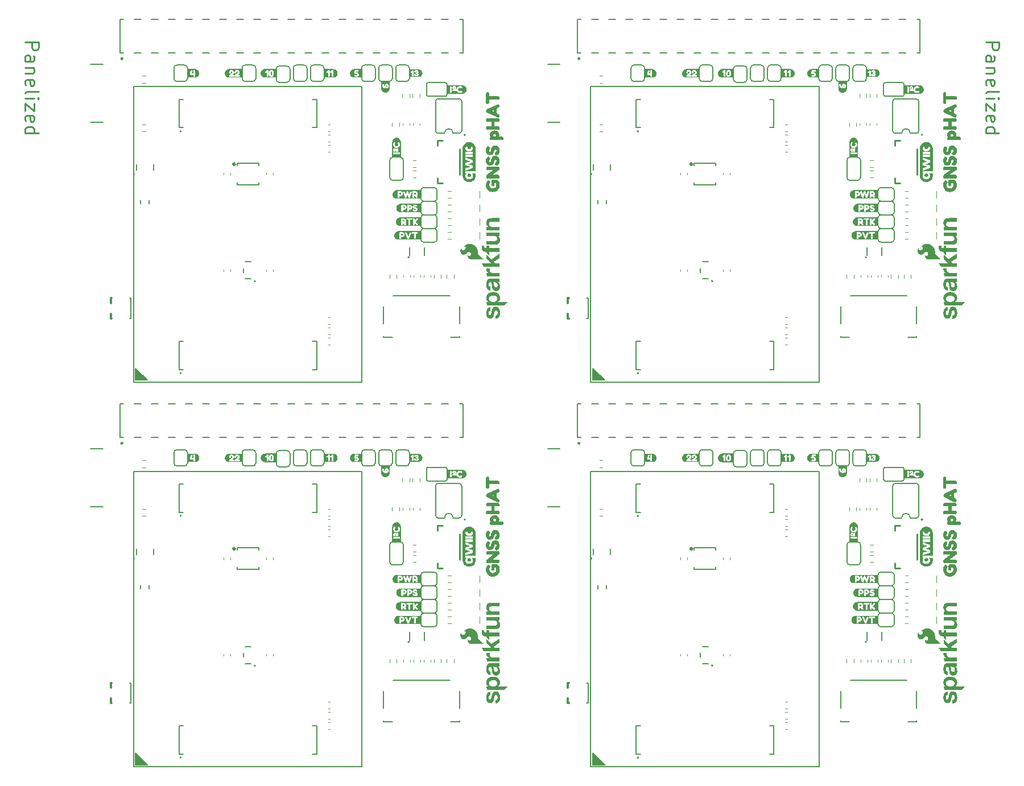
<source format=gto>
%TF.GenerationSoftware,KiCad,Pcbnew,8.0.7*%
%TF.CreationDate,2025-01-31T11:01:18+00:00*%
%TF.ProjectId,SparkFun_GNSS_pHAT_panelized,53706172-6b46-4756-9e5f-474e53535f70,v10*%
%TF.SameCoordinates,Original*%
%TF.FileFunction,Legend,Top*%
%TF.FilePolarity,Positive*%
%FSLAX46Y46*%
G04 Gerber Fmt 4.6, Leading zero omitted, Abs format (unit mm)*
G04 Created by KiCad (PCBNEW 8.0.7) date 2025-01-31 11:01:18*
%MOMM*%
%LPD*%
G01*
G04 APERTURE LIST*
%ADD10C,0.150000*%
%ADD11C,0.250000*%
%ADD12C,0.152400*%
%ADD13C,0.000000*%
%ADD14C,0.120000*%
%ADD15C,0.200000*%
%ADD16C,0.177800*%
%ADD17C,0.203200*%
%ADD18C,0.254000*%
%ADD19C,0.304800*%
%ADD20C,0.300000*%
%ADD21C,0.127000*%
G04 APERTURE END LIST*
D10*
X11050000Y58550000D02*
X9300000Y58550000D01*
X9300000Y60300000D01*
X11050000Y58550000D01*
G36*
X11050000Y58550000D02*
G01*
X9300000Y58550000D01*
X9300000Y60300000D01*
X11050000Y58550000D01*
G37*
X9000000Y45000000D02*
X43000000Y45000000D01*
X43000000Y1000000D01*
X9000000Y1000000D01*
X9000000Y45000000D01*
X79090000Y58550000D02*
X77340000Y58550000D01*
X77340000Y60300000D01*
X79090000Y58550000D01*
G36*
X79090000Y58550000D02*
G01*
X77340000Y58550000D01*
X77340000Y60300000D01*
X79090000Y58550000D01*
G37*
X11050000Y1300000D02*
X9300000Y1300000D01*
X9300000Y3050000D01*
X11050000Y1300000D01*
G36*
X11050000Y1300000D02*
G01*
X9300000Y1300000D01*
X9300000Y3050000D01*
X11050000Y1300000D01*
G37*
X9000000Y102250000D02*
X43000000Y102250000D01*
X43000000Y58250000D01*
X9000000Y58250000D01*
X9000000Y102250000D01*
X79090000Y1300000D02*
X77340000Y1300000D01*
X77340000Y3050000D01*
X79090000Y1300000D01*
G36*
X79090000Y1300000D02*
G01*
X77340000Y1300000D01*
X77340000Y3050000D01*
X79090000Y1300000D01*
G37*
X77040000Y102250000D02*
X111040000Y102250000D01*
X111040000Y58250000D01*
X77040000Y58250000D01*
X77040000Y102250000D01*
X77040000Y45000000D02*
X111040000Y45000000D01*
X111040000Y1000000D01*
X77040000Y1000000D01*
X77040000Y45000000D01*
D11*
X-7127239Y108859337D02*
X-5127239Y108859337D01*
X-5127239Y108859337D02*
X-5127239Y108097432D01*
X-5127239Y108097432D02*
X-5222477Y107906956D01*
X-5222477Y107906956D02*
X-5317715Y107811718D01*
X-5317715Y107811718D02*
X-5508191Y107716480D01*
X-5508191Y107716480D02*
X-5793905Y107716480D01*
X-5793905Y107716480D02*
X-5984381Y107811718D01*
X-5984381Y107811718D02*
X-6079620Y107906956D01*
X-6079620Y107906956D02*
X-6174858Y108097432D01*
X-6174858Y108097432D02*
X-6174858Y108859337D01*
X-7127239Y106002194D02*
X-6079620Y106002194D01*
X-6079620Y106002194D02*
X-5889143Y106097432D01*
X-5889143Y106097432D02*
X-5793905Y106287908D01*
X-5793905Y106287908D02*
X-5793905Y106668861D01*
X-5793905Y106668861D02*
X-5889143Y106859337D01*
X-7032000Y106002194D02*
X-7127239Y106192670D01*
X-7127239Y106192670D02*
X-7127239Y106668861D01*
X-7127239Y106668861D02*
X-7032000Y106859337D01*
X-7032000Y106859337D02*
X-6841524Y106954575D01*
X-6841524Y106954575D02*
X-6651048Y106954575D01*
X-6651048Y106954575D02*
X-6460572Y106859337D01*
X-6460572Y106859337D02*
X-6365334Y106668861D01*
X-6365334Y106668861D02*
X-6365334Y106192670D01*
X-6365334Y106192670D02*
X-6270096Y106002194D01*
X-5793905Y105049813D02*
X-7127239Y105049813D01*
X-5984381Y105049813D02*
X-5889143Y104954575D01*
X-5889143Y104954575D02*
X-5793905Y104764099D01*
X-5793905Y104764099D02*
X-5793905Y104478384D01*
X-5793905Y104478384D02*
X-5889143Y104287908D01*
X-5889143Y104287908D02*
X-6079620Y104192670D01*
X-6079620Y104192670D02*
X-7127239Y104192670D01*
X-7032000Y102478384D02*
X-7127239Y102668860D01*
X-7127239Y102668860D02*
X-7127239Y103049813D01*
X-7127239Y103049813D02*
X-7032000Y103240289D01*
X-7032000Y103240289D02*
X-6841524Y103335527D01*
X-6841524Y103335527D02*
X-6079620Y103335527D01*
X-6079620Y103335527D02*
X-5889143Y103240289D01*
X-5889143Y103240289D02*
X-5793905Y103049813D01*
X-5793905Y103049813D02*
X-5793905Y102668860D01*
X-5793905Y102668860D02*
X-5889143Y102478384D01*
X-5889143Y102478384D02*
X-6079620Y102383146D01*
X-6079620Y102383146D02*
X-6270096Y102383146D01*
X-6270096Y102383146D02*
X-6460572Y103335527D01*
X-7127239Y101240289D02*
X-7032000Y101430765D01*
X-7032000Y101430765D02*
X-6841524Y101526003D01*
X-6841524Y101526003D02*
X-5127239Y101526003D01*
X-7127239Y100478384D02*
X-5793905Y100478384D01*
X-5127239Y100478384D02*
X-5222477Y100573622D01*
X-5222477Y100573622D02*
X-5317715Y100478384D01*
X-5317715Y100478384D02*
X-5222477Y100383146D01*
X-5222477Y100383146D02*
X-5127239Y100478384D01*
X-5127239Y100478384D02*
X-5317715Y100478384D01*
X-5793905Y99716479D02*
X-5793905Y98668860D01*
X-5793905Y98668860D02*
X-7127239Y99716479D01*
X-7127239Y99716479D02*
X-7127239Y98668860D01*
X-7032000Y97145050D02*
X-7127239Y97335526D01*
X-7127239Y97335526D02*
X-7127239Y97716479D01*
X-7127239Y97716479D02*
X-7032000Y97906955D01*
X-7032000Y97906955D02*
X-6841524Y98002193D01*
X-6841524Y98002193D02*
X-6079620Y98002193D01*
X-6079620Y98002193D02*
X-5889143Y97906955D01*
X-5889143Y97906955D02*
X-5793905Y97716479D01*
X-5793905Y97716479D02*
X-5793905Y97335526D01*
X-5793905Y97335526D02*
X-5889143Y97145050D01*
X-5889143Y97145050D02*
X-6079620Y97049812D01*
X-6079620Y97049812D02*
X-6270096Y97049812D01*
X-6270096Y97049812D02*
X-6460572Y98002193D01*
X-7127239Y95335526D02*
X-5127239Y95335526D01*
X-7032000Y95335526D02*
X-7127239Y95526002D01*
X-7127239Y95526002D02*
X-7127239Y95906955D01*
X-7127239Y95906955D02*
X-7032000Y96097431D01*
X-7032000Y96097431D02*
X-6936762Y96192669D01*
X-6936762Y96192669D02*
X-6746286Y96287907D01*
X-6746286Y96287907D02*
X-6174858Y96287907D01*
X-6174858Y96287907D02*
X-5984381Y96192669D01*
X-5984381Y96192669D02*
X-5889143Y96097431D01*
X-5889143Y96097431D02*
X-5793905Y95906955D01*
X-5793905Y95906955D02*
X-5793905Y95526002D01*
X-5793905Y95526002D02*
X-5889143Y95335526D01*
X135802761Y108859337D02*
X137802761Y108859337D01*
X137802761Y108859337D02*
X137802761Y108097432D01*
X137802761Y108097432D02*
X137707523Y107906956D01*
X137707523Y107906956D02*
X137612285Y107811718D01*
X137612285Y107811718D02*
X137421809Y107716480D01*
X137421809Y107716480D02*
X137136095Y107716480D01*
X137136095Y107716480D02*
X136945619Y107811718D01*
X136945619Y107811718D02*
X136850380Y107906956D01*
X136850380Y107906956D02*
X136755142Y108097432D01*
X136755142Y108097432D02*
X136755142Y108859337D01*
X135802761Y106002194D02*
X136850380Y106002194D01*
X136850380Y106002194D02*
X137040857Y106097432D01*
X137040857Y106097432D02*
X137136095Y106287908D01*
X137136095Y106287908D02*
X137136095Y106668861D01*
X137136095Y106668861D02*
X137040857Y106859337D01*
X135898000Y106002194D02*
X135802761Y106192670D01*
X135802761Y106192670D02*
X135802761Y106668861D01*
X135802761Y106668861D02*
X135898000Y106859337D01*
X135898000Y106859337D02*
X136088476Y106954575D01*
X136088476Y106954575D02*
X136278952Y106954575D01*
X136278952Y106954575D02*
X136469428Y106859337D01*
X136469428Y106859337D02*
X136564666Y106668861D01*
X136564666Y106668861D02*
X136564666Y106192670D01*
X136564666Y106192670D02*
X136659904Y106002194D01*
X137136095Y105049813D02*
X135802761Y105049813D01*
X136945619Y105049813D02*
X137040857Y104954575D01*
X137040857Y104954575D02*
X137136095Y104764099D01*
X137136095Y104764099D02*
X137136095Y104478384D01*
X137136095Y104478384D02*
X137040857Y104287908D01*
X137040857Y104287908D02*
X136850380Y104192670D01*
X136850380Y104192670D02*
X135802761Y104192670D01*
X135898000Y102478384D02*
X135802761Y102668860D01*
X135802761Y102668860D02*
X135802761Y103049813D01*
X135802761Y103049813D02*
X135898000Y103240289D01*
X135898000Y103240289D02*
X136088476Y103335527D01*
X136088476Y103335527D02*
X136850380Y103335527D01*
X136850380Y103335527D02*
X137040857Y103240289D01*
X137040857Y103240289D02*
X137136095Y103049813D01*
X137136095Y103049813D02*
X137136095Y102668860D01*
X137136095Y102668860D02*
X137040857Y102478384D01*
X137040857Y102478384D02*
X136850380Y102383146D01*
X136850380Y102383146D02*
X136659904Y102383146D01*
X136659904Y102383146D02*
X136469428Y103335527D01*
X135802761Y101240289D02*
X135898000Y101430765D01*
X135898000Y101430765D02*
X136088476Y101526003D01*
X136088476Y101526003D02*
X137802761Y101526003D01*
X135802761Y100478384D02*
X137136095Y100478384D01*
X137802761Y100478384D02*
X137707523Y100573622D01*
X137707523Y100573622D02*
X137612285Y100478384D01*
X137612285Y100478384D02*
X137707523Y100383146D01*
X137707523Y100383146D02*
X137802761Y100478384D01*
X137802761Y100478384D02*
X137612285Y100478384D01*
X137136095Y99716479D02*
X137136095Y98668860D01*
X137136095Y98668860D02*
X135802761Y99716479D01*
X135802761Y99716479D02*
X135802761Y98668860D01*
X135898000Y97145050D02*
X135802761Y97335526D01*
X135802761Y97335526D02*
X135802761Y97716479D01*
X135802761Y97716479D02*
X135898000Y97906955D01*
X135898000Y97906955D02*
X136088476Y98002193D01*
X136088476Y98002193D02*
X136850380Y98002193D01*
X136850380Y98002193D02*
X137040857Y97906955D01*
X137040857Y97906955D02*
X137136095Y97716479D01*
X137136095Y97716479D02*
X137136095Y97335526D01*
X137136095Y97335526D02*
X137040857Y97145050D01*
X137040857Y97145050D02*
X136850380Y97049812D01*
X136850380Y97049812D02*
X136659904Y97049812D01*
X136659904Y97049812D02*
X136469428Y98002193D01*
X135802761Y95335526D02*
X137802761Y95335526D01*
X135898000Y95335526D02*
X135802761Y95526002D01*
X135802761Y95526002D02*
X135802761Y95906955D01*
X135802761Y95906955D02*
X135898000Y96097431D01*
X135898000Y96097431D02*
X135993238Y96192669D01*
X135993238Y96192669D02*
X136183714Y96287907D01*
X136183714Y96287907D02*
X136755142Y96287907D01*
X136755142Y96287907D02*
X136945619Y96192669D01*
X136945619Y96192669D02*
X137040857Y96097431D01*
X137040857Y96097431D02*
X137136095Y95906955D01*
X137136095Y95906955D02*
X137136095Y95526002D01*
X137136095Y95526002D02*
X137040857Y95335526D01*
D12*
%TO.C,JP5*%
X42926000Y46228000D02*
X42926000Y47752000D01*
X43383200Y48209200D02*
X44500800Y48209200D01*
X43383200Y45770800D02*
X44500800Y45770800D01*
X44958000Y47752000D02*
X44958000Y46228000D01*
X42926000Y47752000D02*
G75*
G02*
X43383200Y48209200I457201J-1D01*
G01*
X43383200Y45770800D02*
G75*
G02*
X42926000Y46228000I-3J457197D01*
G01*
X44500800Y48209200D02*
G75*
G02*
X44958000Y47752000I-1J-457201D01*
G01*
X44958000Y46228000D02*
G75*
G02*
X44500800Y45770800I-457200J0D01*
G01*
X42926000Y103478000D02*
X42926000Y105002000D01*
X43383200Y105459200D02*
X44500800Y105459200D01*
X43383200Y103020800D02*
X44500800Y103020800D01*
X44958000Y105002000D02*
X44958000Y103478000D01*
X42926000Y105002000D02*
G75*
G02*
X43383200Y105459200I457201J-1D01*
G01*
X43383200Y103020800D02*
G75*
G02*
X42926000Y103478000I-3J457197D01*
G01*
X44500800Y105459200D02*
G75*
G02*
X44958000Y105002000I-1J-457201D01*
G01*
X44958000Y103478000D02*
G75*
G02*
X44500800Y103020800I-457200J0D01*
G01*
X110966000Y46228000D02*
X110966000Y47752000D01*
X111423200Y48209200D02*
X112540800Y48209200D01*
X111423200Y45770800D02*
X112540800Y45770800D01*
X112998000Y47752000D02*
X112998000Y46228000D01*
X110966000Y47752000D02*
G75*
G02*
X111423200Y48209200I457201J-1D01*
G01*
X111423200Y45770800D02*
G75*
G02*
X110966000Y46228000I-3J457197D01*
G01*
X112540800Y48209200D02*
G75*
G02*
X112998000Y47752000I-1J-457201D01*
G01*
X112998000Y46228000D02*
G75*
G02*
X112540800Y45770800I-457200J0D01*
G01*
X110966000Y103478000D02*
X110966000Y105002000D01*
X111423200Y105459200D02*
X112540800Y105459200D01*
X111423200Y103020800D02*
X112540800Y103020800D01*
X112998000Y105002000D02*
X112998000Y103478000D01*
X110966000Y105002000D02*
G75*
G02*
X111423200Y105459200I457201J-1D01*
G01*
X111423200Y103020800D02*
G75*
G02*
X110966000Y103478000I-3J457197D01*
G01*
X112540800Y105459200D02*
G75*
G02*
X112998000Y105002000I-1J-457201D01*
G01*
X112998000Y103478000D02*
G75*
G02*
X112540800Y103020800I-457200J0D01*
G01*
%TO.C,JP4*%
X14986000Y46228000D02*
X14986000Y47752000D01*
X15443200Y48209200D02*
X16560800Y48209200D01*
X15443200Y45770800D02*
X16560800Y45770800D01*
X17018000Y47752000D02*
X17018000Y46228000D01*
X14986000Y47752000D02*
G75*
G02*
X15443200Y48209200I457201J-1D01*
G01*
X15443200Y45770800D02*
G75*
G02*
X14986000Y46228000I-3J457197D01*
G01*
X16560800Y48209200D02*
G75*
G02*
X17018000Y47752000I-1J-457201D01*
G01*
X17018000Y46228000D02*
G75*
G02*
X16560800Y45770800I-457200J0D01*
G01*
X83026000Y46228000D02*
X83026000Y47752000D01*
X83483200Y48209200D02*
X84600800Y48209200D01*
X83483200Y45770800D02*
X84600800Y45770800D01*
X85058000Y47752000D02*
X85058000Y46228000D01*
X83026000Y47752000D02*
G75*
G02*
X83483200Y48209200I457201J-1D01*
G01*
X83483200Y45770800D02*
G75*
G02*
X83026000Y46228000I-3J457197D01*
G01*
X84600800Y48209200D02*
G75*
G02*
X85058000Y47752000I-1J-457201D01*
G01*
X85058000Y46228000D02*
G75*
G02*
X84600800Y45770800I-457200J0D01*
G01*
X14986000Y103478000D02*
X14986000Y105002000D01*
X15443200Y105459200D02*
X16560800Y105459200D01*
X15443200Y103020800D02*
X16560800Y103020800D01*
X17018000Y105002000D02*
X17018000Y103478000D01*
X14986000Y105002000D02*
G75*
G02*
X15443200Y105459200I457201J-1D01*
G01*
X15443200Y103020800D02*
G75*
G02*
X14986000Y103478000I-3J457197D01*
G01*
X16560800Y105459200D02*
G75*
G02*
X17018000Y105002000I-1J-457201D01*
G01*
X17018000Y103478000D02*
G75*
G02*
X16560800Y103020800I-457200J0D01*
G01*
X83026000Y103478000D02*
X83026000Y105002000D01*
X83483200Y105459200D02*
X84600800Y105459200D01*
X83483200Y103020800D02*
X84600800Y103020800D01*
X85058000Y105002000D02*
X85058000Y103478000D01*
X83026000Y105002000D02*
G75*
G02*
X83483200Y105459200I457201J-1D01*
G01*
X83483200Y103020800D02*
G75*
G02*
X83026000Y103478000I-3J457197D01*
G01*
X84600800Y105459200D02*
G75*
G02*
X85058000Y105002000I-1J-457201D01*
G01*
X85058000Y103478000D02*
G75*
G02*
X84600800Y103020800I-457200J0D01*
G01*
D13*
%TO.C,kibuzzard-678F893B*%
G36*
X48772247Y35409109D02*
G01*
X48772247Y35094374D01*
X48772247Y34964188D01*
X48772247Y34487316D01*
X47493753Y34487316D01*
X47493753Y34964188D01*
X47493753Y35095804D01*
X47637292Y35095804D01*
X47647306Y35019982D01*
X47680210Y34979925D01*
X47719552Y34966334D01*
X47767478Y34964188D01*
X48507106Y34964188D01*
X48556462Y34966334D01*
X48595804Y34979925D01*
X48628708Y35019982D01*
X48638722Y35094374D01*
X48628708Y35170196D01*
X48596519Y35210254D01*
X48557893Y35223845D01*
X48508536Y35225990D01*
X47768908Y35225990D01*
X47719552Y35223845D01*
X47680210Y35210254D01*
X47647306Y35170196D01*
X47637292Y35095804D01*
X47493753Y35095804D01*
X47493753Y35562185D01*
X47612971Y35562185D01*
X47633358Y35455247D01*
X47694516Y35366191D01*
X47784645Y35306105D01*
X47891941Y35286076D01*
X47926276Y35288222D01*
X47959180Y35298952D01*
X47989223Y35330425D01*
X47999237Y35389081D01*
X47990654Y35452743D01*
X47964903Y35489224D01*
X47931283Y35504245D01*
X47891941Y35507822D01*
X47874774Y35509968D01*
X47849023Y35525704D01*
X47833286Y35563616D01*
X47844016Y35597235D01*
X47863329Y35614402D01*
X47874774Y35617979D01*
X47951312Y35581498D01*
X47986183Y35536255D01*
X48023558Y35473487D01*
X48058608Y35412328D01*
X48086505Y35371913D01*
X48154102Y35308608D01*
X48233858Y35287507D01*
X48319695Y35320411D01*
X48351169Y35409109D01*
X48351169Y35772485D01*
X48349023Y35805390D01*
X48337578Y35833287D01*
X48304674Y35857607D01*
X48242442Y35865475D01*
X48178064Y35856892D01*
X48144445Y35831856D01*
X48133000Y35803959D01*
X48130854Y35772485D01*
X48130854Y35698093D01*
X48058052Y35776777D01*
X47978891Y35823988D01*
X47893372Y35839724D01*
X47784109Y35819696D01*
X47693801Y35759610D01*
X47633179Y35670196D01*
X47612971Y35562185D01*
X47493753Y35562185D01*
X47493753Y36413401D01*
X47627278Y36413401D01*
X47631569Y36350275D01*
X47644445Y36283930D01*
X47667156Y36215261D01*
X47700954Y36145161D01*
X47744588Y36078101D01*
X47796805Y36018551D01*
X47861004Y35967764D01*
X47940582Y35926992D01*
X48032142Y35900168D01*
X48132285Y35891227D01*
X48236362Y35900347D01*
X48331140Y35927707D01*
X48413222Y35969016D01*
X48479209Y36019982D01*
X48532857Y36079531D01*
X48577921Y36146591D01*
X48612793Y36216334D01*
X48635861Y36283930D01*
X48648737Y36348487D01*
X48653029Y36409109D01*
X48644127Y36501622D01*
X48617422Y36590320D01*
X48572914Y36675204D01*
X48529280Y36733859D01*
X48477063Y36753887D01*
X48394087Y36722414D01*
X48332928Y36670912D01*
X48312542Y36622271D01*
X48341155Y36550740D01*
X48376562Y36478852D01*
X48388365Y36403387D01*
X48365475Y36294660D01*
X48333465Y36242979D01*
X48283215Y36196663D01*
X48217585Y36163938D01*
X48139438Y36153029D01*
X48078637Y36159109D01*
X48024989Y36177350D01*
X47947020Y36241012D01*
X47904817Y36321842D01*
X47890511Y36403387D01*
X47891941Y36437722D01*
X47896948Y36466334D01*
X47902671Y36489224D01*
X47909824Y36508537D01*
X47917692Y36522128D01*
X47925561Y36534288D01*
X47931999Y36543587D01*
X47964903Y36620840D01*
X47945589Y36670196D01*
X47887649Y36723845D01*
X47807535Y36755318D01*
X47764617Y36741727D01*
X47734574Y36715261D01*
X47707392Y36676634D01*
X47662884Y36586347D01*
X47636179Y36498602D01*
X47627278Y36413401D01*
X47493753Y36413401D01*
X47493753Y36755318D01*
X47493753Y36755437D01*
X47496832Y36818094D01*
X47506036Y36880148D01*
X47521279Y36941001D01*
X47542413Y37000066D01*
X47569235Y37056776D01*
X47601486Y37110584D01*
X47638856Y37160971D01*
X47680984Y37207453D01*
X47727466Y37249582D01*
X47777854Y37286951D01*
X47831661Y37319202D01*
X47888371Y37346024D01*
X47947437Y37367158D01*
X48008289Y37382401D01*
X48070343Y37391606D01*
X48133000Y37394684D01*
X48195657Y37391606D01*
X48257711Y37382401D01*
X48318563Y37367158D01*
X48377629Y37346024D01*
X48434339Y37319202D01*
X48488146Y37286951D01*
X48538534Y37249582D01*
X48585016Y37207453D01*
X48627144Y37160971D01*
X48664514Y37110584D01*
X48696765Y37056776D01*
X48723587Y37000066D01*
X48744721Y36941001D01*
X48759964Y36880148D01*
X48769168Y36818094D01*
X48772247Y36755437D01*
X48772247Y36755318D01*
X48772247Y36409109D01*
X48772247Y35409109D01*
G37*
G36*
X116812247Y35409109D02*
G01*
X116812247Y35094374D01*
X116812247Y34964188D01*
X116812247Y34487316D01*
X115533753Y34487316D01*
X115533753Y34964188D01*
X115533753Y35095804D01*
X115677292Y35095804D01*
X115687306Y35019982D01*
X115720210Y34979925D01*
X115759552Y34966334D01*
X115807478Y34964188D01*
X116547106Y34964188D01*
X116596462Y34966334D01*
X116635804Y34979925D01*
X116668708Y35019982D01*
X116678722Y35094374D01*
X116668708Y35170196D01*
X116636519Y35210254D01*
X116597893Y35223845D01*
X116548536Y35225990D01*
X115808908Y35225990D01*
X115759552Y35223845D01*
X115720210Y35210254D01*
X115687306Y35170196D01*
X115677292Y35095804D01*
X115533753Y35095804D01*
X115533753Y35562185D01*
X115652971Y35562185D01*
X115673358Y35455247D01*
X115734516Y35366191D01*
X115824645Y35306105D01*
X115931941Y35286076D01*
X115966276Y35288222D01*
X115999180Y35298952D01*
X116029223Y35330425D01*
X116039237Y35389081D01*
X116030654Y35452743D01*
X116004903Y35489224D01*
X115971283Y35504245D01*
X115931941Y35507822D01*
X115914774Y35509968D01*
X115889023Y35525704D01*
X115873286Y35563616D01*
X115884016Y35597235D01*
X115903329Y35614402D01*
X115914774Y35617979D01*
X115991312Y35581498D01*
X116026183Y35536255D01*
X116063558Y35473487D01*
X116098608Y35412328D01*
X116126505Y35371913D01*
X116194102Y35308608D01*
X116273858Y35287507D01*
X116359695Y35320411D01*
X116391169Y35409109D01*
X116391169Y35772485D01*
X116389023Y35805390D01*
X116377578Y35833287D01*
X116344674Y35857607D01*
X116282442Y35865475D01*
X116218064Y35856892D01*
X116184445Y35831856D01*
X116173000Y35803959D01*
X116170854Y35772485D01*
X116170854Y35698093D01*
X116098052Y35776777D01*
X116018891Y35823988D01*
X115933372Y35839724D01*
X115824109Y35819696D01*
X115733801Y35759610D01*
X115673179Y35670196D01*
X115652971Y35562185D01*
X115533753Y35562185D01*
X115533753Y36413401D01*
X115667278Y36413401D01*
X115671569Y36350275D01*
X115684445Y36283930D01*
X115707156Y36215261D01*
X115740954Y36145161D01*
X115784588Y36078101D01*
X115836805Y36018551D01*
X115901004Y35967764D01*
X115980582Y35926992D01*
X116072142Y35900168D01*
X116172285Y35891227D01*
X116276362Y35900347D01*
X116371140Y35927707D01*
X116453222Y35969016D01*
X116519209Y36019982D01*
X116572857Y36079531D01*
X116617921Y36146591D01*
X116652793Y36216334D01*
X116675861Y36283930D01*
X116688737Y36348487D01*
X116693029Y36409109D01*
X116684127Y36501622D01*
X116657422Y36590320D01*
X116612914Y36675204D01*
X116569280Y36733859D01*
X116517063Y36753887D01*
X116434087Y36722414D01*
X116372928Y36670912D01*
X116352542Y36622271D01*
X116381155Y36550740D01*
X116416562Y36478852D01*
X116428365Y36403387D01*
X116405475Y36294660D01*
X116373465Y36242979D01*
X116323215Y36196663D01*
X116257585Y36163938D01*
X116179438Y36153029D01*
X116118637Y36159109D01*
X116064989Y36177350D01*
X115987020Y36241012D01*
X115944817Y36321842D01*
X115930511Y36403387D01*
X115931941Y36437722D01*
X115936948Y36466334D01*
X115942671Y36489224D01*
X115949824Y36508537D01*
X115957692Y36522128D01*
X115965561Y36534288D01*
X115971999Y36543587D01*
X116004903Y36620840D01*
X115985589Y36670196D01*
X115927649Y36723845D01*
X115847535Y36755318D01*
X115804617Y36741727D01*
X115774574Y36715261D01*
X115747392Y36676634D01*
X115702884Y36586347D01*
X115676179Y36498602D01*
X115667278Y36413401D01*
X115533753Y36413401D01*
X115533753Y36755318D01*
X115533753Y36755437D01*
X115536832Y36818094D01*
X115546036Y36880148D01*
X115561279Y36941001D01*
X115582413Y37000066D01*
X115609235Y37056776D01*
X115641486Y37110584D01*
X115678856Y37160971D01*
X115720984Y37207453D01*
X115767466Y37249582D01*
X115817854Y37286951D01*
X115871661Y37319202D01*
X115928371Y37346024D01*
X115987437Y37367158D01*
X116048289Y37382401D01*
X116110343Y37391606D01*
X116173000Y37394684D01*
X116235657Y37391606D01*
X116297711Y37382401D01*
X116358563Y37367158D01*
X116417629Y37346024D01*
X116474339Y37319202D01*
X116528146Y37286951D01*
X116578534Y37249582D01*
X116625016Y37207453D01*
X116667144Y37160971D01*
X116704514Y37110584D01*
X116736765Y37056776D01*
X116763587Y37000066D01*
X116784721Y36941001D01*
X116799964Y36880148D01*
X116809168Y36818094D01*
X116812247Y36755437D01*
X116812247Y36755318D01*
X116812247Y36409109D01*
X116812247Y35409109D01*
G37*
G36*
X48772247Y92659109D02*
G01*
X48772247Y92344374D01*
X48772247Y92214188D01*
X48772247Y91737316D01*
X47493753Y91737316D01*
X47493753Y92214188D01*
X47493753Y92345804D01*
X47637292Y92345804D01*
X47647306Y92269982D01*
X47680210Y92229925D01*
X47719552Y92216334D01*
X47767478Y92214188D01*
X48507106Y92214188D01*
X48556462Y92216334D01*
X48595804Y92229925D01*
X48628708Y92269982D01*
X48638722Y92344374D01*
X48628708Y92420196D01*
X48596519Y92460254D01*
X48557893Y92473845D01*
X48508536Y92475990D01*
X47768908Y92475990D01*
X47719552Y92473845D01*
X47680210Y92460254D01*
X47647306Y92420196D01*
X47637292Y92345804D01*
X47493753Y92345804D01*
X47493753Y92812185D01*
X47612971Y92812185D01*
X47633358Y92705247D01*
X47694516Y92616191D01*
X47784645Y92556105D01*
X47891941Y92536076D01*
X47926276Y92538222D01*
X47959180Y92548952D01*
X47989223Y92580425D01*
X47999237Y92639081D01*
X47990654Y92702743D01*
X47964903Y92739224D01*
X47931283Y92754245D01*
X47891941Y92757822D01*
X47874774Y92759968D01*
X47849023Y92775704D01*
X47833286Y92813616D01*
X47844016Y92847235D01*
X47863329Y92864402D01*
X47874774Y92867979D01*
X47951312Y92831498D01*
X47986183Y92786255D01*
X48023558Y92723487D01*
X48058608Y92662328D01*
X48086505Y92621913D01*
X48154102Y92558608D01*
X48233858Y92537507D01*
X48319695Y92570411D01*
X48351169Y92659109D01*
X48351169Y93022485D01*
X48349023Y93055390D01*
X48337578Y93083287D01*
X48304674Y93107607D01*
X48242442Y93115475D01*
X48178064Y93106892D01*
X48144445Y93081856D01*
X48133000Y93053959D01*
X48130854Y93022485D01*
X48130854Y92948093D01*
X48058052Y93026777D01*
X47978891Y93073988D01*
X47893372Y93089724D01*
X47784109Y93069696D01*
X47693801Y93009610D01*
X47633179Y92920196D01*
X47612971Y92812185D01*
X47493753Y92812185D01*
X47493753Y93663401D01*
X47627278Y93663401D01*
X47631569Y93600275D01*
X47644445Y93533930D01*
X47667156Y93465261D01*
X47700954Y93395161D01*
X47744588Y93328101D01*
X47796805Y93268551D01*
X47861004Y93217764D01*
X47940582Y93176992D01*
X48032142Y93150168D01*
X48132285Y93141227D01*
X48236362Y93150347D01*
X48331140Y93177707D01*
X48413222Y93219016D01*
X48479209Y93269982D01*
X48532857Y93329531D01*
X48577921Y93396591D01*
X48612793Y93466334D01*
X48635861Y93533930D01*
X48648737Y93598487D01*
X48653029Y93659109D01*
X48644127Y93751622D01*
X48617422Y93840320D01*
X48572914Y93925204D01*
X48529280Y93983859D01*
X48477063Y94003887D01*
X48394087Y93972414D01*
X48332928Y93920912D01*
X48312542Y93872271D01*
X48341155Y93800740D01*
X48376562Y93728852D01*
X48388365Y93653387D01*
X48365475Y93544660D01*
X48333465Y93492979D01*
X48283215Y93446663D01*
X48217585Y93413938D01*
X48139438Y93403029D01*
X48078637Y93409109D01*
X48024989Y93427350D01*
X47947020Y93491012D01*
X47904817Y93571842D01*
X47890511Y93653387D01*
X47891941Y93687722D01*
X47896948Y93716334D01*
X47902671Y93739224D01*
X47909824Y93758537D01*
X47917692Y93772128D01*
X47925561Y93784288D01*
X47931999Y93793587D01*
X47964903Y93870840D01*
X47945589Y93920196D01*
X47887649Y93973845D01*
X47807535Y94005318D01*
X47764617Y93991727D01*
X47734574Y93965261D01*
X47707392Y93926634D01*
X47662884Y93836347D01*
X47636179Y93748602D01*
X47627278Y93663401D01*
X47493753Y93663401D01*
X47493753Y94005318D01*
X47493753Y94005437D01*
X47496832Y94068094D01*
X47506036Y94130148D01*
X47521279Y94191001D01*
X47542413Y94250066D01*
X47569235Y94306776D01*
X47601486Y94360584D01*
X47638856Y94410971D01*
X47680984Y94457453D01*
X47727466Y94499582D01*
X47777854Y94536951D01*
X47831661Y94569202D01*
X47888371Y94596024D01*
X47947437Y94617158D01*
X48008289Y94632401D01*
X48070343Y94641606D01*
X48133000Y94644684D01*
X48195657Y94641606D01*
X48257711Y94632401D01*
X48318563Y94617158D01*
X48377629Y94596024D01*
X48434339Y94569202D01*
X48488146Y94536951D01*
X48538534Y94499582D01*
X48585016Y94457453D01*
X48627144Y94410971D01*
X48664514Y94360584D01*
X48696765Y94306776D01*
X48723587Y94250066D01*
X48744721Y94191001D01*
X48759964Y94130148D01*
X48769168Y94068094D01*
X48772247Y94005437D01*
X48772247Y94005318D01*
X48772247Y93659109D01*
X48772247Y92659109D01*
G37*
G36*
X116812247Y92659109D02*
G01*
X116812247Y92344374D01*
X116812247Y92214188D01*
X116812247Y91737316D01*
X115533753Y91737316D01*
X115533753Y92214188D01*
X115533753Y92345804D01*
X115677292Y92345804D01*
X115687306Y92269982D01*
X115720210Y92229925D01*
X115759552Y92216334D01*
X115807478Y92214188D01*
X116547106Y92214188D01*
X116596462Y92216334D01*
X116635804Y92229925D01*
X116668708Y92269982D01*
X116678722Y92344374D01*
X116668708Y92420196D01*
X116636519Y92460254D01*
X116597893Y92473845D01*
X116548536Y92475990D01*
X115808908Y92475990D01*
X115759552Y92473845D01*
X115720210Y92460254D01*
X115687306Y92420196D01*
X115677292Y92345804D01*
X115533753Y92345804D01*
X115533753Y92812185D01*
X115652971Y92812185D01*
X115673358Y92705247D01*
X115734516Y92616191D01*
X115824645Y92556105D01*
X115931941Y92536076D01*
X115966276Y92538222D01*
X115999180Y92548952D01*
X116029223Y92580425D01*
X116039237Y92639081D01*
X116030654Y92702743D01*
X116004903Y92739224D01*
X115971283Y92754245D01*
X115931941Y92757822D01*
X115914774Y92759968D01*
X115889023Y92775704D01*
X115873286Y92813616D01*
X115884016Y92847235D01*
X115903329Y92864402D01*
X115914774Y92867979D01*
X115991312Y92831498D01*
X116026183Y92786255D01*
X116063558Y92723487D01*
X116098608Y92662328D01*
X116126505Y92621913D01*
X116194102Y92558608D01*
X116273858Y92537507D01*
X116359695Y92570411D01*
X116391169Y92659109D01*
X116391169Y93022485D01*
X116389023Y93055390D01*
X116377578Y93083287D01*
X116344674Y93107607D01*
X116282442Y93115475D01*
X116218064Y93106892D01*
X116184445Y93081856D01*
X116173000Y93053959D01*
X116170854Y93022485D01*
X116170854Y92948093D01*
X116098052Y93026777D01*
X116018891Y93073988D01*
X115933372Y93089724D01*
X115824109Y93069696D01*
X115733801Y93009610D01*
X115673179Y92920196D01*
X115652971Y92812185D01*
X115533753Y92812185D01*
X115533753Y93663401D01*
X115667278Y93663401D01*
X115671569Y93600275D01*
X115684445Y93533930D01*
X115707156Y93465261D01*
X115740954Y93395161D01*
X115784588Y93328101D01*
X115836805Y93268551D01*
X115901004Y93217764D01*
X115980582Y93176992D01*
X116072142Y93150168D01*
X116172285Y93141227D01*
X116276362Y93150347D01*
X116371140Y93177707D01*
X116453222Y93219016D01*
X116519209Y93269982D01*
X116572857Y93329531D01*
X116617921Y93396591D01*
X116652793Y93466334D01*
X116675861Y93533930D01*
X116688737Y93598487D01*
X116693029Y93659109D01*
X116684127Y93751622D01*
X116657422Y93840320D01*
X116612914Y93925204D01*
X116569280Y93983859D01*
X116517063Y94003887D01*
X116434087Y93972414D01*
X116372928Y93920912D01*
X116352542Y93872271D01*
X116381155Y93800740D01*
X116416562Y93728852D01*
X116428365Y93653387D01*
X116405475Y93544660D01*
X116373465Y93492979D01*
X116323215Y93446663D01*
X116257585Y93413938D01*
X116179438Y93403029D01*
X116118637Y93409109D01*
X116064989Y93427350D01*
X115987020Y93491012D01*
X115944817Y93571842D01*
X115930511Y93653387D01*
X115931941Y93687722D01*
X115936948Y93716334D01*
X115942671Y93739224D01*
X115949824Y93758537D01*
X115957692Y93772128D01*
X115965561Y93784288D01*
X115971999Y93793587D01*
X116004903Y93870840D01*
X115985589Y93920196D01*
X115927649Y93973845D01*
X115847535Y94005318D01*
X115804617Y93991727D01*
X115774574Y93965261D01*
X115747392Y93926634D01*
X115702884Y93836347D01*
X115676179Y93748602D01*
X115667278Y93663401D01*
X115533753Y93663401D01*
X115533753Y94005318D01*
X115533753Y94005437D01*
X115536832Y94068094D01*
X115546036Y94130148D01*
X115561279Y94191001D01*
X115582413Y94250066D01*
X115609235Y94306776D01*
X115641486Y94360584D01*
X115678856Y94410971D01*
X115720984Y94457453D01*
X115767466Y94499582D01*
X115817854Y94536951D01*
X115871661Y94569202D01*
X115928371Y94596024D01*
X115987437Y94617158D01*
X116048289Y94632401D01*
X116110343Y94641606D01*
X116173000Y94644684D01*
X116235657Y94641606D01*
X116297711Y94632401D01*
X116358563Y94617158D01*
X116417629Y94596024D01*
X116474339Y94569202D01*
X116528146Y94536951D01*
X116578534Y94499582D01*
X116625016Y94457453D01*
X116667144Y94410971D01*
X116704514Y94360584D01*
X116736765Y94306776D01*
X116763587Y94250066D01*
X116784721Y94191001D01*
X116799964Y94130148D01*
X116809168Y94068094D01*
X116812247Y94005437D01*
X116812247Y94005318D01*
X116812247Y93659109D01*
X116812247Y92659109D01*
G37*
D14*
%TO.C,R5*%
X51037258Y32526500D02*
X50562742Y32526500D01*
X51037258Y31481500D02*
X50562742Y31481500D01*
X51037258Y89776500D02*
X50562742Y89776500D01*
X51037258Y88731500D02*
X50562742Y88731500D01*
X119077258Y89776500D02*
X118602742Y89776500D01*
X119077258Y88731500D02*
X118602742Y88731500D01*
X119077258Y32526500D02*
X118602742Y32526500D01*
X119077258Y31481500D02*
X118602742Y31481500D01*
D12*
%TO.C,JP10*%
X30226000Y46101000D02*
X30226000Y47625000D01*
X30683200Y48082200D02*
X31800800Y48082200D01*
X30683200Y45643800D02*
X31800800Y45643800D01*
X32258000Y47625000D02*
X32258000Y46101000D01*
X30226000Y47625000D02*
G75*
G02*
X30683200Y48082200I457201J-1D01*
G01*
X30683200Y45643800D02*
G75*
G02*
X30226000Y46101000I-3J457197D01*
G01*
X31800800Y48082200D02*
G75*
G02*
X32258000Y47625000I-1J-457201D01*
G01*
X32258000Y46101000D02*
G75*
G02*
X31800800Y45643800I-457200J0D01*
G01*
X98266000Y46101000D02*
X98266000Y47625000D01*
X98723200Y48082200D02*
X99840800Y48082200D01*
X98723200Y45643800D02*
X99840800Y45643800D01*
X100298000Y47625000D02*
X100298000Y46101000D01*
X98266000Y47625000D02*
G75*
G02*
X98723200Y48082200I457201J-1D01*
G01*
X98723200Y45643800D02*
G75*
G02*
X98266000Y46101000I-3J457197D01*
G01*
X99840800Y48082200D02*
G75*
G02*
X100298000Y47625000I-1J-457201D01*
G01*
X100298000Y46101000D02*
G75*
G02*
X99840800Y45643800I-457200J0D01*
G01*
X30226000Y103351000D02*
X30226000Y104875000D01*
X30683200Y105332200D02*
X31800800Y105332200D01*
X30683200Y102893800D02*
X31800800Y102893800D01*
X32258000Y104875000D02*
X32258000Y103351000D01*
X30226000Y104875000D02*
G75*
G02*
X30683200Y105332200I457201J-1D01*
G01*
X30683200Y102893800D02*
G75*
G02*
X30226000Y103351000I-3J457197D01*
G01*
X31800800Y105332200D02*
G75*
G02*
X32258000Y104875000I-1J-457201D01*
G01*
X32258000Y103351000D02*
G75*
G02*
X31800800Y102893800I-457200J0D01*
G01*
X98266000Y103351000D02*
X98266000Y104875000D01*
X98723200Y105332200D02*
X99840800Y105332200D01*
X98723200Y102893800D02*
X99840800Y102893800D01*
X100298000Y104875000D02*
X100298000Y103351000D01*
X98266000Y104875000D02*
G75*
G02*
X98723200Y105332200I457201J-1D01*
G01*
X98723200Y102893800D02*
G75*
G02*
X98266000Y103351000I-3J457197D01*
G01*
X99840800Y105332200D02*
G75*
G02*
X100298000Y104875000I-1J-457201D01*
G01*
X100298000Y103351000D02*
G75*
G02*
X99840800Y102893800I-457200J0D01*
G01*
D14*
%TO.C,C15*%
X37959420Y36324000D02*
X38240580Y36324000D01*
X37959420Y35304000D02*
X38240580Y35304000D01*
X105999420Y93574000D02*
X106280580Y93574000D01*
X105999420Y92554000D02*
X106280580Y92554000D01*
X37959420Y93574000D02*
X38240580Y93574000D01*
X37959420Y92554000D02*
X38240580Y92554000D01*
X105999420Y36324000D02*
X106280580Y36324000D01*
X105999420Y35304000D02*
X106280580Y35304000D01*
%TO.C,C12*%
X37959420Y10670000D02*
X38240580Y10670000D01*
X37959420Y9650000D02*
X38240580Y9650000D01*
X105999420Y10670000D02*
X106280580Y10670000D01*
X105999420Y9650000D02*
X106280580Y9650000D01*
X37959420Y67920000D02*
X38240580Y67920000D01*
X37959420Y66900000D02*
X38240580Y66900000D01*
X105999420Y67920000D02*
X106280580Y67920000D01*
X105999420Y66900000D02*
X106280580Y66900000D01*
D13*
%TO.C,kibuzzard-678F8D86*%
G36*
X25163852Y46361483D02*
G01*
X24806198Y46361483D01*
X24156699Y46361483D01*
X23346970Y46361483D01*
X23216784Y46361483D01*
X23216665Y46361483D01*
X23155060Y46364510D01*
X23094048Y46373560D01*
X23034216Y46388547D01*
X22976142Y46409326D01*
X22920384Y46435698D01*
X22867480Y46467407D01*
X22817938Y46504150D01*
X22772237Y46545571D01*
X22730815Y46591273D01*
X22694073Y46640815D01*
X22662363Y46693719D01*
X22635991Y46749477D01*
X22615212Y46807551D01*
X22600225Y46867382D01*
X22591175Y46928395D01*
X22588148Y46990000D01*
X22591175Y47051605D01*
X22600225Y47112618D01*
X22604271Y47128770D01*
X23216784Y47128770D01*
X23218930Y47079413D01*
X23232521Y47040072D01*
X23272578Y47007167D01*
X23346970Y46997153D01*
X23422793Y47006452D01*
X23462850Y47036495D01*
X23476441Y47072976D01*
X23478587Y47118755D01*
X23506484Y47207811D01*
X23590175Y47237496D01*
X23662421Y47218183D01*
X23693895Y47180987D01*
X23698902Y47143076D01*
X23686205Y47087997D01*
X23648115Y47034349D01*
X23593573Y46985708D01*
X23531520Y46945651D01*
X23462493Y46905415D01*
X23387028Y46856237D01*
X23318000Y46803484D01*
X23268287Y46752518D01*
X23229660Y46686352D01*
X23216784Y46613748D01*
X23255411Y46520043D01*
X23346970Y46480701D01*
X23863423Y46480701D01*
X23912779Y46483562D01*
X23953551Y46497868D01*
X23986455Y46537210D01*
X23996470Y46610887D01*
X23986455Y46686710D01*
X23954267Y46726767D01*
X23915640Y46741073D01*
X23866284Y46743934D01*
X23687457Y46743934D01*
X23773294Y46794721D01*
X23860561Y46869828D01*
X23901870Y46920615D01*
X23934238Y46981416D01*
X23955161Y47049371D01*
X23962135Y47121617D01*
X23961268Y47128770D01*
X24026513Y47128770D01*
X24028659Y47079413D01*
X24042249Y47040072D01*
X24082307Y47007167D01*
X24156699Y46997153D01*
X24232521Y47006452D01*
X24272578Y47036495D01*
X24286169Y47072976D01*
X24288315Y47118755D01*
X24316212Y47207811D01*
X24399903Y47237496D01*
X24472149Y47218183D01*
X24503623Y47180987D01*
X24508630Y47143076D01*
X24495933Y47087997D01*
X24457843Y47034349D01*
X24403301Y46985708D01*
X24341248Y46945651D01*
X24272221Y46905415D01*
X24196756Y46856237D01*
X24127729Y46803484D01*
X24078015Y46752518D01*
X24039388Y46686352D01*
X24026513Y46613748D01*
X24065139Y46520043D01*
X24156699Y46480701D01*
X24673151Y46480701D01*
X24722507Y46483562D01*
X24763279Y46497868D01*
X24796184Y46537210D01*
X24806198Y46610887D01*
X24796184Y46686710D01*
X24763995Y46726767D01*
X24725368Y46741073D01*
X24676012Y46743934D01*
X24497185Y46743934D01*
X24583022Y46794721D01*
X24670289Y46869828D01*
X24711598Y46920615D01*
X24743966Y46981416D01*
X24764889Y47049371D01*
X24771863Y47121617D01*
X24759782Y47221283D01*
X24723540Y47310458D01*
X24663136Y47389142D01*
X24585406Y47450340D01*
X24497185Y47487059D01*
X24398473Y47499299D01*
X24294832Y47486582D01*
X24205181Y47448433D01*
X24129517Y47384850D01*
X24072292Y47305530D01*
X24037958Y47220170D01*
X24026513Y47128770D01*
X23961268Y47128770D01*
X23950054Y47221283D01*
X23913812Y47310458D01*
X23853408Y47389142D01*
X23775678Y47450340D01*
X23687457Y47487059D01*
X23588744Y47499299D01*
X23485104Y47486582D01*
X23395452Y47448433D01*
X23319789Y47384850D01*
X23262564Y47305530D01*
X23228229Y47220170D01*
X23216784Y47128770D01*
X22604271Y47128770D01*
X22615212Y47172449D01*
X22635991Y47230523D01*
X22662363Y47286281D01*
X22694073Y47339185D01*
X22730815Y47388727D01*
X22772237Y47434429D01*
X22817938Y47475850D01*
X22867480Y47512593D01*
X22920384Y47544302D01*
X22976142Y47570674D01*
X23034216Y47591453D01*
X23094048Y47606440D01*
X23155060Y47615490D01*
X23216665Y47618517D01*
X23216784Y47618517D01*
X24806198Y47618517D01*
X25163852Y47618517D01*
X25163852Y46361483D01*
G37*
G36*
X25163852Y103611483D02*
G01*
X24806198Y103611483D01*
X24156699Y103611483D01*
X23346970Y103611483D01*
X23216784Y103611483D01*
X23216665Y103611483D01*
X23155060Y103614510D01*
X23094048Y103623560D01*
X23034216Y103638547D01*
X22976142Y103659326D01*
X22920384Y103685698D01*
X22867480Y103717407D01*
X22817938Y103754150D01*
X22772237Y103795571D01*
X22730815Y103841273D01*
X22694073Y103890815D01*
X22662363Y103943719D01*
X22635991Y103999477D01*
X22615212Y104057551D01*
X22600225Y104117382D01*
X22591175Y104178395D01*
X22588148Y104240000D01*
X22591175Y104301605D01*
X22600225Y104362618D01*
X22604271Y104378770D01*
X23216784Y104378770D01*
X23218930Y104329413D01*
X23232521Y104290072D01*
X23272578Y104257167D01*
X23346970Y104247153D01*
X23422793Y104256452D01*
X23462850Y104286495D01*
X23476441Y104322976D01*
X23478587Y104368755D01*
X23506484Y104457811D01*
X23590175Y104487496D01*
X23662421Y104468183D01*
X23693895Y104430987D01*
X23698902Y104393076D01*
X23686205Y104337997D01*
X23648115Y104284349D01*
X23593573Y104235708D01*
X23531520Y104195651D01*
X23462493Y104155415D01*
X23387028Y104106237D01*
X23318000Y104053484D01*
X23268287Y104002518D01*
X23229660Y103936352D01*
X23216784Y103863748D01*
X23255411Y103770043D01*
X23346970Y103730701D01*
X23863423Y103730701D01*
X23912779Y103733562D01*
X23953551Y103747868D01*
X23986455Y103787210D01*
X23996470Y103860887D01*
X23986455Y103936710D01*
X23954267Y103976767D01*
X23915640Y103991073D01*
X23866284Y103993934D01*
X23687457Y103993934D01*
X23773294Y104044721D01*
X23860561Y104119828D01*
X23901870Y104170615D01*
X23934238Y104231416D01*
X23955161Y104299371D01*
X23962135Y104371617D01*
X23961268Y104378770D01*
X24026513Y104378770D01*
X24028659Y104329413D01*
X24042249Y104290072D01*
X24082307Y104257167D01*
X24156699Y104247153D01*
X24232521Y104256452D01*
X24272578Y104286495D01*
X24286169Y104322976D01*
X24288315Y104368755D01*
X24316212Y104457811D01*
X24399903Y104487496D01*
X24472149Y104468183D01*
X24503623Y104430987D01*
X24508630Y104393076D01*
X24495933Y104337997D01*
X24457843Y104284349D01*
X24403301Y104235708D01*
X24341248Y104195651D01*
X24272221Y104155415D01*
X24196756Y104106237D01*
X24127729Y104053484D01*
X24078015Y104002518D01*
X24039388Y103936352D01*
X24026513Y103863748D01*
X24065139Y103770043D01*
X24156699Y103730701D01*
X24673151Y103730701D01*
X24722507Y103733562D01*
X24763279Y103747868D01*
X24796184Y103787210D01*
X24806198Y103860887D01*
X24796184Y103936710D01*
X24763995Y103976767D01*
X24725368Y103991073D01*
X24676012Y103993934D01*
X24497185Y103993934D01*
X24583022Y104044721D01*
X24670289Y104119828D01*
X24711598Y104170615D01*
X24743966Y104231416D01*
X24764889Y104299371D01*
X24771863Y104371617D01*
X24759782Y104471283D01*
X24723540Y104560458D01*
X24663136Y104639142D01*
X24585406Y104700340D01*
X24497185Y104737059D01*
X24398473Y104749299D01*
X24294832Y104736582D01*
X24205181Y104698433D01*
X24129517Y104634850D01*
X24072292Y104555530D01*
X24037958Y104470170D01*
X24026513Y104378770D01*
X23961268Y104378770D01*
X23950054Y104471283D01*
X23913812Y104560458D01*
X23853408Y104639142D01*
X23775678Y104700340D01*
X23687457Y104737059D01*
X23588744Y104749299D01*
X23485104Y104736582D01*
X23395452Y104698433D01*
X23319789Y104634850D01*
X23262564Y104555530D01*
X23228229Y104470170D01*
X23216784Y104378770D01*
X22604271Y104378770D01*
X22615212Y104422449D01*
X22635991Y104480523D01*
X22662363Y104536281D01*
X22694073Y104589185D01*
X22730815Y104638727D01*
X22772237Y104684429D01*
X22817938Y104725850D01*
X22867480Y104762593D01*
X22920384Y104794302D01*
X22976142Y104820674D01*
X23034216Y104841453D01*
X23094048Y104856440D01*
X23155060Y104865490D01*
X23216665Y104868517D01*
X23216784Y104868517D01*
X24806198Y104868517D01*
X25163852Y104868517D01*
X25163852Y103611483D01*
G37*
G36*
X93203852Y46361483D02*
G01*
X92846198Y46361483D01*
X92196699Y46361483D01*
X91386970Y46361483D01*
X91256784Y46361483D01*
X91256665Y46361483D01*
X91195060Y46364510D01*
X91134048Y46373560D01*
X91074216Y46388547D01*
X91016142Y46409326D01*
X90960384Y46435698D01*
X90907480Y46467407D01*
X90857938Y46504150D01*
X90812237Y46545571D01*
X90770815Y46591273D01*
X90734073Y46640815D01*
X90702363Y46693719D01*
X90675991Y46749477D01*
X90655212Y46807551D01*
X90640225Y46867382D01*
X90631175Y46928395D01*
X90628148Y46990000D01*
X90631175Y47051605D01*
X90640225Y47112618D01*
X90644271Y47128770D01*
X91256784Y47128770D01*
X91258930Y47079413D01*
X91272521Y47040072D01*
X91312578Y47007167D01*
X91386970Y46997153D01*
X91462793Y47006452D01*
X91502850Y47036495D01*
X91516441Y47072976D01*
X91518587Y47118755D01*
X91546484Y47207811D01*
X91630175Y47237496D01*
X91702421Y47218183D01*
X91733895Y47180987D01*
X91738902Y47143076D01*
X91726205Y47087997D01*
X91688115Y47034349D01*
X91633573Y46985708D01*
X91571520Y46945651D01*
X91502493Y46905415D01*
X91427028Y46856237D01*
X91358000Y46803484D01*
X91308287Y46752518D01*
X91269660Y46686352D01*
X91256784Y46613748D01*
X91295411Y46520043D01*
X91386970Y46480701D01*
X91903423Y46480701D01*
X91952779Y46483562D01*
X91993551Y46497868D01*
X92026455Y46537210D01*
X92036470Y46610887D01*
X92026455Y46686710D01*
X91994267Y46726767D01*
X91955640Y46741073D01*
X91906284Y46743934D01*
X91727457Y46743934D01*
X91813294Y46794721D01*
X91900561Y46869828D01*
X91941870Y46920615D01*
X91974238Y46981416D01*
X91995161Y47049371D01*
X92002135Y47121617D01*
X92001268Y47128770D01*
X92066513Y47128770D01*
X92068659Y47079413D01*
X92082249Y47040072D01*
X92122307Y47007167D01*
X92196699Y46997153D01*
X92272521Y47006452D01*
X92312578Y47036495D01*
X92326169Y47072976D01*
X92328315Y47118755D01*
X92356212Y47207811D01*
X92439903Y47237496D01*
X92512149Y47218183D01*
X92543623Y47180987D01*
X92548630Y47143076D01*
X92535933Y47087997D01*
X92497843Y47034349D01*
X92443301Y46985708D01*
X92381248Y46945651D01*
X92312221Y46905415D01*
X92236756Y46856237D01*
X92167729Y46803484D01*
X92118015Y46752518D01*
X92079388Y46686352D01*
X92066513Y46613748D01*
X92105139Y46520043D01*
X92196699Y46480701D01*
X92713151Y46480701D01*
X92762507Y46483562D01*
X92803279Y46497868D01*
X92836184Y46537210D01*
X92846198Y46610887D01*
X92836184Y46686710D01*
X92803995Y46726767D01*
X92765368Y46741073D01*
X92716012Y46743934D01*
X92537185Y46743934D01*
X92623022Y46794721D01*
X92710289Y46869828D01*
X92751598Y46920615D01*
X92783966Y46981416D01*
X92804889Y47049371D01*
X92811863Y47121617D01*
X92799782Y47221283D01*
X92763540Y47310458D01*
X92703136Y47389142D01*
X92625406Y47450340D01*
X92537185Y47487059D01*
X92438473Y47499299D01*
X92334832Y47486582D01*
X92245181Y47448433D01*
X92169517Y47384850D01*
X92112292Y47305530D01*
X92077958Y47220170D01*
X92066513Y47128770D01*
X92001268Y47128770D01*
X91990054Y47221283D01*
X91953812Y47310458D01*
X91893408Y47389142D01*
X91815678Y47450340D01*
X91727457Y47487059D01*
X91628744Y47499299D01*
X91525104Y47486582D01*
X91435452Y47448433D01*
X91359789Y47384850D01*
X91302564Y47305530D01*
X91268229Y47220170D01*
X91256784Y47128770D01*
X90644271Y47128770D01*
X90655212Y47172449D01*
X90675991Y47230523D01*
X90702363Y47286281D01*
X90734073Y47339185D01*
X90770815Y47388727D01*
X90812237Y47434429D01*
X90857938Y47475850D01*
X90907480Y47512593D01*
X90960384Y47544302D01*
X91016142Y47570674D01*
X91074216Y47591453D01*
X91134048Y47606440D01*
X91195060Y47615490D01*
X91256665Y47618517D01*
X91256784Y47618517D01*
X92846198Y47618517D01*
X93203852Y47618517D01*
X93203852Y46361483D01*
G37*
G36*
X93203852Y103611483D02*
G01*
X92846198Y103611483D01*
X92196699Y103611483D01*
X91386970Y103611483D01*
X91256784Y103611483D01*
X91256665Y103611483D01*
X91195060Y103614510D01*
X91134048Y103623560D01*
X91074216Y103638547D01*
X91016142Y103659326D01*
X90960384Y103685698D01*
X90907480Y103717407D01*
X90857938Y103754150D01*
X90812237Y103795571D01*
X90770815Y103841273D01*
X90734073Y103890815D01*
X90702363Y103943719D01*
X90675991Y103999477D01*
X90655212Y104057551D01*
X90640225Y104117382D01*
X90631175Y104178395D01*
X90628148Y104240000D01*
X90631175Y104301605D01*
X90640225Y104362618D01*
X90644271Y104378770D01*
X91256784Y104378770D01*
X91258930Y104329413D01*
X91272521Y104290072D01*
X91312578Y104257167D01*
X91386970Y104247153D01*
X91462793Y104256452D01*
X91502850Y104286495D01*
X91516441Y104322976D01*
X91518587Y104368755D01*
X91546484Y104457811D01*
X91630175Y104487496D01*
X91702421Y104468183D01*
X91733895Y104430987D01*
X91738902Y104393076D01*
X91726205Y104337997D01*
X91688115Y104284349D01*
X91633573Y104235708D01*
X91571520Y104195651D01*
X91502493Y104155415D01*
X91427028Y104106237D01*
X91358000Y104053484D01*
X91308287Y104002518D01*
X91269660Y103936352D01*
X91256784Y103863748D01*
X91295411Y103770043D01*
X91386970Y103730701D01*
X91903423Y103730701D01*
X91952779Y103733562D01*
X91993551Y103747868D01*
X92026455Y103787210D01*
X92036470Y103860887D01*
X92026455Y103936710D01*
X91994267Y103976767D01*
X91955640Y103991073D01*
X91906284Y103993934D01*
X91727457Y103993934D01*
X91813294Y104044721D01*
X91900561Y104119828D01*
X91941870Y104170615D01*
X91974238Y104231416D01*
X91995161Y104299371D01*
X92002135Y104371617D01*
X92001268Y104378770D01*
X92066513Y104378770D01*
X92068659Y104329413D01*
X92082249Y104290072D01*
X92122307Y104257167D01*
X92196699Y104247153D01*
X92272521Y104256452D01*
X92312578Y104286495D01*
X92326169Y104322976D01*
X92328315Y104368755D01*
X92356212Y104457811D01*
X92439903Y104487496D01*
X92512149Y104468183D01*
X92543623Y104430987D01*
X92548630Y104393076D01*
X92535933Y104337997D01*
X92497843Y104284349D01*
X92443301Y104235708D01*
X92381248Y104195651D01*
X92312221Y104155415D01*
X92236756Y104106237D01*
X92167729Y104053484D01*
X92118015Y104002518D01*
X92079388Y103936352D01*
X92066513Y103863748D01*
X92105139Y103770043D01*
X92196699Y103730701D01*
X92713151Y103730701D01*
X92762507Y103733562D01*
X92803279Y103747868D01*
X92836184Y103787210D01*
X92846198Y103860887D01*
X92836184Y103936710D01*
X92803995Y103976767D01*
X92765368Y103991073D01*
X92716012Y103993934D01*
X92537185Y103993934D01*
X92623022Y104044721D01*
X92710289Y104119828D01*
X92751598Y104170615D01*
X92783966Y104231416D01*
X92804889Y104299371D01*
X92811863Y104371617D01*
X92799782Y104471283D01*
X92763540Y104560458D01*
X92703136Y104639142D01*
X92625406Y104700340D01*
X92537185Y104737059D01*
X92438473Y104749299D01*
X92334832Y104736582D01*
X92245181Y104698433D01*
X92169517Y104634850D01*
X92112292Y104555530D01*
X92077958Y104470170D01*
X92066513Y104378770D01*
X92001268Y104378770D01*
X91990054Y104471283D01*
X91953812Y104560458D01*
X91893408Y104639142D01*
X91815678Y104700340D01*
X91727457Y104737059D01*
X91628744Y104749299D01*
X91525104Y104736582D01*
X91435452Y104698433D01*
X91359789Y104634850D01*
X91302564Y104555530D01*
X91268229Y104470170D01*
X91256784Y104378770D01*
X90644271Y104378770D01*
X90655212Y104422449D01*
X90675991Y104480523D01*
X90702363Y104536281D01*
X90734073Y104589185D01*
X90770815Y104638727D01*
X90812237Y104684429D01*
X90857938Y104725850D01*
X90907480Y104762593D01*
X90960384Y104794302D01*
X91016142Y104820674D01*
X91074216Y104841453D01*
X91134048Y104856440D01*
X91195060Y104865490D01*
X91256665Y104868517D01*
X91256784Y104868517D01*
X92846198Y104868517D01*
X93203852Y104868517D01*
X93203852Y103611483D01*
G37*
D14*
%TO.C,D4*%
X60455000Y22360000D02*
X60455000Y23360000D01*
X128495000Y22360000D02*
X128495000Y23360000D01*
X60455000Y79610000D02*
X60455000Y80610000D01*
X128495000Y79610000D02*
X128495000Y80610000D01*
D13*
%TO.C,kibuzzard-678F8DB2*%
G36*
X38800992Y47608372D02*
G01*
X38861309Y47599425D01*
X38920460Y47584608D01*
X38977873Y47564065D01*
X39032996Y47537994D01*
X39085299Y47506645D01*
X39134276Y47470321D01*
X39179458Y47429371D01*
X39220408Y47384189D01*
X39256732Y47335211D01*
X39288081Y47282909D01*
X39314153Y47227786D01*
X39334695Y47170372D01*
X39349512Y47111222D01*
X39358459Y47050904D01*
X39361451Y46990000D01*
X39358459Y46929096D01*
X39349512Y46868778D01*
X39334695Y46809628D01*
X39314153Y46752214D01*
X39288081Y46697091D01*
X39256732Y46644789D01*
X39220408Y46595811D01*
X39179458Y46550629D01*
X39134276Y46509679D01*
X39085299Y46473355D01*
X39032996Y46442006D01*
X38977873Y46415935D01*
X38920460Y46395392D01*
X38861309Y46380575D01*
X38800992Y46371628D01*
X38740087Y46368636D01*
X38739968Y46368636D01*
X38609782Y46368636D01*
X38067579Y46368636D01*
X37704203Y46368636D01*
X37346549Y46368636D01*
X37346549Y47191717D01*
X37707064Y47191717D01*
X37751413Y47097296D01*
X37836535Y47047225D01*
X37924517Y47088712D01*
X37938824Y47101588D01*
X37938824Y46618040D01*
X37967436Y46516466D01*
X38067579Y46487854D01*
X38169153Y46516466D01*
X38197765Y46616609D01*
X38197765Y47191717D01*
X38249267Y47191717D01*
X38293616Y47097296D01*
X38378738Y47047225D01*
X38466721Y47088712D01*
X38481027Y47101588D01*
X38481027Y46618040D01*
X38509639Y46516466D01*
X38609782Y46487854D01*
X38711356Y46516466D01*
X38739968Y46616609D01*
X38739968Y47360529D01*
X38711356Y47462818D01*
X38611213Y47492146D01*
X38513931Y47467825D01*
X38491041Y47449227D01*
X38309353Y47286137D01*
X38265719Y47237496D01*
X38249267Y47191717D01*
X38197765Y47191717D01*
X38197765Y47360529D01*
X38169153Y47462818D01*
X38069010Y47492146D01*
X37971728Y47467825D01*
X37948838Y47449227D01*
X37767150Y47286137D01*
X37723516Y47237496D01*
X37707064Y47191717D01*
X37346549Y47191717D01*
X37346549Y47611364D01*
X37704203Y47611364D01*
X38739968Y47611364D01*
X38740087Y47611364D01*
X38800992Y47608372D01*
G37*
G36*
X106840992Y47608372D02*
G01*
X106901309Y47599425D01*
X106960460Y47584608D01*
X107017873Y47564065D01*
X107072996Y47537994D01*
X107125299Y47506645D01*
X107174276Y47470321D01*
X107219458Y47429371D01*
X107260408Y47384189D01*
X107296732Y47335211D01*
X107328081Y47282909D01*
X107354153Y47227786D01*
X107374695Y47170372D01*
X107389512Y47111222D01*
X107398459Y47050904D01*
X107401451Y46990000D01*
X107398459Y46929096D01*
X107389512Y46868778D01*
X107374695Y46809628D01*
X107354153Y46752214D01*
X107328081Y46697091D01*
X107296732Y46644789D01*
X107260408Y46595811D01*
X107219458Y46550629D01*
X107174276Y46509679D01*
X107125299Y46473355D01*
X107072996Y46442006D01*
X107017873Y46415935D01*
X106960460Y46395392D01*
X106901309Y46380575D01*
X106840992Y46371628D01*
X106780087Y46368636D01*
X106779968Y46368636D01*
X106649782Y46368636D01*
X106107579Y46368636D01*
X105744203Y46368636D01*
X105386549Y46368636D01*
X105386549Y47191717D01*
X105747064Y47191717D01*
X105791413Y47097296D01*
X105876535Y47047225D01*
X105964517Y47088712D01*
X105978824Y47101588D01*
X105978824Y46618040D01*
X106007436Y46516466D01*
X106107579Y46487854D01*
X106209153Y46516466D01*
X106237765Y46616609D01*
X106237765Y47191717D01*
X106289267Y47191717D01*
X106333616Y47097296D01*
X106418738Y47047225D01*
X106506721Y47088712D01*
X106521027Y47101588D01*
X106521027Y46618040D01*
X106549639Y46516466D01*
X106649782Y46487854D01*
X106751356Y46516466D01*
X106779968Y46616609D01*
X106779968Y47360529D01*
X106751356Y47462818D01*
X106651213Y47492146D01*
X106553931Y47467825D01*
X106531041Y47449227D01*
X106349353Y47286137D01*
X106305719Y47237496D01*
X106289267Y47191717D01*
X106237765Y47191717D01*
X106237765Y47360529D01*
X106209153Y47462818D01*
X106109010Y47492146D01*
X106011728Y47467825D01*
X105988838Y47449227D01*
X105807150Y47286137D01*
X105763516Y47237496D01*
X105747064Y47191717D01*
X105386549Y47191717D01*
X105386549Y47611364D01*
X105744203Y47611364D01*
X106779968Y47611364D01*
X106780087Y47611364D01*
X106840992Y47608372D01*
G37*
G36*
X106840992Y104858372D02*
G01*
X106901309Y104849425D01*
X106960460Y104834608D01*
X107017873Y104814065D01*
X107072996Y104787994D01*
X107125299Y104756645D01*
X107174276Y104720321D01*
X107219458Y104679371D01*
X107260408Y104634189D01*
X107296732Y104585211D01*
X107328081Y104532909D01*
X107354153Y104477786D01*
X107374695Y104420372D01*
X107389512Y104361222D01*
X107398459Y104300904D01*
X107401451Y104240000D01*
X107398459Y104179096D01*
X107389512Y104118778D01*
X107374695Y104059628D01*
X107354153Y104002214D01*
X107328081Y103947091D01*
X107296732Y103894789D01*
X107260408Y103845811D01*
X107219458Y103800629D01*
X107174276Y103759679D01*
X107125299Y103723355D01*
X107072996Y103692006D01*
X107017873Y103665935D01*
X106960460Y103645392D01*
X106901309Y103630575D01*
X106840992Y103621628D01*
X106780087Y103618636D01*
X106779968Y103618636D01*
X106649782Y103618636D01*
X106107579Y103618636D01*
X105744203Y103618636D01*
X105386549Y103618636D01*
X105386549Y104441717D01*
X105747064Y104441717D01*
X105791413Y104347296D01*
X105876535Y104297225D01*
X105964517Y104338712D01*
X105978824Y104351588D01*
X105978824Y103868040D01*
X106007436Y103766466D01*
X106107579Y103737854D01*
X106209153Y103766466D01*
X106237765Y103866609D01*
X106237765Y104441717D01*
X106289267Y104441717D01*
X106333616Y104347296D01*
X106418738Y104297225D01*
X106506721Y104338712D01*
X106521027Y104351588D01*
X106521027Y103868040D01*
X106549639Y103766466D01*
X106649782Y103737854D01*
X106751356Y103766466D01*
X106779968Y103866609D01*
X106779968Y104610529D01*
X106751356Y104712818D01*
X106651213Y104742146D01*
X106553931Y104717825D01*
X106531041Y104699227D01*
X106349353Y104536137D01*
X106305719Y104487496D01*
X106289267Y104441717D01*
X106237765Y104441717D01*
X106237765Y104610529D01*
X106209153Y104712818D01*
X106109010Y104742146D01*
X106011728Y104717825D01*
X105988838Y104699227D01*
X105807150Y104536137D01*
X105763516Y104487496D01*
X105747064Y104441717D01*
X105386549Y104441717D01*
X105386549Y104861364D01*
X105744203Y104861364D01*
X106779968Y104861364D01*
X106780087Y104861364D01*
X106840992Y104858372D01*
G37*
G36*
X38800992Y104858372D02*
G01*
X38861309Y104849425D01*
X38920460Y104834608D01*
X38977873Y104814065D01*
X39032996Y104787994D01*
X39085299Y104756645D01*
X39134276Y104720321D01*
X39179458Y104679371D01*
X39220408Y104634189D01*
X39256732Y104585211D01*
X39288081Y104532909D01*
X39314153Y104477786D01*
X39334695Y104420372D01*
X39349512Y104361222D01*
X39358459Y104300904D01*
X39361451Y104240000D01*
X39358459Y104179096D01*
X39349512Y104118778D01*
X39334695Y104059628D01*
X39314153Y104002214D01*
X39288081Y103947091D01*
X39256732Y103894789D01*
X39220408Y103845811D01*
X39179458Y103800629D01*
X39134276Y103759679D01*
X39085299Y103723355D01*
X39032996Y103692006D01*
X38977873Y103665935D01*
X38920460Y103645392D01*
X38861309Y103630575D01*
X38800992Y103621628D01*
X38740087Y103618636D01*
X38739968Y103618636D01*
X38609782Y103618636D01*
X38067579Y103618636D01*
X37704203Y103618636D01*
X37346549Y103618636D01*
X37346549Y104441717D01*
X37707064Y104441717D01*
X37751413Y104347296D01*
X37836535Y104297225D01*
X37924517Y104338712D01*
X37938824Y104351588D01*
X37938824Y103868040D01*
X37967436Y103766466D01*
X38067579Y103737854D01*
X38169153Y103766466D01*
X38197765Y103866609D01*
X38197765Y104441717D01*
X38249267Y104441717D01*
X38293616Y104347296D01*
X38378738Y104297225D01*
X38466721Y104338712D01*
X38481027Y104351588D01*
X38481027Y103868040D01*
X38509639Y103766466D01*
X38609782Y103737854D01*
X38711356Y103766466D01*
X38739968Y103866609D01*
X38739968Y104610529D01*
X38711356Y104712818D01*
X38611213Y104742146D01*
X38513931Y104717825D01*
X38491041Y104699227D01*
X38309353Y104536137D01*
X38265719Y104487496D01*
X38249267Y104441717D01*
X38197765Y104441717D01*
X38197765Y104610529D01*
X38169153Y104712818D01*
X38069010Y104742146D01*
X37971728Y104717825D01*
X37948838Y104699227D01*
X37767150Y104536137D01*
X37723516Y104487496D01*
X37707064Y104441717D01*
X37346549Y104441717D01*
X37346549Y104861364D01*
X37704203Y104861364D01*
X38739968Y104861364D01*
X38740087Y104861364D01*
X38800992Y104858372D01*
G37*
D10*
%TO.C,J4*%
X15750000Y43100000D02*
X16400000Y43100000D01*
X15750000Y38900000D02*
X15750000Y43100000D01*
X16400000Y38900000D02*
X15750000Y38900000D01*
X35600000Y43100000D02*
X36250000Y43100000D01*
X36250000Y43100000D02*
X36250000Y38900000D01*
X36250000Y38900000D02*
X35600000Y38900000D01*
D15*
X16100000Y38350000D02*
G75*
G02*
X15900000Y38350000I-100000J0D01*
G01*
X15900000Y38350000D02*
G75*
G02*
X16100000Y38350000I100000J0D01*
G01*
D10*
X15750000Y100350000D02*
X16400000Y100350000D01*
X15750000Y96150000D02*
X15750000Y100350000D01*
X16400000Y96150000D02*
X15750000Y96150000D01*
X35600000Y100350000D02*
X36250000Y100350000D01*
X36250000Y100350000D02*
X36250000Y96150000D01*
X36250000Y96150000D02*
X35600000Y96150000D01*
D15*
X16100000Y95600000D02*
G75*
G02*
X15900000Y95600000I-100000J0D01*
G01*
X15900000Y95600000D02*
G75*
G02*
X16100000Y95600000I100000J0D01*
G01*
D10*
X83790000Y43100000D02*
X84440000Y43100000D01*
X83790000Y38900000D02*
X83790000Y43100000D01*
X84440000Y38900000D02*
X83790000Y38900000D01*
X103640000Y43100000D02*
X104290000Y43100000D01*
X104290000Y43100000D02*
X104290000Y38900000D01*
X104290000Y38900000D02*
X103640000Y38900000D01*
D15*
X84140000Y38350000D02*
G75*
G02*
X83940000Y38350000I-100000J0D01*
G01*
X83940000Y38350000D02*
G75*
G02*
X84140000Y38350000I100000J0D01*
G01*
D10*
X83790000Y100350000D02*
X84440000Y100350000D01*
X83790000Y96150000D02*
X83790000Y100350000D01*
X84440000Y96150000D02*
X83790000Y96150000D01*
X103640000Y100350000D02*
X104290000Y100350000D01*
X104290000Y100350000D02*
X104290000Y96150000D01*
X104290000Y96150000D02*
X103640000Y96150000D01*
D15*
X84140000Y95600000D02*
G75*
G02*
X83940000Y95600000I-100000J0D01*
G01*
X83940000Y95600000D02*
G75*
G02*
X84140000Y95600000I100000J0D01*
G01*
D13*
%TO.C,G\u002A\u002A\u002A*%
G36*
X63481951Y19452797D02*
G01*
X62611822Y18918313D01*
X62811709Y18711106D01*
X63481951Y18711106D01*
X63481951Y18176272D01*
X61086091Y18176272D01*
X60792795Y18711106D01*
X62235574Y18711106D01*
X61534662Y19385355D01*
X61534662Y20018129D01*
X62250736Y19283408D01*
X63481951Y20100558D01*
X63481951Y19452797D01*
G37*
G36*
X61994031Y17949942D02*
G01*
X61990463Y17927932D01*
X61987286Y17904174D01*
X61984559Y17879191D01*
X61982339Y17853505D01*
X61980682Y17827639D01*
X61979646Y17802117D01*
X61979288Y17777461D01*
X61980098Y17741158D01*
X61982502Y17706376D01*
X61986461Y17673089D01*
X61991938Y17641273D01*
X61998893Y17610906D01*
X62007288Y17581961D01*
X62017085Y17554417D01*
X62028244Y17528247D01*
X62040727Y17503429D01*
X62054496Y17479937D01*
X62069511Y17457749D01*
X62085735Y17436840D01*
X62103129Y17417185D01*
X62121654Y17398761D01*
X62141272Y17381544D01*
X62161944Y17365509D01*
X62183631Y17350633D01*
X62206295Y17336891D01*
X62229898Y17324259D01*
X62254400Y17312714D01*
X62279764Y17302231D01*
X62305950Y17292785D01*
X62332920Y17284354D01*
X62360636Y17276912D01*
X62389058Y17270436D01*
X62418149Y17264902D01*
X62478181Y17256562D01*
X62540423Y17251699D01*
X62604567Y17250121D01*
X63482015Y17250121D01*
X63482015Y16715287D01*
X61625520Y16715287D01*
X61534726Y17223806D01*
X61896509Y17223806D01*
X61896509Y17231126D01*
X61873763Y17241104D01*
X61851477Y17251941D01*
X61829668Y17263612D01*
X61808354Y17276091D01*
X61787552Y17289353D01*
X61767279Y17303375D01*
X61747552Y17318130D01*
X61728388Y17333593D01*
X61709805Y17349741D01*
X61691820Y17366548D01*
X61674449Y17383988D01*
X61657710Y17402038D01*
X61641621Y17420672D01*
X61626198Y17439865D01*
X61611458Y17459593D01*
X61597419Y17479830D01*
X61584098Y17500552D01*
X61571512Y17521733D01*
X61559678Y17543349D01*
X61548613Y17565374D01*
X61538335Y17587785D01*
X61528861Y17610555D01*
X61520207Y17633661D01*
X61512391Y17657076D01*
X61505431Y17680777D01*
X61499343Y17704737D01*
X61494145Y17728933D01*
X61489853Y17753340D01*
X61486485Y17777932D01*
X61484058Y17802684D01*
X61482589Y17827572D01*
X61482096Y17852571D01*
X61482186Y17860337D01*
X61482454Y17868017D01*
X61482892Y17875619D01*
X61483493Y17883147D01*
X61485156Y17898003D01*
X61487389Y17912629D01*
X61490137Y17927066D01*
X61493344Y17941359D01*
X61496956Y17955549D01*
X61500917Y17969680D01*
X61997935Y17969680D01*
X61994031Y17949942D01*
G37*
G36*
X61204513Y21335941D02*
G01*
X61202154Y21311508D01*
X61200174Y21286895D01*
X61198568Y21262200D01*
X61197329Y21237522D01*
X61196452Y21212958D01*
X61195930Y21188607D01*
X61195758Y21164566D01*
X61196474Y21138039D01*
X61197382Y21125556D01*
X61198665Y21113583D01*
X61200332Y21102116D01*
X61202390Y21091148D01*
X61204848Y21080673D01*
X61207711Y21070684D01*
X61210989Y21061175D01*
X61214688Y21052141D01*
X61218817Y21043575D01*
X61223383Y21035471D01*
X61228393Y21027823D01*
X61233854Y21020624D01*
X61239776Y21013868D01*
X61246165Y21007549D01*
X61253028Y21001661D01*
X61260375Y20996198D01*
X61268211Y20991154D01*
X61276544Y20986522D01*
X61285383Y20982296D01*
X61294735Y20978470D01*
X61304607Y20975037D01*
X61315007Y20971993D01*
X61325942Y20969329D01*
X61337421Y20967041D01*
X61349451Y20965122D01*
X61362038Y20963566D01*
X61388920Y20961517D01*
X61418126Y20960845D01*
X61534712Y20960845D01*
X61534712Y21329774D01*
X61892488Y21329774D01*
X61892488Y20960845D01*
X63482176Y20960845D01*
X63482176Y20426011D01*
X61892488Y20426011D01*
X61892488Y19898497D01*
X61534712Y20263069D01*
X61534712Y20426011D01*
X61384491Y20426011D01*
X61352282Y20426641D01*
X61320697Y20428531D01*
X61289761Y20431683D01*
X61259501Y20436097D01*
X61229943Y20441776D01*
X61201113Y20448721D01*
X61173037Y20456932D01*
X61145742Y20466412D01*
X61119254Y20477161D01*
X61093598Y20489181D01*
X61068802Y20502472D01*
X61044890Y20517038D01*
X61021890Y20532878D01*
X60999828Y20549994D01*
X60978729Y20568388D01*
X60958620Y20588060D01*
X60939527Y20609012D01*
X60921476Y20631245D01*
X60904494Y20654761D01*
X60888606Y20679561D01*
X60873838Y20705646D01*
X60860218Y20733018D01*
X60847770Y20761677D01*
X60836522Y20791626D01*
X60826499Y20822865D01*
X60817728Y20855396D01*
X60810234Y20889219D01*
X60804044Y20924337D01*
X60799184Y20960751D01*
X60795680Y20998462D01*
X60793558Y21037471D01*
X60792846Y21077779D01*
X60793339Y21113184D01*
X60794673Y21148849D01*
X60796623Y21184629D01*
X60798967Y21220376D01*
X60803947Y21291184D01*
X60806138Y21325950D01*
X60807833Y21360096D01*
X61207259Y21360096D01*
X61204513Y21335941D01*
G37*
G36*
X63482135Y24894125D02*
G01*
X62382494Y24894125D01*
X62324335Y24893044D01*
X62269968Y24889732D01*
X62219389Y24884085D01*
X62172592Y24876001D01*
X62129570Y24865377D01*
X62090319Y24852109D01*
X62072106Y24844451D01*
X62054833Y24836094D01*
X62038500Y24827024D01*
X62023106Y24817229D01*
X62008651Y24806695D01*
X61995133Y24795411D01*
X61982552Y24783362D01*
X61970907Y24770536D01*
X61960199Y24756921D01*
X61950425Y24742503D01*
X61941585Y24727269D01*
X61933678Y24711207D01*
X61926705Y24694303D01*
X61920663Y24676545D01*
X61915553Y24657920D01*
X61911374Y24638415D01*
X61908124Y24618017D01*
X61905804Y24596713D01*
X61904413Y24574490D01*
X61903949Y24551336D01*
X61904426Y24524635D01*
X61905866Y24498900D01*
X61908281Y24474122D01*
X61911686Y24450294D01*
X61916092Y24427409D01*
X61921513Y24405458D01*
X61927963Y24384434D01*
X61935454Y24364329D01*
X61943999Y24345135D01*
X61953611Y24326845D01*
X61964304Y24309450D01*
X61976091Y24292944D01*
X61988984Y24277318D01*
X62002997Y24262565D01*
X62018142Y24248677D01*
X62034434Y24235647D01*
X62051884Y24223466D01*
X62070507Y24212126D01*
X62090314Y24201621D01*
X62111320Y24191942D01*
X62133537Y24183082D01*
X62156979Y24175033D01*
X62181658Y24167787D01*
X62207587Y24161337D01*
X62234780Y24155674D01*
X62263250Y24150792D01*
X62293010Y24146682D01*
X62324072Y24143336D01*
X62356451Y24140747D01*
X62390158Y24138908D01*
X62461613Y24137446D01*
X63482135Y24137446D01*
X63482135Y23602264D01*
X61534846Y23602264D01*
X61534846Y24110608D01*
X61806009Y24110608D01*
X61806009Y24122110D01*
X61785547Y24135089D01*
X61765785Y24148622D01*
X61746722Y24162690D01*
X61728353Y24177274D01*
X61710675Y24192356D01*
X61693684Y24207915D01*
X61677378Y24223933D01*
X61661753Y24240391D01*
X61646805Y24257268D01*
X61632531Y24274547D01*
X61618928Y24292207D01*
X61605993Y24310230D01*
X61582110Y24347286D01*
X61560856Y24385563D01*
X61542204Y24424905D01*
X61526127Y24465160D01*
X61512597Y24506173D01*
X61501588Y24547791D01*
X61493073Y24589861D01*
X61487024Y24632228D01*
X61483414Y24674739D01*
X61482217Y24717241D01*
X61483150Y24769313D01*
X61485930Y24818943D01*
X61490527Y24866183D01*
X61496914Y24911085D01*
X61505060Y24953700D01*
X61514937Y24994080D01*
X61526515Y25032277D01*
X61539767Y25068343D01*
X61554662Y25102328D01*
X61571172Y25134286D01*
X61589267Y25164267D01*
X61608920Y25192324D01*
X61630100Y25218508D01*
X61652778Y25242871D01*
X61676927Y25265465D01*
X61702516Y25286340D01*
X61729516Y25305550D01*
X61757900Y25323146D01*
X61787637Y25339179D01*
X61818699Y25353701D01*
X61851056Y25366765D01*
X61884680Y25378421D01*
X61919542Y25388721D01*
X61955612Y25397718D01*
X62031263Y25412006D01*
X62111400Y25421700D01*
X62195791Y25427213D01*
X62284205Y25428958D01*
X63482135Y25428958D01*
X63482135Y24894125D01*
G37*
G36*
X63482063Y22798226D02*
G01*
X63210725Y22798226D01*
X63210725Y22786899D01*
X63231203Y22773935D01*
X63250979Y22760414D01*
X63270057Y22746355D01*
X63288439Y22731777D01*
X63306129Y22716700D01*
X63323131Y22701143D01*
X63339448Y22685126D01*
X63355083Y22668667D01*
X63370039Y22651787D01*
X63384321Y22634504D01*
X63397931Y22616839D01*
X63410874Y22598810D01*
X63434768Y22561739D01*
X63456031Y22523446D01*
X63474690Y22484088D01*
X63490773Y22443819D01*
X63504306Y22402794D01*
X63515318Y22361169D01*
X63523835Y22319098D01*
X63529885Y22276738D01*
X63533495Y22234243D01*
X63534692Y22191768D01*
X63533759Y22139696D01*
X63530981Y22090066D01*
X63526386Y22042825D01*
X63520002Y21997924D01*
X63511860Y21955308D01*
X63501987Y21914928D01*
X63490413Y21876731D01*
X63477167Y21840666D01*
X63462277Y21806680D01*
X63445772Y21774722D01*
X63427682Y21744741D01*
X63408036Y21716684D01*
X63386861Y21690500D01*
X63364187Y21666137D01*
X63340044Y21643544D01*
X63314459Y21622668D01*
X63287462Y21603458D01*
X63259082Y21585863D01*
X63229347Y21569830D01*
X63198287Y21555307D01*
X63165931Y21542244D01*
X63132306Y21530588D01*
X63097444Y21520288D01*
X63061371Y21511291D01*
X62985711Y21497003D01*
X62905559Y21487309D01*
X62821147Y21481796D01*
X62732704Y21480051D01*
X61534774Y21480051D01*
X61534774Y22015057D01*
X62634415Y22015057D01*
X62692572Y22016135D01*
X62746933Y22019436D01*
X62797504Y22025065D01*
X62844290Y22033127D01*
X62887298Y22043725D01*
X62926534Y22056964D01*
X62944740Y22064606D01*
X62962005Y22072947D01*
X62978330Y22082001D01*
X62993715Y22091780D01*
X63008163Y22102297D01*
X63021672Y22113565D01*
X63034245Y22125598D01*
X63045882Y22138408D01*
X63056583Y22152008D01*
X63066350Y22166412D01*
X63075183Y22181632D01*
X63083083Y22197681D01*
X63090051Y22214573D01*
X63096087Y22232321D01*
X63101192Y22250936D01*
X63105368Y22270434D01*
X63108614Y22290825D01*
X63110932Y22312125D01*
X63112322Y22334345D01*
X63112785Y22357498D01*
X63112308Y22384231D01*
X63110868Y22409997D01*
X63108453Y22434805D01*
X63105049Y22458662D01*
X63100643Y22481576D01*
X63095223Y22503554D01*
X63088775Y22524604D01*
X63081286Y22544734D01*
X63072743Y22563952D01*
X63063134Y22582265D01*
X63052444Y22599682D01*
X63040662Y22616209D01*
X63027774Y22631854D01*
X63013767Y22646626D01*
X62998628Y22660532D01*
X62982344Y22673580D01*
X62964903Y22685776D01*
X62946290Y22697131D01*
X62926493Y22707650D01*
X62905500Y22717341D01*
X62883296Y22726213D01*
X62859870Y22734273D01*
X62835207Y22741528D01*
X62809295Y22747987D01*
X62782121Y22753658D01*
X62753672Y22758547D01*
X62723935Y22762663D01*
X62692897Y22766013D01*
X62660544Y22768605D01*
X62626864Y22770447D01*
X62555471Y22771911D01*
X61534774Y22771911D01*
X61534774Y23306919D01*
X63482063Y23306919D01*
X63482063Y22798226D01*
G37*
G36*
X62626073Y14424549D02*
G01*
X62721598Y14414605D01*
X62814997Y14398018D01*
X62905607Y14374777D01*
X62992768Y14344872D01*
X63075819Y14308290D01*
X63115596Y14287493D01*
X63154098Y14265022D01*
X63191242Y14240877D01*
X63226944Y14215056D01*
X63261123Y14187558D01*
X63293696Y14158382D01*
X63324581Y14127525D01*
X63353693Y14094988D01*
X63380952Y14060767D01*
X63406274Y14024863D01*
X63429577Y13987273D01*
X63450777Y13947996D01*
X63469793Y13907032D01*
X63486542Y13864377D01*
X63500940Y13820032D01*
X63512906Y13773995D01*
X63522357Y13726263D01*
X63529210Y13676837D01*
X63533382Y13625715D01*
X63534792Y13572895D01*
X63533602Y13528642D01*
X63530044Y13485016D01*
X63524136Y13442106D01*
X63515894Y13399997D01*
X63505337Y13358779D01*
X63492481Y13318540D01*
X63477344Y13279366D01*
X63459943Y13241346D01*
X63440295Y13204568D01*
X63418419Y13169120D01*
X63394331Y13135089D01*
X63368048Y13102562D01*
X63339589Y13071629D01*
X63308969Y13042377D01*
X63276208Y13014893D01*
X63241322Y12989265D01*
X63241322Y12981423D01*
X64643322Y12981423D01*
X64167564Y12446589D01*
X62514094Y12446589D01*
X61625492Y12446589D01*
X61534872Y12955283D01*
X61783381Y12955283D01*
X61783381Y12962776D01*
X61763949Y12975363D01*
X61745221Y12988382D01*
X61727189Y13001826D01*
X61709850Y13015688D01*
X61693196Y13029959D01*
X61677223Y13044633D01*
X61661925Y13059702D01*
X61647295Y13075159D01*
X61633330Y13090995D01*
X61620022Y13107203D01*
X61607366Y13123777D01*
X61595357Y13140707D01*
X61583988Y13157987D01*
X61573255Y13175610D01*
X61563152Y13193567D01*
X61553672Y13211851D01*
X61544811Y13230455D01*
X61536562Y13249371D01*
X61521880Y13288109D01*
X61509580Y13328005D01*
X61499618Y13368999D01*
X61491949Y13411030D01*
X61490042Y13426160D01*
X61885154Y13426160D01*
X61886061Y13393996D01*
X61888745Y13363202D01*
X61893147Y13333754D01*
X61899213Y13305629D01*
X61906885Y13278805D01*
X61916106Y13253258D01*
X61926821Y13228967D01*
X61938971Y13205907D01*
X61952501Y13184057D01*
X61967354Y13163393D01*
X61983473Y13143893D01*
X62000802Y13125533D01*
X62019283Y13108292D01*
X62038861Y13092145D01*
X62059478Y13077071D01*
X62081077Y13063047D01*
X62103603Y13050049D01*
X62126999Y13038055D01*
X62151207Y13027043D01*
X62176172Y13016988D01*
X62201836Y13007869D01*
X62228142Y12999663D01*
X62255035Y12992346D01*
X62282457Y12985897D01*
X62338663Y12975508D01*
X62396307Y12968313D01*
X62454935Y12964130D01*
X62514094Y12962776D01*
X62573153Y12964209D01*
X62631437Y12968613D01*
X62688529Y12976144D01*
X62744008Y12986959D01*
X62797456Y13001214D01*
X62848454Y13019065D01*
X62896584Y13040670D01*
X62919442Y13052928D01*
X62941425Y13066184D01*
X62962482Y13080456D01*
X62982560Y13095764D01*
X63001607Y13112127D01*
X63019570Y13129566D01*
X63036397Y13148100D01*
X63052035Y13167748D01*
X63066432Y13188530D01*
X63079537Y13210465D01*
X63091295Y13233574D01*
X63101656Y13257875D01*
X63110566Y13283388D01*
X63117974Y13310132D01*
X63123827Y13338128D01*
X63128072Y13367395D01*
X63130658Y13397952D01*
X63131531Y13429819D01*
X63130658Y13461966D01*
X63128072Y13492744D01*
X63123827Y13522176D01*
X63117974Y13550284D01*
X63110566Y13577093D01*
X63101656Y13602623D01*
X63091295Y13626899D01*
X63079537Y13649944D01*
X63066432Y13671779D01*
X63052035Y13692428D01*
X63036397Y13711913D01*
X63019570Y13730259D01*
X63001607Y13747486D01*
X62982560Y13763619D01*
X62962482Y13778680D01*
X62941425Y13792692D01*
X62919442Y13805678D01*
X62896584Y13817660D01*
X62872904Y13828662D01*
X62848454Y13838706D01*
X62823287Y13847815D01*
X62797456Y13856013D01*
X62771012Y13863321D01*
X62744008Y13869763D01*
X62688529Y13880139D01*
X62631437Y13887325D01*
X62573153Y13891502D01*
X62514094Y13892854D01*
X62455538Y13891377D01*
X62397357Y13886853D01*
X62340022Y13879144D01*
X62284001Y13868113D01*
X62229763Y13853620D01*
X62177779Y13835526D01*
X62128518Y13813695D01*
X62105056Y13801334D01*
X62082449Y13787987D01*
X62060759Y13773636D01*
X62040042Y13758264D01*
X62020359Y13741853D01*
X62001766Y13724387D01*
X61984324Y13705848D01*
X61968091Y13686219D01*
X61953125Y13665482D01*
X61939486Y13643621D01*
X61927231Y13620617D01*
X61916420Y13596454D01*
X61907111Y13571114D01*
X61899363Y13544580D01*
X61893235Y13516835D01*
X61888785Y13487862D01*
X61886072Y13457642D01*
X61885154Y13426160D01*
X61490042Y13426160D01*
X61486527Y13454039D01*
X61483307Y13497964D01*
X61482243Y13542746D01*
X61483675Y13598965D01*
X61487919Y13653231D01*
X61494895Y13705555D01*
X61504523Y13755949D01*
X61516725Y13804423D01*
X61531421Y13850989D01*
X61548532Y13895657D01*
X61567979Y13938439D01*
X61589681Y13979345D01*
X61613560Y14018387D01*
X61639537Y14055575D01*
X61667532Y14090920D01*
X61697466Y14124434D01*
X61729259Y14156128D01*
X61762833Y14186012D01*
X61798107Y14214098D01*
X61835003Y14240396D01*
X61873441Y14264918D01*
X61913342Y14287674D01*
X61954626Y14308676D01*
X61997215Y14327935D01*
X62041029Y14345461D01*
X62085988Y14361266D01*
X62132013Y14375360D01*
X62179025Y14387755D01*
X62226945Y14398462D01*
X62325190Y14414854D01*
X62426114Y14424624D01*
X62529081Y14427861D01*
X62626073Y14424549D01*
G37*
G36*
X63482190Y15938047D02*
G01*
X63459400Y15931117D01*
X63436289Y15924631D01*
X63412912Y15918671D01*
X63389326Y15913322D01*
X63365584Y15908668D01*
X63341742Y15904791D01*
X63317855Y15901777D01*
X63293978Y15899707D01*
X63325861Y15867143D01*
X63355162Y15832918D01*
X63381953Y15797149D01*
X63406306Y15759951D01*
X63428294Y15721442D01*
X63447991Y15681736D01*
X63465467Y15640950D01*
X63480795Y15599201D01*
X63494049Y15556604D01*
X63505301Y15513276D01*
X63514622Y15469333D01*
X63522086Y15424891D01*
X63527766Y15380065D01*
X63531733Y15334973D01*
X63534059Y15289731D01*
X63534819Y15244454D01*
X63532651Y15175583D01*
X63526116Y15108960D01*
X63515170Y15044887D01*
X63499766Y14983667D01*
X63490379Y14954222D01*
X63479861Y14925604D01*
X63468206Y14897850D01*
X63455408Y14870999D01*
X63441463Y14845089D01*
X63426363Y14820157D01*
X63410104Y14796242D01*
X63392681Y14773381D01*
X63374086Y14751612D01*
X63354315Y14730972D01*
X63333362Y14711501D01*
X63311221Y14693235D01*
X63287888Y14676213D01*
X63263355Y14660473D01*
X63237617Y14646051D01*
X63210670Y14632987D01*
X63182506Y14621318D01*
X63153121Y14611082D01*
X63122509Y14602317D01*
X63090664Y14595061D01*
X63057580Y14589351D01*
X63023252Y14585226D01*
X62987675Y14582723D01*
X62950842Y14581880D01*
X62928535Y14583124D01*
X62871807Y14586288D01*
X62800321Y14597852D01*
X62735967Y14616088D01*
X62678329Y14640513D01*
X62626992Y14670646D01*
X62581541Y14706002D01*
X62541559Y14746100D01*
X62506631Y14790456D01*
X62476341Y14838589D01*
X62450273Y14890014D01*
X62428012Y14944249D01*
X62409143Y15000812D01*
X62393248Y15059220D01*
X62379914Y15118990D01*
X62359261Y15240685D01*
X62330382Y15479177D01*
X62315504Y15588250D01*
X62295900Y15685391D01*
X62283287Y15728281D01*
X62268245Y15766739D01*
X62250359Y15800284D01*
X62229213Y15828432D01*
X62204391Y15850700D01*
X62175478Y15866606D01*
X62142058Y15875667D01*
X62103716Y15877401D01*
X62529109Y15877401D01*
X62536324Y15868639D01*
X62543115Y15859326D01*
X62549500Y15849484D01*
X62555498Y15839136D01*
X62566408Y15817007D01*
X62575995Y15793114D01*
X62584409Y15767635D01*
X62591800Y15740746D01*
X62598317Y15712621D01*
X62604110Y15683439D01*
X62642384Y15433013D01*
X62648358Y15402146D01*
X62655208Y15371825D01*
X62663086Y15342249D01*
X62672146Y15313619D01*
X62682539Y15286134D01*
X62694418Y15259993D01*
X62707935Y15235395D01*
X62715357Y15223738D01*
X62723245Y15212540D01*
X62731619Y15201829D01*
X62740499Y15191628D01*
X62749902Y15181962D01*
X62759849Y15172856D01*
X62770358Y15164336D01*
X62781449Y15156426D01*
X62793140Y15149151D01*
X62805451Y15142536D01*
X62818401Y15136606D01*
X62832008Y15131385D01*
X62846293Y15126900D01*
X62861273Y15123174D01*
X62876968Y15120233D01*
X62893398Y15118101D01*
X62910580Y15116804D01*
X62928535Y15116366D01*
X62946482Y15116814D01*
X62963606Y15118144D01*
X62979924Y15120330D01*
X62995452Y15123347D01*
X63010207Y15127170D01*
X63024206Y15131775D01*
X63037465Y15137137D01*
X63050001Y15143230D01*
X63061830Y15150031D01*
X63072970Y15157514D01*
X63083435Y15165655D01*
X63093244Y15174428D01*
X63102413Y15183809D01*
X63110958Y15193773D01*
X63118896Y15204295D01*
X63126244Y15215351D01*
X63133018Y15226915D01*
X63139234Y15238962D01*
X63144910Y15251469D01*
X63150062Y15264410D01*
X63154706Y15277759D01*
X63158859Y15291494D01*
X63162538Y15305587D01*
X63165760Y15320016D01*
X63170895Y15349778D01*
X63174400Y15380581D01*
X63176405Y15412226D01*
X63177044Y15444515D01*
X63176099Y15482525D01*
X63173333Y15518244D01*
X63168841Y15551745D01*
X63162723Y15583098D01*
X63155077Y15612375D01*
X63146000Y15639646D01*
X63135590Y15664982D01*
X63123946Y15688455D01*
X63111165Y15710135D01*
X63097346Y15730093D01*
X63082586Y15748401D01*
X63066984Y15765130D01*
X63050638Y15780350D01*
X63033645Y15794133D01*
X63016104Y15806549D01*
X62998112Y15817670D01*
X62979768Y15827567D01*
X62961170Y15836310D01*
X62942416Y15843971D01*
X62923604Y15850621D01*
X62886196Y15861172D01*
X62849732Y15868530D01*
X62814996Y15873263D01*
X62782772Y15875941D01*
X62728996Y15877401D01*
X62529109Y15877401D01*
X62103716Y15877401D01*
X62083072Y15876941D01*
X62063503Y15875576D01*
X62044980Y15873330D01*
X62027477Y15870227D01*
X62010965Y15866290D01*
X61995418Y15861543D01*
X61980808Y15856008D01*
X61967108Y15849711D01*
X61954289Y15842674D01*
X61942325Y15834922D01*
X61931188Y15826477D01*
X61920851Y15817363D01*
X61911285Y15807604D01*
X61902464Y15797223D01*
X61894361Y15786244D01*
X61886947Y15774691D01*
X61880195Y15762587D01*
X61874078Y15749955D01*
X61868568Y15736820D01*
X61863638Y15723205D01*
X61859260Y15709133D01*
X61855407Y15694628D01*
X61852052Y15679714D01*
X61849166Y15664413D01*
X61844694Y15632750D01*
X61841772Y15599826D01*
X61840180Y15565831D01*
X61839698Y15530953D01*
X61840685Y15493036D01*
X61843690Y15457018D01*
X61848776Y15422942D01*
X61856009Y15390854D01*
X61860451Y15375568D01*
X61865454Y15360796D01*
X61871026Y15346543D01*
X61877175Y15332813D01*
X61883910Y15319614D01*
X61891238Y15306950D01*
X61899168Y15294827D01*
X61907707Y15283250D01*
X61916864Y15272226D01*
X61926647Y15261758D01*
X61937064Y15251854D01*
X61948123Y15242518D01*
X61959832Y15233756D01*
X61972200Y15225574D01*
X61985234Y15217976D01*
X61998942Y15210969D01*
X62013334Y15204559D01*
X62028415Y15198750D01*
X62044196Y15193548D01*
X62060684Y15188958D01*
X62077886Y15184987D01*
X62095812Y15181639D01*
X62114469Y15178921D01*
X62133865Y15176837D01*
X62133865Y14641829D01*
X62088252Y14645867D01*
X62044613Y14652276D01*
X62002913Y14660978D01*
X61963119Y14671893D01*
X61925195Y14684944D01*
X61889107Y14700051D01*
X61854820Y14717136D01*
X61822301Y14736120D01*
X61791514Y14756925D01*
X61762425Y14779471D01*
X61735000Y14803682D01*
X61709204Y14829477D01*
X61685003Y14856778D01*
X61662361Y14885506D01*
X61641246Y14915584D01*
X61621621Y14946932D01*
X61603453Y14979471D01*
X61586707Y15013124D01*
X61571349Y15047810D01*
X61557344Y15083453D01*
X61544657Y15119973D01*
X61533255Y15157291D01*
X61523102Y15195329D01*
X61514165Y15234008D01*
X61499797Y15312976D01*
X61489876Y15393566D01*
X61484126Y15475148D01*
X61482271Y15557094D01*
X61483355Y15630656D01*
X61486897Y15705272D01*
X61493325Y15780142D01*
X61503071Y15854466D01*
X61516566Y15927442D01*
X61534240Y15998272D01*
X61556524Y16066154D01*
X61583848Y16130288D01*
X61599535Y16160700D01*
X61616643Y16189874D01*
X61635227Y16217712D01*
X61655340Y16244112D01*
X61677037Y16268976D01*
X61700370Y16292202D01*
X61725394Y16313691D01*
X61752162Y16333342D01*
X61780729Y16351057D01*
X61811149Y16366733D01*
X61843474Y16380273D01*
X61877759Y16391575D01*
X61914058Y16400540D01*
X61952425Y16407067D01*
X61992913Y16411057D01*
X62035577Y16412409D01*
X63049129Y16412409D01*
X63115277Y16413313D01*
X63180292Y16416112D01*
X63243023Y16420937D01*
X63302321Y16427919D01*
X63330324Y16432259D01*
X63357037Y16437188D01*
X63382317Y16442721D01*
X63406020Y16448875D01*
X63428003Y16455666D01*
X63448121Y16463111D01*
X63466231Y16471225D01*
X63482190Y16480026D01*
X63482190Y15938047D01*
G37*
G36*
X62903941Y12231703D02*
G01*
X62948964Y12227859D01*
X62992023Y12221555D01*
X63033148Y12212875D01*
X63072375Y12201901D01*
X63109735Y12188717D01*
X63145262Y12173407D01*
X63178990Y12156054D01*
X63210951Y12136742D01*
X63241179Y12115554D01*
X63269707Y12092574D01*
X63296568Y12067886D01*
X63321795Y12041572D01*
X63345421Y12013716D01*
X63367480Y11984402D01*
X63388005Y11953714D01*
X63407029Y11921734D01*
X63424584Y11888546D01*
X63440706Y11854235D01*
X63455425Y11818882D01*
X63468777Y11782573D01*
X63480793Y11745389D01*
X63491508Y11707416D01*
X63500953Y11668736D01*
X63516171Y11589590D01*
X63526713Y11508620D01*
X63532843Y11426493D01*
X63534827Y11343878D01*
X63532801Y11259371D01*
X63526548Y11175648D01*
X63515807Y11093322D01*
X63500319Y11013006D01*
X63479822Y10935311D01*
X63454056Y10860852D01*
X63422760Y10790240D01*
X63404957Y10756568D01*
X63385674Y10724088D01*
X63364878Y10692877D01*
X63342537Y10663010D01*
X63318617Y10634564D01*
X63293088Y10607616D01*
X63265915Y10582243D01*
X63237066Y10558521D01*
X63206509Y10536527D01*
X63174211Y10516337D01*
X63140140Y10498028D01*
X63104263Y10481676D01*
X63066548Y10467359D01*
X63026961Y10455152D01*
X62985470Y10445132D01*
X62942043Y10437377D01*
X62896648Y10431961D01*
X62849250Y10428963D01*
X62849250Y10937133D01*
X62870399Y10937724D01*
X62890783Y10939472D01*
X62910408Y10942340D01*
X62929281Y10946291D01*
X62947407Y10951290D01*
X62964793Y10957298D01*
X62981445Y10964280D01*
X62997369Y10972199D01*
X63012571Y10981019D01*
X63027057Y10990701D01*
X63040833Y11001210D01*
X63053906Y11012510D01*
X63066281Y11024562D01*
X63077965Y11037331D01*
X63088964Y11050780D01*
X63099284Y11064873D01*
X63108931Y11079572D01*
X63117911Y11094840D01*
X63126230Y11110642D01*
X63133895Y11126941D01*
X63140912Y11143699D01*
X63147286Y11160880D01*
X63153024Y11178448D01*
X63158132Y11196365D01*
X63162617Y11214595D01*
X63166483Y11233101D01*
X63172387Y11270796D01*
X63175894Y11309156D01*
X63177052Y11347887D01*
X63176330Y11376634D01*
X63174101Y11406168D01*
X63170262Y11436125D01*
X63164717Y11466140D01*
X63157363Y11495848D01*
X63148103Y11524886D01*
X63136836Y11552889D01*
X63123464Y11579491D01*
X63115956Y11592154D01*
X63107885Y11604329D01*
X63099238Y11615973D01*
X63090002Y11627038D01*
X63080165Y11637481D01*
X63069714Y11647254D01*
X63058637Y11656312D01*
X63046921Y11664611D01*
X63034555Y11672104D01*
X63021525Y11678746D01*
X63007819Y11684491D01*
X62993425Y11689293D01*
X62978330Y11693108D01*
X62962522Y11695889D01*
X62945989Y11697591D01*
X62928717Y11698169D01*
X62913817Y11697509D01*
X62899490Y11695538D01*
X62885715Y11692268D01*
X62872469Y11687714D01*
X62859731Y11681887D01*
X62847478Y11674802D01*
X62835688Y11666471D01*
X62824341Y11656908D01*
X62813413Y11646125D01*
X62802883Y11634136D01*
X62792728Y11620953D01*
X62782927Y11606591D01*
X62773458Y11591061D01*
X62764300Y11574377D01*
X62755429Y11556553D01*
X62746824Y11537601D01*
X62738463Y11517535D01*
X62730324Y11496367D01*
X62722385Y11474110D01*
X62714625Y11450779D01*
X62699550Y11400943D01*
X62684925Y11346964D01*
X62670574Y11288946D01*
X62656321Y11226994D01*
X62641990Y11161214D01*
X62627406Y11091710D01*
X62598657Y10975410D01*
X62582443Y10918619D01*
X62564584Y10863314D01*
X62544765Y10809930D01*
X62522673Y10758904D01*
X62497993Y10710670D01*
X62470410Y10665665D01*
X62455432Y10644508D01*
X62439611Y10624323D01*
X62422907Y10605162D01*
X62405281Y10587080D01*
X62386694Y10570133D01*
X62367107Y10554373D01*
X62346479Y10539856D01*
X62324773Y10526635D01*
X62301948Y10514767D01*
X62277965Y10504304D01*
X62252785Y10495301D01*
X62226370Y10487813D01*
X62198678Y10481895D01*
X62169672Y10477600D01*
X62139312Y10474983D01*
X62107559Y10474099D01*
X62062006Y10475342D01*
X62018573Y10479019D01*
X61977217Y10485049D01*
X61937893Y10493351D01*
X61900557Y10503845D01*
X61865164Y10516450D01*
X61831671Y10531085D01*
X61800033Y10547670D01*
X61770205Y10566125D01*
X61742145Y10586369D01*
X61715807Y10608321D01*
X61691147Y10631900D01*
X61668122Y10657027D01*
X61646686Y10683620D01*
X61626795Y10711599D01*
X61608407Y10740884D01*
X61591475Y10771393D01*
X61575956Y10803047D01*
X61561806Y10835764D01*
X61548980Y10869464D01*
X61537434Y10904067D01*
X61527125Y10939492D01*
X61518007Y10975659D01*
X61510037Y11012486D01*
X61497362Y11087800D01*
X61488747Y11164791D01*
X61483837Y11242814D01*
X61482279Y11321223D01*
X61484000Y11400000D01*
X61489354Y11477665D01*
X61498621Y11553741D01*
X61512084Y11627748D01*
X61530026Y11699208D01*
X61552729Y11767643D01*
X61580476Y11832575D01*
X61596328Y11863578D01*
X61613548Y11893525D01*
X61632169Y11922358D01*
X61652227Y11950015D01*
X61673758Y11976438D01*
X61696797Y12001566D01*
X61721380Y12025340D01*
X61747540Y12047700D01*
X61775315Y12068587D01*
X61804738Y12087939D01*
X61835846Y12105698D01*
X61868673Y12121804D01*
X61903255Y12136197D01*
X61939628Y12148817D01*
X61977825Y12159605D01*
X62017884Y12168500D01*
X62059839Y12175442D01*
X62103725Y12180373D01*
X62103725Y11672028D01*
X62084737Y11670160D01*
X62066613Y11667476D01*
X62049337Y11663997D01*
X62032889Y11659742D01*
X62017255Y11654731D01*
X62002416Y11648985D01*
X61988356Y11642522D01*
X61975057Y11635364D01*
X61962502Y11627529D01*
X61950674Y11619038D01*
X61939556Y11609910D01*
X61929130Y11600166D01*
X61919380Y11589825D01*
X61910289Y11578907D01*
X61901839Y11567432D01*
X61894013Y11555420D01*
X61886794Y11542891D01*
X61880166Y11529865D01*
X61874109Y11516361D01*
X61868609Y11502400D01*
X61863647Y11488001D01*
X61859206Y11473184D01*
X61855270Y11457969D01*
X61851821Y11442376D01*
X61846315Y11410136D01*
X61842552Y11376623D01*
X61840395Y11341994D01*
X61839706Y11306411D01*
X61839961Y11283192D01*
X61840847Y11258989D01*
X61842544Y11234144D01*
X61845234Y11208999D01*
X61849098Y11183897D01*
X61854318Y11159181D01*
X61861075Y11135192D01*
X61869550Y11112274D01*
X61874488Y11101324D01*
X61879924Y11090769D01*
X61885880Y11080654D01*
X61892378Y11071021D01*
X61899442Y11061912D01*
X61907095Y11053370D01*
X61915358Y11045439D01*
X61924254Y11038161D01*
X61933806Y11031578D01*
X61944038Y11025735D01*
X61954970Y11020672D01*
X61966627Y11016435D01*
X61979030Y11013064D01*
X61992203Y11010604D01*
X62006167Y11009096D01*
X62020946Y11008584D01*
X62038441Y11009469D01*
X62055007Y11012088D01*
X62070682Y11016384D01*
X62085506Y11022299D01*
X62099517Y11029778D01*
X62112752Y11038763D01*
X62125251Y11049197D01*
X62137051Y11061025D01*
X62148191Y11074190D01*
X62158710Y11088634D01*
X62168646Y11104301D01*
X62178037Y11121134D01*
X62186922Y11139077D01*
X62195339Y11158072D01*
X62203326Y11178064D01*
X62210922Y11198995D01*
X62225094Y11243449D01*
X62238162Y11290981D01*
X62250434Y11341136D01*
X62262215Y11393461D01*
X62285536Y11502807D01*
X62297690Y11558921D01*
X62310583Y11615391D01*
X62324580Y11673791D01*
X62339848Y11731590D01*
X62356690Y11788353D01*
X62375411Y11843640D01*
X62396313Y11897017D01*
X62419699Y11948044D01*
X62445872Y11996286D01*
X62475137Y12041306D01*
X62491023Y12062471D01*
X62507795Y12082666D01*
X62525492Y12101837D01*
X62544152Y12119929D01*
X62563811Y12136887D01*
X62584508Y12152658D01*
X62606282Y12167186D01*
X62629169Y12180417D01*
X62653208Y12192295D01*
X62678437Y12202767D01*
X62704894Y12211778D01*
X62732616Y12219273D01*
X62761642Y12225198D01*
X62792008Y12229497D01*
X62823755Y12232117D01*
X62856918Y12233003D01*
X62903941Y12231703D01*
G37*
G36*
X59077460Y21610068D02*
G01*
X59138317Y21605405D01*
X59199908Y21597382D01*
X59262101Y21585837D01*
X59324763Y21570612D01*
X59387763Y21551549D01*
X59450967Y21528487D01*
X59514244Y21501267D01*
X59577460Y21469731D01*
X59640484Y21433719D01*
X59703183Y21393072D01*
X59766555Y21346949D01*
X59826707Y21298156D01*
X59883467Y21246659D01*
X59936666Y21192428D01*
X59986134Y21135429D01*
X60031701Y21075631D01*
X60073197Y21013001D01*
X60110451Y20947508D01*
X60143294Y20879119D01*
X60171556Y20807801D01*
X60195067Y20733524D01*
X60213657Y20656254D01*
X60227155Y20575960D01*
X60235392Y20492609D01*
X60238198Y20406169D01*
X60235403Y20316608D01*
X60233985Y20292935D01*
X60233738Y20270047D01*
X60234640Y20247891D01*
X60236669Y20226418D01*
X60239805Y20205576D01*
X60244025Y20185315D01*
X60249308Y20165582D01*
X60255634Y20146328D01*
X60262980Y20127500D01*
X60271325Y20109049D01*
X60280649Y20090922D01*
X60290928Y20073070D01*
X60314271Y20037983D01*
X60341184Y20003380D01*
X60371495Y19968853D01*
X60405033Y19933993D01*
X60441627Y19898392D01*
X60481106Y19861642D01*
X60664454Y19694988D01*
X60753224Y19613189D01*
X60838931Y19536321D01*
X60918870Y19466224D01*
X60990339Y19404742D01*
X61050632Y19353715D01*
X61097046Y19314987D01*
X61137423Y19281794D01*
X59372419Y19281794D01*
X59337418Y19281127D01*
X59303728Y19281396D01*
X59271322Y19282578D01*
X59240175Y19284649D01*
X59210258Y19287583D01*
X59181546Y19291357D01*
X59154012Y19295947D01*
X59127630Y19301329D01*
X59102372Y19307478D01*
X59078212Y19314370D01*
X59055124Y19321981D01*
X59033081Y19330287D01*
X59012056Y19339264D01*
X58992023Y19348887D01*
X58972955Y19359132D01*
X58954825Y19369975D01*
X58937607Y19381392D01*
X58921275Y19393359D01*
X58905801Y19405851D01*
X58891159Y19418845D01*
X58877322Y19432315D01*
X58864264Y19446239D01*
X58851959Y19460591D01*
X58840379Y19475348D01*
X58829498Y19490485D01*
X58819289Y19505979D01*
X58809726Y19521804D01*
X58800782Y19537937D01*
X58784645Y19571030D01*
X58770665Y19605064D01*
X58763855Y19624167D01*
X58757871Y19643062D01*
X58752674Y19661724D01*
X58748223Y19680127D01*
X58744480Y19698244D01*
X58741403Y19716049D01*
X58738953Y19733517D01*
X58737089Y19750621D01*
X58735772Y19767334D01*
X58734961Y19783630D01*
X58734617Y19799484D01*
X58734699Y19814869D01*
X58735168Y19829759D01*
X58735983Y19844128D01*
X58738491Y19871196D01*
X58741905Y19895865D01*
X58745902Y19917925D01*
X58750164Y19937166D01*
X58754369Y19953378D01*
X58758197Y19966353D01*
X58761328Y19975880D01*
X58764218Y19983753D01*
X58774129Y19959431D01*
X58786163Y19933575D01*
X58793846Y19918549D01*
X58802600Y19902630D01*
X58812396Y19886196D01*
X58823204Y19869626D01*
X58834994Y19853300D01*
X58847736Y19837595D01*
X58861402Y19822890D01*
X58868572Y19816032D01*
X58875961Y19809566D01*
X58883567Y19803539D01*
X58891385Y19798000D01*
X58899411Y19792994D01*
X58907642Y19788570D01*
X58917580Y19784248D01*
X58927862Y19780723D01*
X58938450Y19777994D01*
X58949306Y19776057D01*
X58960391Y19774912D01*
X58971668Y19774555D01*
X58983099Y19774985D01*
X58994646Y19776200D01*
X59006270Y19778197D01*
X59017933Y19780974D01*
X59029599Y19784530D01*
X59041227Y19788861D01*
X59052781Y19793967D01*
X59064223Y19799844D01*
X59075514Y19806491D01*
X59086616Y19813905D01*
X59097492Y19822084D01*
X59108103Y19831027D01*
X59118411Y19840731D01*
X59128378Y19851193D01*
X59137967Y19862413D01*
X59147139Y19874387D01*
X59155855Y19887113D01*
X59164079Y19900590D01*
X59171772Y19914815D01*
X59178896Y19929787D01*
X59185413Y19945502D01*
X59191284Y19961959D01*
X59196473Y19979155D01*
X59200940Y19997090D01*
X59204649Y20015759D01*
X59207560Y20035162D01*
X59210287Y20063828D01*
X59211065Y20092030D01*
X59209961Y20119678D01*
X59207042Y20146683D01*
X59202378Y20172958D01*
X59196035Y20198412D01*
X59188083Y20222957D01*
X59178587Y20246505D01*
X59167618Y20268966D01*
X59155241Y20290251D01*
X59141527Y20310271D01*
X59126541Y20328939D01*
X59110352Y20346164D01*
X59093029Y20361858D01*
X59074638Y20375932D01*
X59055248Y20388298D01*
X59034927Y20398865D01*
X59013743Y20407547D01*
X58991763Y20414252D01*
X58969055Y20418894D01*
X58945688Y20421382D01*
X58921730Y20421629D01*
X58897247Y20419544D01*
X58872308Y20415040D01*
X58846982Y20408027D01*
X58821335Y20398417D01*
X58795436Y20386120D01*
X58769353Y20371048D01*
X58743153Y20353112D01*
X58716905Y20332223D01*
X58690677Y20308292D01*
X58664535Y20281231D01*
X58606404Y20220508D01*
X58547427Y20165563D01*
X58517684Y20140373D01*
X58487805Y20116766D01*
X58457815Y20094789D01*
X58427741Y20074487D01*
X58397607Y20055908D01*
X58367438Y20039097D01*
X58337261Y20024101D01*
X58307100Y20010965D01*
X58276980Y19999737D01*
X58246927Y19990462D01*
X58216967Y19983187D01*
X58187124Y19977958D01*
X58157424Y19974821D01*
X58127892Y19973823D01*
X58098554Y19975010D01*
X58069435Y19978427D01*
X58040561Y19984122D01*
X58011955Y19992141D01*
X57983645Y20002529D01*
X57955655Y20015334D01*
X57928011Y20030601D01*
X57900738Y20048376D01*
X57873861Y20068707D01*
X57847406Y20091639D01*
X57821398Y20117218D01*
X57795862Y20145491D01*
X57770823Y20176504D01*
X57746308Y20210304D01*
X57720887Y20249779D01*
X57699070Y20289084D01*
X57680673Y20328146D01*
X57665514Y20366896D01*
X57653408Y20405261D01*
X57644172Y20443172D01*
X57637623Y20480557D01*
X57633578Y20517345D01*
X57631852Y20553465D01*
X57632263Y20588846D01*
X57634627Y20623418D01*
X57638761Y20657109D01*
X57644481Y20689848D01*
X57651604Y20721565D01*
X57659946Y20752188D01*
X57669325Y20781647D01*
X57679556Y20809870D01*
X57690456Y20836786D01*
X57701842Y20862325D01*
X57713530Y20886415D01*
X57737081Y20929967D01*
X57759640Y20966874D01*
X57779740Y20996567D01*
X57795914Y21018479D01*
X57810614Y21036691D01*
X57808519Y21026951D01*
X57804212Y21000173D01*
X57802157Y20981539D01*
X57800661Y20960018D01*
X57800096Y20936069D01*
X57800833Y20910149D01*
X57803242Y20882715D01*
X57807695Y20854226D01*
X57814562Y20825139D01*
X57819017Y20810515D01*
X57824215Y20795912D01*
X57830202Y20781389D01*
X57837024Y20767003D01*
X57844728Y20752810D01*
X57853360Y20738868D01*
X57862966Y20725235D01*
X57873594Y20711967D01*
X57885289Y20699122D01*
X57898097Y20686757D01*
X57915854Y20671504D01*
X57933918Y20658015D01*
X57952312Y20646366D01*
X57971062Y20636635D01*
X57980578Y20632512D01*
X57990191Y20628898D01*
X57999906Y20625801D01*
X58009725Y20623232D01*
X58019651Y20621200D01*
X58029688Y20619714D01*
X58039838Y20618785D01*
X58050104Y20618421D01*
X58060490Y20618633D01*
X58070998Y20619429D01*
X58081632Y20620821D01*
X58092394Y20622816D01*
X58103289Y20625426D01*
X58114318Y20628658D01*
X58125485Y20632524D01*
X58136792Y20637032D01*
X58148244Y20642193D01*
X58159843Y20648016D01*
X58171592Y20654510D01*
X58183494Y20661685D01*
X58195552Y20669550D01*
X58207769Y20678116D01*
X58232695Y20697387D01*
X58253122Y20715182D01*
X58273368Y20734822D01*
X58293243Y20756080D01*
X58312557Y20778725D01*
X58331120Y20802529D01*
X58348743Y20827264D01*
X58365237Y20852699D01*
X58380410Y20878606D01*
X58394075Y20904756D01*
X58406041Y20930921D01*
X58416118Y20956870D01*
X58424117Y20982376D01*
X58429848Y21007208D01*
X58431804Y21019300D01*
X58433121Y21031139D01*
X58433777Y21042694D01*
X58433748Y21053939D01*
X58433009Y21064843D01*
X58431537Y21075379D01*
X58428290Y21089628D01*
X58424056Y21102707D01*
X58418904Y21114662D01*
X58412907Y21125540D01*
X58406137Y21135388D01*
X58398664Y21144254D01*
X58390562Y21152184D01*
X58381900Y21159226D01*
X58372751Y21165427D01*
X58363186Y21170834D01*
X58353277Y21175494D01*
X58343095Y21179455D01*
X58332712Y21182762D01*
X58322200Y21185465D01*
X58311630Y21187609D01*
X58301074Y21189241D01*
X58280289Y21191162D01*
X58260417Y21191603D01*
X58242032Y21190941D01*
X58225705Y21189555D01*
X58212010Y21187820D01*
X58201519Y21186114D01*
X58192439Y21184297D01*
X58203636Y21213321D01*
X58218480Y21242486D01*
X58236840Y21271631D01*
X58258583Y21300598D01*
X58311687Y21357361D01*
X58376734Y21411501D01*
X58452664Y21461744D01*
X58538418Y21506817D01*
X58632935Y21545447D01*
X58735158Y21576360D01*
X58844026Y21598284D01*
X58900621Y21605476D01*
X58958480Y21609944D01*
X59017470Y21611527D01*
X59077460Y21610068D01*
G37*
G36*
X63481951Y76702797D02*
G01*
X62611822Y76168313D01*
X62811709Y75961106D01*
X63481951Y75961106D01*
X63481951Y75426272D01*
X61086091Y75426272D01*
X60792795Y75961106D01*
X62235574Y75961106D01*
X61534662Y76635355D01*
X61534662Y77268129D01*
X62250736Y76533408D01*
X63481951Y77350558D01*
X63481951Y76702797D01*
G37*
G36*
X61994031Y75199942D02*
G01*
X61990463Y75177932D01*
X61987286Y75154174D01*
X61984559Y75129191D01*
X61982339Y75103505D01*
X61980682Y75077639D01*
X61979646Y75052117D01*
X61979288Y75027461D01*
X61980098Y74991158D01*
X61982502Y74956376D01*
X61986461Y74923089D01*
X61991938Y74891273D01*
X61998893Y74860906D01*
X62007288Y74831961D01*
X62017085Y74804417D01*
X62028244Y74778247D01*
X62040727Y74753429D01*
X62054496Y74729937D01*
X62069511Y74707749D01*
X62085735Y74686840D01*
X62103129Y74667185D01*
X62121654Y74648761D01*
X62141272Y74631544D01*
X62161944Y74615509D01*
X62183631Y74600633D01*
X62206295Y74586891D01*
X62229898Y74574259D01*
X62254400Y74562714D01*
X62279764Y74552231D01*
X62305950Y74542785D01*
X62332920Y74534354D01*
X62360636Y74526912D01*
X62389058Y74520436D01*
X62418149Y74514902D01*
X62478181Y74506562D01*
X62540423Y74501699D01*
X62604567Y74500121D01*
X63482015Y74500121D01*
X63482015Y73965287D01*
X61625520Y73965287D01*
X61534726Y74473806D01*
X61896509Y74473806D01*
X61896509Y74481126D01*
X61873763Y74491104D01*
X61851477Y74501941D01*
X61829668Y74513612D01*
X61808354Y74526091D01*
X61787552Y74539353D01*
X61767279Y74553375D01*
X61747552Y74568130D01*
X61728388Y74583593D01*
X61709805Y74599741D01*
X61691820Y74616548D01*
X61674449Y74633988D01*
X61657710Y74652038D01*
X61641621Y74670672D01*
X61626198Y74689865D01*
X61611458Y74709593D01*
X61597419Y74729830D01*
X61584098Y74750552D01*
X61571512Y74771733D01*
X61559678Y74793349D01*
X61548613Y74815374D01*
X61538335Y74837785D01*
X61528861Y74860555D01*
X61520207Y74883661D01*
X61512391Y74907076D01*
X61505431Y74930777D01*
X61499343Y74954737D01*
X61494145Y74978933D01*
X61489853Y75003340D01*
X61486485Y75027932D01*
X61484058Y75052684D01*
X61482589Y75077572D01*
X61482096Y75102571D01*
X61482186Y75110337D01*
X61482454Y75118017D01*
X61482892Y75125619D01*
X61483493Y75133147D01*
X61485156Y75148003D01*
X61487389Y75162629D01*
X61490137Y75177066D01*
X61493344Y75191359D01*
X61496956Y75205549D01*
X61500917Y75219680D01*
X61997935Y75219680D01*
X61994031Y75199942D01*
G37*
G36*
X61204513Y78585941D02*
G01*
X61202154Y78561508D01*
X61200174Y78536895D01*
X61198568Y78512200D01*
X61197329Y78487522D01*
X61196452Y78462958D01*
X61195930Y78438607D01*
X61195758Y78414566D01*
X61196474Y78388039D01*
X61197382Y78375556D01*
X61198665Y78363583D01*
X61200332Y78352116D01*
X61202390Y78341148D01*
X61204848Y78330673D01*
X61207711Y78320684D01*
X61210989Y78311175D01*
X61214688Y78302141D01*
X61218817Y78293575D01*
X61223383Y78285471D01*
X61228393Y78277823D01*
X61233854Y78270624D01*
X61239776Y78263868D01*
X61246165Y78257549D01*
X61253028Y78251661D01*
X61260375Y78246198D01*
X61268211Y78241154D01*
X61276544Y78236522D01*
X61285383Y78232296D01*
X61294735Y78228470D01*
X61304607Y78225037D01*
X61315007Y78221993D01*
X61325942Y78219329D01*
X61337421Y78217041D01*
X61349451Y78215122D01*
X61362038Y78213566D01*
X61388920Y78211517D01*
X61418126Y78210845D01*
X61534712Y78210845D01*
X61534712Y78579774D01*
X61892488Y78579774D01*
X61892488Y78210845D01*
X63482176Y78210845D01*
X63482176Y77676011D01*
X61892488Y77676011D01*
X61892488Y77148497D01*
X61534712Y77513069D01*
X61534712Y77676011D01*
X61384491Y77676011D01*
X61352282Y77676641D01*
X61320697Y77678531D01*
X61289761Y77681683D01*
X61259501Y77686097D01*
X61229943Y77691776D01*
X61201113Y77698721D01*
X61173037Y77706932D01*
X61145742Y77716412D01*
X61119254Y77727161D01*
X61093598Y77739181D01*
X61068802Y77752472D01*
X61044890Y77767038D01*
X61021890Y77782878D01*
X60999828Y77799994D01*
X60978729Y77818388D01*
X60958620Y77838060D01*
X60939527Y77859012D01*
X60921476Y77881245D01*
X60904494Y77904761D01*
X60888606Y77929561D01*
X60873838Y77955646D01*
X60860218Y77983018D01*
X60847770Y78011677D01*
X60836522Y78041626D01*
X60826499Y78072865D01*
X60817728Y78105396D01*
X60810234Y78139219D01*
X60804044Y78174337D01*
X60799184Y78210751D01*
X60795680Y78248462D01*
X60793558Y78287471D01*
X60792846Y78327779D01*
X60793339Y78363184D01*
X60794673Y78398849D01*
X60796623Y78434629D01*
X60798967Y78470376D01*
X60803947Y78541184D01*
X60806138Y78575950D01*
X60807833Y78610096D01*
X61207259Y78610096D01*
X61204513Y78585941D01*
G37*
G36*
X63482135Y82144125D02*
G01*
X62382494Y82144125D01*
X62324335Y82143044D01*
X62269968Y82139732D01*
X62219389Y82134085D01*
X62172592Y82126001D01*
X62129570Y82115377D01*
X62090319Y82102109D01*
X62072106Y82094451D01*
X62054833Y82086094D01*
X62038500Y82077024D01*
X62023106Y82067229D01*
X62008651Y82056695D01*
X61995133Y82045411D01*
X61982552Y82033362D01*
X61970907Y82020536D01*
X61960199Y82006921D01*
X61950425Y81992503D01*
X61941585Y81977269D01*
X61933678Y81961207D01*
X61926705Y81944303D01*
X61920663Y81926545D01*
X61915553Y81907920D01*
X61911374Y81888415D01*
X61908124Y81868017D01*
X61905804Y81846713D01*
X61904413Y81824490D01*
X61903949Y81801336D01*
X61904426Y81774635D01*
X61905866Y81748900D01*
X61908281Y81724122D01*
X61911686Y81700294D01*
X61916092Y81677409D01*
X61921513Y81655458D01*
X61927963Y81634434D01*
X61935454Y81614329D01*
X61943999Y81595135D01*
X61953611Y81576845D01*
X61964304Y81559450D01*
X61976091Y81542944D01*
X61988984Y81527318D01*
X62002997Y81512565D01*
X62018142Y81498677D01*
X62034434Y81485647D01*
X62051884Y81473466D01*
X62070507Y81462126D01*
X62090314Y81451621D01*
X62111320Y81441942D01*
X62133537Y81433082D01*
X62156979Y81425033D01*
X62181658Y81417787D01*
X62207587Y81411337D01*
X62234780Y81405674D01*
X62263250Y81400792D01*
X62293010Y81396682D01*
X62324072Y81393336D01*
X62356451Y81390747D01*
X62390158Y81388908D01*
X62461613Y81387446D01*
X63482135Y81387446D01*
X63482135Y80852264D01*
X61534846Y80852264D01*
X61534846Y81360608D01*
X61806009Y81360608D01*
X61806009Y81372110D01*
X61785547Y81385089D01*
X61765785Y81398622D01*
X61746722Y81412690D01*
X61728353Y81427274D01*
X61710675Y81442356D01*
X61693684Y81457915D01*
X61677378Y81473933D01*
X61661753Y81490391D01*
X61646805Y81507268D01*
X61632531Y81524547D01*
X61618928Y81542207D01*
X61605993Y81560230D01*
X61582110Y81597286D01*
X61560856Y81635563D01*
X61542204Y81674905D01*
X61526127Y81715160D01*
X61512597Y81756173D01*
X61501588Y81797791D01*
X61493073Y81839861D01*
X61487024Y81882228D01*
X61483414Y81924739D01*
X61482217Y81967241D01*
X61483150Y82019313D01*
X61485930Y82068943D01*
X61490527Y82116183D01*
X61496914Y82161085D01*
X61505060Y82203700D01*
X61514937Y82244080D01*
X61526515Y82282277D01*
X61539767Y82318343D01*
X61554662Y82352328D01*
X61571172Y82384286D01*
X61589267Y82414267D01*
X61608920Y82442324D01*
X61630100Y82468508D01*
X61652778Y82492871D01*
X61676927Y82515465D01*
X61702516Y82536340D01*
X61729516Y82555550D01*
X61757900Y82573146D01*
X61787637Y82589179D01*
X61818699Y82603701D01*
X61851056Y82616765D01*
X61884680Y82628421D01*
X61919542Y82638721D01*
X61955612Y82647718D01*
X62031263Y82662006D01*
X62111400Y82671700D01*
X62195791Y82677213D01*
X62284205Y82678958D01*
X63482135Y82678958D01*
X63482135Y82144125D01*
G37*
G36*
X63482063Y80048226D02*
G01*
X63210725Y80048226D01*
X63210725Y80036899D01*
X63231203Y80023935D01*
X63250979Y80010414D01*
X63270057Y79996355D01*
X63288439Y79981777D01*
X63306129Y79966700D01*
X63323131Y79951143D01*
X63339448Y79935126D01*
X63355083Y79918667D01*
X63370039Y79901787D01*
X63384321Y79884504D01*
X63397931Y79866839D01*
X63410874Y79848810D01*
X63434768Y79811739D01*
X63456031Y79773446D01*
X63474690Y79734088D01*
X63490773Y79693819D01*
X63504306Y79652794D01*
X63515318Y79611169D01*
X63523835Y79569098D01*
X63529885Y79526738D01*
X63533495Y79484243D01*
X63534692Y79441768D01*
X63533759Y79389696D01*
X63530981Y79340066D01*
X63526386Y79292825D01*
X63520002Y79247924D01*
X63511860Y79205308D01*
X63501987Y79164928D01*
X63490413Y79126731D01*
X63477167Y79090666D01*
X63462277Y79056680D01*
X63445772Y79024722D01*
X63427682Y78994741D01*
X63408036Y78966684D01*
X63386861Y78940500D01*
X63364187Y78916137D01*
X63340044Y78893544D01*
X63314459Y78872668D01*
X63287462Y78853458D01*
X63259082Y78835863D01*
X63229347Y78819830D01*
X63198287Y78805307D01*
X63165931Y78792244D01*
X63132306Y78780588D01*
X63097444Y78770288D01*
X63061371Y78761291D01*
X62985711Y78747003D01*
X62905559Y78737309D01*
X62821147Y78731796D01*
X62732704Y78730051D01*
X61534774Y78730051D01*
X61534774Y79265057D01*
X62634415Y79265057D01*
X62692572Y79266135D01*
X62746933Y79269436D01*
X62797504Y79275065D01*
X62844290Y79283127D01*
X62887298Y79293725D01*
X62926534Y79306964D01*
X62944740Y79314606D01*
X62962005Y79322947D01*
X62978330Y79332001D01*
X62993715Y79341780D01*
X63008163Y79352297D01*
X63021672Y79363565D01*
X63034245Y79375598D01*
X63045882Y79388408D01*
X63056583Y79402008D01*
X63066350Y79416412D01*
X63075183Y79431632D01*
X63083083Y79447681D01*
X63090051Y79464573D01*
X63096087Y79482321D01*
X63101192Y79500936D01*
X63105368Y79520434D01*
X63108614Y79540825D01*
X63110932Y79562125D01*
X63112322Y79584345D01*
X63112785Y79607498D01*
X63112308Y79634231D01*
X63110868Y79659997D01*
X63108453Y79684805D01*
X63105049Y79708662D01*
X63100643Y79731576D01*
X63095223Y79753554D01*
X63088775Y79774604D01*
X63081286Y79794734D01*
X63072743Y79813952D01*
X63063134Y79832265D01*
X63052444Y79849682D01*
X63040662Y79866209D01*
X63027774Y79881854D01*
X63013767Y79896626D01*
X62998628Y79910532D01*
X62982344Y79923580D01*
X62964903Y79935776D01*
X62946290Y79947131D01*
X62926493Y79957650D01*
X62905500Y79967341D01*
X62883296Y79976213D01*
X62859870Y79984273D01*
X62835207Y79991528D01*
X62809295Y79997987D01*
X62782121Y80003658D01*
X62753672Y80008547D01*
X62723935Y80012663D01*
X62692897Y80016013D01*
X62660544Y80018605D01*
X62626864Y80020447D01*
X62555471Y80021911D01*
X61534774Y80021911D01*
X61534774Y80556919D01*
X63482063Y80556919D01*
X63482063Y80048226D01*
G37*
G36*
X62626073Y71674549D02*
G01*
X62721598Y71664605D01*
X62814997Y71648018D01*
X62905607Y71624777D01*
X62992768Y71594872D01*
X63075819Y71558290D01*
X63115596Y71537493D01*
X63154098Y71515022D01*
X63191242Y71490877D01*
X63226944Y71465056D01*
X63261123Y71437558D01*
X63293696Y71408382D01*
X63324581Y71377525D01*
X63353693Y71344988D01*
X63380952Y71310767D01*
X63406274Y71274863D01*
X63429577Y71237273D01*
X63450777Y71197996D01*
X63469793Y71157032D01*
X63486542Y71114377D01*
X63500940Y71070032D01*
X63512906Y71023995D01*
X63522357Y70976263D01*
X63529210Y70926837D01*
X63533382Y70875715D01*
X63534792Y70822895D01*
X63533602Y70778642D01*
X63530044Y70735016D01*
X63524136Y70692106D01*
X63515894Y70649997D01*
X63505337Y70608779D01*
X63492481Y70568540D01*
X63477344Y70529366D01*
X63459943Y70491346D01*
X63440295Y70454568D01*
X63418419Y70419120D01*
X63394331Y70385089D01*
X63368048Y70352562D01*
X63339589Y70321629D01*
X63308969Y70292377D01*
X63276208Y70264893D01*
X63241322Y70239265D01*
X63241322Y70231423D01*
X64643322Y70231423D01*
X64167564Y69696589D01*
X62514094Y69696589D01*
X61625492Y69696589D01*
X61534872Y70205283D01*
X61783381Y70205283D01*
X61783381Y70212776D01*
X61763949Y70225363D01*
X61745221Y70238382D01*
X61727189Y70251826D01*
X61709850Y70265688D01*
X61693196Y70279959D01*
X61677223Y70294633D01*
X61661925Y70309702D01*
X61647295Y70325159D01*
X61633330Y70340995D01*
X61620022Y70357203D01*
X61607366Y70373777D01*
X61595357Y70390707D01*
X61583988Y70407987D01*
X61573255Y70425610D01*
X61563152Y70443567D01*
X61553672Y70461851D01*
X61544811Y70480455D01*
X61536562Y70499371D01*
X61521880Y70538109D01*
X61509580Y70578005D01*
X61499618Y70618999D01*
X61491949Y70661030D01*
X61490042Y70676160D01*
X61885154Y70676160D01*
X61886061Y70643996D01*
X61888745Y70613202D01*
X61893147Y70583754D01*
X61899213Y70555629D01*
X61906885Y70528805D01*
X61916106Y70503258D01*
X61926821Y70478967D01*
X61938971Y70455907D01*
X61952501Y70434057D01*
X61967354Y70413393D01*
X61983473Y70393893D01*
X62000802Y70375533D01*
X62019283Y70358292D01*
X62038861Y70342145D01*
X62059478Y70327071D01*
X62081077Y70313047D01*
X62103603Y70300049D01*
X62126999Y70288055D01*
X62151207Y70277043D01*
X62176172Y70266988D01*
X62201836Y70257869D01*
X62228142Y70249663D01*
X62255035Y70242346D01*
X62282457Y70235897D01*
X62338663Y70225508D01*
X62396307Y70218313D01*
X62454935Y70214130D01*
X62514094Y70212776D01*
X62573153Y70214209D01*
X62631437Y70218613D01*
X62688529Y70226144D01*
X62744008Y70236959D01*
X62797456Y70251214D01*
X62848454Y70269065D01*
X62896584Y70290670D01*
X62919442Y70302928D01*
X62941425Y70316184D01*
X62962482Y70330456D01*
X62982560Y70345764D01*
X63001607Y70362127D01*
X63019570Y70379566D01*
X63036397Y70398100D01*
X63052035Y70417748D01*
X63066432Y70438530D01*
X63079537Y70460465D01*
X63091295Y70483574D01*
X63101656Y70507875D01*
X63110566Y70533388D01*
X63117974Y70560132D01*
X63123827Y70588128D01*
X63128072Y70617395D01*
X63130658Y70647952D01*
X63131531Y70679819D01*
X63130658Y70711966D01*
X63128072Y70742744D01*
X63123827Y70772176D01*
X63117974Y70800284D01*
X63110566Y70827093D01*
X63101656Y70852623D01*
X63091295Y70876899D01*
X63079537Y70899944D01*
X63066432Y70921779D01*
X63052035Y70942428D01*
X63036397Y70961913D01*
X63019570Y70980259D01*
X63001607Y70997486D01*
X62982560Y71013619D01*
X62962482Y71028680D01*
X62941425Y71042692D01*
X62919442Y71055678D01*
X62896584Y71067660D01*
X62872904Y71078662D01*
X62848454Y71088706D01*
X62823287Y71097815D01*
X62797456Y71106013D01*
X62771012Y71113321D01*
X62744008Y71119763D01*
X62688529Y71130139D01*
X62631437Y71137325D01*
X62573153Y71141502D01*
X62514094Y71142854D01*
X62455538Y71141377D01*
X62397357Y71136853D01*
X62340022Y71129144D01*
X62284001Y71118113D01*
X62229763Y71103620D01*
X62177779Y71085526D01*
X62128518Y71063695D01*
X62105056Y71051334D01*
X62082449Y71037987D01*
X62060759Y71023636D01*
X62040042Y71008264D01*
X62020359Y70991853D01*
X62001766Y70974387D01*
X61984324Y70955848D01*
X61968091Y70936219D01*
X61953125Y70915482D01*
X61939486Y70893621D01*
X61927231Y70870617D01*
X61916420Y70846454D01*
X61907111Y70821114D01*
X61899363Y70794580D01*
X61893235Y70766835D01*
X61888785Y70737862D01*
X61886072Y70707642D01*
X61885154Y70676160D01*
X61490042Y70676160D01*
X61486527Y70704039D01*
X61483307Y70747964D01*
X61482243Y70792746D01*
X61483675Y70848965D01*
X61487919Y70903231D01*
X61494895Y70955555D01*
X61504523Y71005949D01*
X61516725Y71054423D01*
X61531421Y71100989D01*
X61548532Y71145657D01*
X61567979Y71188439D01*
X61589681Y71229345D01*
X61613560Y71268387D01*
X61639537Y71305575D01*
X61667532Y71340920D01*
X61697466Y71374434D01*
X61729259Y71406128D01*
X61762833Y71436012D01*
X61798107Y71464098D01*
X61835003Y71490396D01*
X61873441Y71514918D01*
X61913342Y71537674D01*
X61954626Y71558676D01*
X61997215Y71577935D01*
X62041029Y71595461D01*
X62085988Y71611266D01*
X62132013Y71625360D01*
X62179025Y71637755D01*
X62226945Y71648462D01*
X62325190Y71664854D01*
X62426114Y71674624D01*
X62529081Y71677861D01*
X62626073Y71674549D01*
G37*
G36*
X63482190Y73188047D02*
G01*
X63459400Y73181117D01*
X63436289Y73174631D01*
X63412912Y73168671D01*
X63389326Y73163322D01*
X63365584Y73158668D01*
X63341742Y73154791D01*
X63317855Y73151777D01*
X63293978Y73149707D01*
X63325861Y73117143D01*
X63355162Y73082918D01*
X63381953Y73047149D01*
X63406306Y73009951D01*
X63428294Y72971442D01*
X63447991Y72931736D01*
X63465467Y72890950D01*
X63480795Y72849201D01*
X63494049Y72806604D01*
X63505301Y72763276D01*
X63514622Y72719333D01*
X63522086Y72674891D01*
X63527766Y72630065D01*
X63531733Y72584973D01*
X63534059Y72539731D01*
X63534819Y72494454D01*
X63532651Y72425583D01*
X63526116Y72358960D01*
X63515170Y72294887D01*
X63499766Y72233667D01*
X63490379Y72204222D01*
X63479861Y72175604D01*
X63468206Y72147850D01*
X63455408Y72120999D01*
X63441463Y72095089D01*
X63426363Y72070157D01*
X63410104Y72046242D01*
X63392681Y72023381D01*
X63374086Y72001612D01*
X63354315Y71980972D01*
X63333362Y71961501D01*
X63311221Y71943235D01*
X63287888Y71926213D01*
X63263355Y71910473D01*
X63237617Y71896051D01*
X63210670Y71882987D01*
X63182506Y71871318D01*
X63153121Y71861082D01*
X63122509Y71852317D01*
X63090664Y71845061D01*
X63057580Y71839351D01*
X63023252Y71835226D01*
X62987675Y71832723D01*
X62950842Y71831880D01*
X62928535Y71833124D01*
X62871807Y71836288D01*
X62800321Y71847852D01*
X62735967Y71866088D01*
X62678329Y71890513D01*
X62626992Y71920646D01*
X62581541Y71956002D01*
X62541559Y71996100D01*
X62506631Y72040456D01*
X62476341Y72088589D01*
X62450273Y72140014D01*
X62428012Y72194249D01*
X62409143Y72250812D01*
X62393248Y72309220D01*
X62379914Y72368990D01*
X62359261Y72490685D01*
X62330382Y72729177D01*
X62315504Y72838250D01*
X62295900Y72935391D01*
X62283287Y72978281D01*
X62268245Y73016739D01*
X62250359Y73050284D01*
X62229213Y73078432D01*
X62204391Y73100700D01*
X62175478Y73116606D01*
X62142058Y73125667D01*
X62103716Y73127401D01*
X62529109Y73127401D01*
X62536324Y73118639D01*
X62543115Y73109326D01*
X62549500Y73099484D01*
X62555498Y73089136D01*
X62566408Y73067007D01*
X62575995Y73043114D01*
X62584409Y73017635D01*
X62591800Y72990746D01*
X62598317Y72962621D01*
X62604110Y72933439D01*
X62642384Y72683013D01*
X62648358Y72652146D01*
X62655208Y72621825D01*
X62663086Y72592249D01*
X62672146Y72563619D01*
X62682539Y72536134D01*
X62694418Y72509993D01*
X62707935Y72485395D01*
X62715357Y72473738D01*
X62723245Y72462540D01*
X62731619Y72451829D01*
X62740499Y72441628D01*
X62749902Y72431962D01*
X62759849Y72422856D01*
X62770358Y72414336D01*
X62781449Y72406426D01*
X62793140Y72399151D01*
X62805451Y72392536D01*
X62818401Y72386606D01*
X62832008Y72381385D01*
X62846293Y72376900D01*
X62861273Y72373174D01*
X62876968Y72370233D01*
X62893398Y72368101D01*
X62910580Y72366804D01*
X62928535Y72366366D01*
X62946482Y72366814D01*
X62963606Y72368144D01*
X62979924Y72370330D01*
X62995452Y72373347D01*
X63010207Y72377170D01*
X63024206Y72381775D01*
X63037465Y72387137D01*
X63050001Y72393230D01*
X63061830Y72400031D01*
X63072970Y72407514D01*
X63083435Y72415655D01*
X63093244Y72424428D01*
X63102413Y72433809D01*
X63110958Y72443773D01*
X63118896Y72454295D01*
X63126244Y72465351D01*
X63133018Y72476915D01*
X63139234Y72488962D01*
X63144910Y72501469D01*
X63150062Y72514410D01*
X63154706Y72527759D01*
X63158859Y72541494D01*
X63162538Y72555587D01*
X63165760Y72570016D01*
X63170895Y72599778D01*
X63174400Y72630581D01*
X63176405Y72662226D01*
X63177044Y72694515D01*
X63176099Y72732525D01*
X63173333Y72768244D01*
X63168841Y72801745D01*
X63162723Y72833098D01*
X63155077Y72862375D01*
X63146000Y72889646D01*
X63135590Y72914982D01*
X63123946Y72938455D01*
X63111165Y72960135D01*
X63097346Y72980093D01*
X63082586Y72998401D01*
X63066984Y73015130D01*
X63050638Y73030350D01*
X63033645Y73044133D01*
X63016104Y73056549D01*
X62998112Y73067670D01*
X62979768Y73077567D01*
X62961170Y73086310D01*
X62942416Y73093971D01*
X62923604Y73100621D01*
X62886196Y73111172D01*
X62849732Y73118530D01*
X62814996Y73123263D01*
X62782772Y73125941D01*
X62728996Y73127401D01*
X62529109Y73127401D01*
X62103716Y73127401D01*
X62083072Y73126941D01*
X62063503Y73125576D01*
X62044980Y73123330D01*
X62027477Y73120227D01*
X62010965Y73116290D01*
X61995418Y73111543D01*
X61980808Y73106008D01*
X61967108Y73099711D01*
X61954289Y73092674D01*
X61942325Y73084922D01*
X61931188Y73076477D01*
X61920851Y73067363D01*
X61911285Y73057604D01*
X61902464Y73047223D01*
X61894361Y73036244D01*
X61886947Y73024691D01*
X61880195Y73012587D01*
X61874078Y72999955D01*
X61868568Y72986820D01*
X61863638Y72973205D01*
X61859260Y72959133D01*
X61855407Y72944628D01*
X61852052Y72929714D01*
X61849166Y72914413D01*
X61844694Y72882750D01*
X61841772Y72849826D01*
X61840180Y72815831D01*
X61839698Y72780953D01*
X61840685Y72743036D01*
X61843690Y72707018D01*
X61848776Y72672942D01*
X61856009Y72640854D01*
X61860451Y72625568D01*
X61865454Y72610796D01*
X61871026Y72596543D01*
X61877175Y72582813D01*
X61883910Y72569614D01*
X61891238Y72556950D01*
X61899168Y72544827D01*
X61907707Y72533250D01*
X61916864Y72522226D01*
X61926647Y72511758D01*
X61937064Y72501854D01*
X61948123Y72492518D01*
X61959832Y72483756D01*
X61972200Y72475574D01*
X61985234Y72467976D01*
X61998942Y72460969D01*
X62013334Y72454559D01*
X62028415Y72448750D01*
X62044196Y72443548D01*
X62060684Y72438958D01*
X62077886Y72434987D01*
X62095812Y72431639D01*
X62114469Y72428921D01*
X62133865Y72426837D01*
X62133865Y71891829D01*
X62088252Y71895867D01*
X62044613Y71902276D01*
X62002913Y71910978D01*
X61963119Y71921893D01*
X61925195Y71934944D01*
X61889107Y71950051D01*
X61854820Y71967136D01*
X61822301Y71986120D01*
X61791514Y72006925D01*
X61762425Y72029471D01*
X61735000Y72053682D01*
X61709204Y72079477D01*
X61685003Y72106778D01*
X61662361Y72135506D01*
X61641246Y72165584D01*
X61621621Y72196932D01*
X61603453Y72229471D01*
X61586707Y72263124D01*
X61571349Y72297810D01*
X61557344Y72333453D01*
X61544657Y72369973D01*
X61533255Y72407291D01*
X61523102Y72445329D01*
X61514165Y72484008D01*
X61499797Y72562976D01*
X61489876Y72643566D01*
X61484126Y72725148D01*
X61482271Y72807094D01*
X61483355Y72880656D01*
X61486897Y72955272D01*
X61493325Y73030142D01*
X61503071Y73104466D01*
X61516566Y73177442D01*
X61534240Y73248272D01*
X61556524Y73316154D01*
X61583848Y73380288D01*
X61599535Y73410700D01*
X61616643Y73439874D01*
X61635227Y73467712D01*
X61655340Y73494112D01*
X61677037Y73518976D01*
X61700370Y73542202D01*
X61725394Y73563691D01*
X61752162Y73583342D01*
X61780729Y73601057D01*
X61811149Y73616733D01*
X61843474Y73630273D01*
X61877759Y73641575D01*
X61914058Y73650540D01*
X61952425Y73657067D01*
X61992913Y73661057D01*
X62035577Y73662409D01*
X63049129Y73662409D01*
X63115277Y73663313D01*
X63180292Y73666112D01*
X63243023Y73670937D01*
X63302321Y73677919D01*
X63330324Y73682259D01*
X63357037Y73687188D01*
X63382317Y73692721D01*
X63406020Y73698875D01*
X63428003Y73705666D01*
X63448121Y73713111D01*
X63466231Y73721225D01*
X63482190Y73730026D01*
X63482190Y73188047D01*
G37*
G36*
X62903941Y69481703D02*
G01*
X62948964Y69477859D01*
X62992023Y69471555D01*
X63033148Y69462875D01*
X63072375Y69451901D01*
X63109735Y69438717D01*
X63145262Y69423407D01*
X63178990Y69406054D01*
X63210951Y69386742D01*
X63241179Y69365554D01*
X63269707Y69342574D01*
X63296568Y69317886D01*
X63321795Y69291572D01*
X63345421Y69263716D01*
X63367480Y69234402D01*
X63388005Y69203714D01*
X63407029Y69171734D01*
X63424584Y69138546D01*
X63440706Y69104235D01*
X63455425Y69068882D01*
X63468777Y69032573D01*
X63480793Y68995389D01*
X63491508Y68957416D01*
X63500953Y68918736D01*
X63516171Y68839590D01*
X63526713Y68758620D01*
X63532843Y68676493D01*
X63534827Y68593878D01*
X63532801Y68509371D01*
X63526548Y68425648D01*
X63515807Y68343322D01*
X63500319Y68263006D01*
X63479822Y68185311D01*
X63454056Y68110852D01*
X63422760Y68040240D01*
X63404957Y68006568D01*
X63385674Y67974088D01*
X63364878Y67942877D01*
X63342537Y67913010D01*
X63318617Y67884564D01*
X63293088Y67857616D01*
X63265915Y67832243D01*
X63237066Y67808521D01*
X63206509Y67786527D01*
X63174211Y67766337D01*
X63140140Y67748028D01*
X63104263Y67731676D01*
X63066548Y67717359D01*
X63026961Y67705152D01*
X62985470Y67695132D01*
X62942043Y67687377D01*
X62896648Y67681961D01*
X62849250Y67678963D01*
X62849250Y68187133D01*
X62870399Y68187724D01*
X62890783Y68189472D01*
X62910408Y68192340D01*
X62929281Y68196291D01*
X62947407Y68201290D01*
X62964793Y68207298D01*
X62981445Y68214280D01*
X62997369Y68222199D01*
X63012571Y68231019D01*
X63027057Y68240701D01*
X63040833Y68251210D01*
X63053906Y68262510D01*
X63066281Y68274562D01*
X63077965Y68287331D01*
X63088964Y68300780D01*
X63099284Y68314873D01*
X63108931Y68329572D01*
X63117911Y68344840D01*
X63126230Y68360642D01*
X63133895Y68376941D01*
X63140912Y68393699D01*
X63147286Y68410880D01*
X63153024Y68428448D01*
X63158132Y68446365D01*
X63162617Y68464595D01*
X63166483Y68483101D01*
X63172387Y68520796D01*
X63175894Y68559156D01*
X63177052Y68597887D01*
X63176330Y68626634D01*
X63174101Y68656168D01*
X63170262Y68686125D01*
X63164717Y68716140D01*
X63157363Y68745848D01*
X63148103Y68774886D01*
X63136836Y68802889D01*
X63123464Y68829491D01*
X63115956Y68842154D01*
X63107885Y68854329D01*
X63099238Y68865973D01*
X63090002Y68877038D01*
X63080165Y68887481D01*
X63069714Y68897254D01*
X63058637Y68906312D01*
X63046921Y68914611D01*
X63034555Y68922104D01*
X63021525Y68928746D01*
X63007819Y68934491D01*
X62993425Y68939293D01*
X62978330Y68943108D01*
X62962522Y68945889D01*
X62945989Y68947591D01*
X62928717Y68948169D01*
X62913817Y68947509D01*
X62899490Y68945538D01*
X62885715Y68942268D01*
X62872469Y68937714D01*
X62859731Y68931887D01*
X62847478Y68924802D01*
X62835688Y68916471D01*
X62824341Y68906908D01*
X62813413Y68896125D01*
X62802883Y68884136D01*
X62792728Y68870953D01*
X62782927Y68856591D01*
X62773458Y68841061D01*
X62764300Y68824377D01*
X62755429Y68806553D01*
X62746824Y68787601D01*
X62738463Y68767535D01*
X62730324Y68746367D01*
X62722385Y68724110D01*
X62714625Y68700779D01*
X62699550Y68650943D01*
X62684925Y68596964D01*
X62670574Y68538946D01*
X62656321Y68476994D01*
X62641990Y68411214D01*
X62627406Y68341710D01*
X62598657Y68225410D01*
X62582443Y68168619D01*
X62564584Y68113314D01*
X62544765Y68059930D01*
X62522673Y68008904D01*
X62497993Y67960670D01*
X62470410Y67915665D01*
X62455432Y67894508D01*
X62439611Y67874323D01*
X62422907Y67855162D01*
X62405281Y67837080D01*
X62386694Y67820133D01*
X62367107Y67804373D01*
X62346479Y67789856D01*
X62324773Y67776635D01*
X62301948Y67764767D01*
X62277965Y67754304D01*
X62252785Y67745301D01*
X62226370Y67737813D01*
X62198678Y67731895D01*
X62169672Y67727600D01*
X62139312Y67724983D01*
X62107559Y67724099D01*
X62062006Y67725342D01*
X62018573Y67729019D01*
X61977217Y67735049D01*
X61937893Y67743351D01*
X61900557Y67753845D01*
X61865164Y67766450D01*
X61831671Y67781085D01*
X61800033Y67797670D01*
X61770205Y67816125D01*
X61742145Y67836369D01*
X61715807Y67858321D01*
X61691147Y67881900D01*
X61668122Y67907027D01*
X61646686Y67933620D01*
X61626795Y67961599D01*
X61608407Y67990884D01*
X61591475Y68021393D01*
X61575956Y68053047D01*
X61561806Y68085764D01*
X61548980Y68119464D01*
X61537434Y68154067D01*
X61527125Y68189492D01*
X61518007Y68225659D01*
X61510037Y68262486D01*
X61497362Y68337800D01*
X61488747Y68414791D01*
X61483837Y68492814D01*
X61482279Y68571223D01*
X61484000Y68650000D01*
X61489354Y68727665D01*
X61498621Y68803741D01*
X61512084Y68877748D01*
X61530026Y68949208D01*
X61552729Y69017643D01*
X61580476Y69082575D01*
X61596328Y69113578D01*
X61613548Y69143525D01*
X61632169Y69172358D01*
X61652227Y69200015D01*
X61673758Y69226438D01*
X61696797Y69251566D01*
X61721380Y69275340D01*
X61747540Y69297700D01*
X61775315Y69318587D01*
X61804738Y69337939D01*
X61835846Y69355698D01*
X61868673Y69371804D01*
X61903255Y69386197D01*
X61939628Y69398817D01*
X61977825Y69409605D01*
X62017884Y69418500D01*
X62059839Y69425442D01*
X62103725Y69430373D01*
X62103725Y68922028D01*
X62084737Y68920160D01*
X62066613Y68917476D01*
X62049337Y68913997D01*
X62032889Y68909742D01*
X62017255Y68904731D01*
X62002416Y68898985D01*
X61988356Y68892522D01*
X61975057Y68885364D01*
X61962502Y68877529D01*
X61950674Y68869038D01*
X61939556Y68859910D01*
X61929130Y68850166D01*
X61919380Y68839825D01*
X61910289Y68828907D01*
X61901839Y68817432D01*
X61894013Y68805420D01*
X61886794Y68792891D01*
X61880166Y68779865D01*
X61874109Y68766361D01*
X61868609Y68752400D01*
X61863647Y68738001D01*
X61859206Y68723184D01*
X61855270Y68707969D01*
X61851821Y68692376D01*
X61846315Y68660136D01*
X61842552Y68626623D01*
X61840395Y68591994D01*
X61839706Y68556411D01*
X61839961Y68533192D01*
X61840847Y68508989D01*
X61842544Y68484144D01*
X61845234Y68458999D01*
X61849098Y68433897D01*
X61854318Y68409181D01*
X61861075Y68385192D01*
X61869550Y68362274D01*
X61874488Y68351324D01*
X61879924Y68340769D01*
X61885880Y68330654D01*
X61892378Y68321021D01*
X61899442Y68311912D01*
X61907095Y68303370D01*
X61915358Y68295439D01*
X61924254Y68288161D01*
X61933806Y68281578D01*
X61944038Y68275735D01*
X61954970Y68270672D01*
X61966627Y68266435D01*
X61979030Y68263064D01*
X61992203Y68260604D01*
X62006167Y68259096D01*
X62020946Y68258584D01*
X62038441Y68259469D01*
X62055007Y68262088D01*
X62070682Y68266384D01*
X62085506Y68272299D01*
X62099517Y68279778D01*
X62112752Y68288763D01*
X62125251Y68299197D01*
X62137051Y68311025D01*
X62148191Y68324190D01*
X62158710Y68338634D01*
X62168646Y68354301D01*
X62178037Y68371134D01*
X62186922Y68389077D01*
X62195339Y68408072D01*
X62203326Y68428064D01*
X62210922Y68448995D01*
X62225094Y68493449D01*
X62238162Y68540981D01*
X62250434Y68591136D01*
X62262215Y68643461D01*
X62285536Y68752807D01*
X62297690Y68808921D01*
X62310583Y68865391D01*
X62324580Y68923791D01*
X62339848Y68981590D01*
X62356690Y69038353D01*
X62375411Y69093640D01*
X62396313Y69147017D01*
X62419699Y69198044D01*
X62445872Y69246286D01*
X62475137Y69291306D01*
X62491023Y69312471D01*
X62507795Y69332666D01*
X62525492Y69351837D01*
X62544152Y69369929D01*
X62563811Y69386887D01*
X62584508Y69402658D01*
X62606282Y69417186D01*
X62629169Y69430417D01*
X62653208Y69442295D01*
X62678437Y69452767D01*
X62704894Y69461778D01*
X62732616Y69469273D01*
X62761642Y69475198D01*
X62792008Y69479497D01*
X62823755Y69482117D01*
X62856918Y69483003D01*
X62903941Y69481703D01*
G37*
G36*
X59077460Y78860068D02*
G01*
X59138317Y78855405D01*
X59199908Y78847382D01*
X59262101Y78835837D01*
X59324763Y78820612D01*
X59387763Y78801549D01*
X59450967Y78778487D01*
X59514244Y78751267D01*
X59577460Y78719731D01*
X59640484Y78683719D01*
X59703183Y78643072D01*
X59766555Y78596949D01*
X59826707Y78548156D01*
X59883467Y78496659D01*
X59936666Y78442428D01*
X59986134Y78385429D01*
X60031701Y78325631D01*
X60073197Y78263001D01*
X60110451Y78197508D01*
X60143294Y78129119D01*
X60171556Y78057801D01*
X60195067Y77983524D01*
X60213657Y77906254D01*
X60227155Y77825960D01*
X60235392Y77742609D01*
X60238198Y77656169D01*
X60235403Y77566608D01*
X60233985Y77542935D01*
X60233738Y77520047D01*
X60234640Y77497891D01*
X60236669Y77476418D01*
X60239805Y77455576D01*
X60244025Y77435315D01*
X60249308Y77415582D01*
X60255634Y77396328D01*
X60262980Y77377500D01*
X60271325Y77359049D01*
X60280649Y77340922D01*
X60290928Y77323070D01*
X60314271Y77287983D01*
X60341184Y77253380D01*
X60371495Y77218853D01*
X60405033Y77183993D01*
X60441627Y77148392D01*
X60481106Y77111642D01*
X60664454Y76944988D01*
X60753224Y76863189D01*
X60838931Y76786321D01*
X60918870Y76716224D01*
X60990339Y76654742D01*
X61050632Y76603715D01*
X61097046Y76564987D01*
X61137423Y76531794D01*
X59372419Y76531794D01*
X59337418Y76531127D01*
X59303728Y76531396D01*
X59271322Y76532578D01*
X59240175Y76534649D01*
X59210258Y76537583D01*
X59181546Y76541357D01*
X59154012Y76545947D01*
X59127630Y76551329D01*
X59102372Y76557478D01*
X59078212Y76564370D01*
X59055124Y76571981D01*
X59033081Y76580287D01*
X59012056Y76589264D01*
X58992023Y76598887D01*
X58972955Y76609132D01*
X58954825Y76619975D01*
X58937607Y76631392D01*
X58921275Y76643359D01*
X58905801Y76655851D01*
X58891159Y76668845D01*
X58877322Y76682315D01*
X58864264Y76696239D01*
X58851959Y76710591D01*
X58840379Y76725348D01*
X58829498Y76740485D01*
X58819289Y76755979D01*
X58809726Y76771804D01*
X58800782Y76787937D01*
X58784645Y76821030D01*
X58770665Y76855064D01*
X58763855Y76874167D01*
X58757871Y76893062D01*
X58752674Y76911724D01*
X58748223Y76930127D01*
X58744480Y76948244D01*
X58741403Y76966049D01*
X58738953Y76983517D01*
X58737089Y77000621D01*
X58735772Y77017334D01*
X58734961Y77033630D01*
X58734617Y77049484D01*
X58734699Y77064869D01*
X58735168Y77079759D01*
X58735983Y77094128D01*
X58738491Y77121196D01*
X58741905Y77145865D01*
X58745902Y77167925D01*
X58750164Y77187166D01*
X58754369Y77203378D01*
X58758197Y77216353D01*
X58761328Y77225880D01*
X58764218Y77233753D01*
X58774129Y77209431D01*
X58786163Y77183575D01*
X58793846Y77168549D01*
X58802600Y77152630D01*
X58812396Y77136196D01*
X58823204Y77119626D01*
X58834994Y77103300D01*
X58847736Y77087595D01*
X58861402Y77072890D01*
X58868572Y77066032D01*
X58875961Y77059566D01*
X58883567Y77053539D01*
X58891385Y77048000D01*
X58899411Y77042994D01*
X58907642Y77038570D01*
X58917580Y77034248D01*
X58927862Y77030723D01*
X58938450Y77027994D01*
X58949306Y77026057D01*
X58960391Y77024912D01*
X58971668Y77024555D01*
X58983099Y77024985D01*
X58994646Y77026200D01*
X59006270Y77028197D01*
X59017933Y77030974D01*
X59029599Y77034530D01*
X59041227Y77038861D01*
X59052781Y77043967D01*
X59064223Y77049844D01*
X59075514Y77056491D01*
X59086616Y77063905D01*
X59097492Y77072084D01*
X59108103Y77081027D01*
X59118411Y77090731D01*
X59128378Y77101193D01*
X59137967Y77112413D01*
X59147139Y77124387D01*
X59155855Y77137113D01*
X59164079Y77150590D01*
X59171772Y77164815D01*
X59178896Y77179787D01*
X59185413Y77195502D01*
X59191284Y77211959D01*
X59196473Y77229155D01*
X59200940Y77247090D01*
X59204649Y77265759D01*
X59207560Y77285162D01*
X59210287Y77313828D01*
X59211065Y77342030D01*
X59209961Y77369678D01*
X59207042Y77396683D01*
X59202378Y77422958D01*
X59196035Y77448412D01*
X59188083Y77472957D01*
X59178587Y77496505D01*
X59167618Y77518966D01*
X59155241Y77540251D01*
X59141527Y77560271D01*
X59126541Y77578939D01*
X59110352Y77596164D01*
X59093029Y77611858D01*
X59074638Y77625932D01*
X59055248Y77638298D01*
X59034927Y77648865D01*
X59013743Y77657547D01*
X58991763Y77664252D01*
X58969055Y77668894D01*
X58945688Y77671382D01*
X58921730Y77671629D01*
X58897247Y77669544D01*
X58872308Y77665040D01*
X58846982Y77658027D01*
X58821335Y77648417D01*
X58795436Y77636120D01*
X58769353Y77621048D01*
X58743153Y77603112D01*
X58716905Y77582223D01*
X58690677Y77558292D01*
X58664535Y77531231D01*
X58606404Y77470508D01*
X58547427Y77415563D01*
X58517684Y77390373D01*
X58487805Y77366766D01*
X58457815Y77344789D01*
X58427741Y77324487D01*
X58397607Y77305908D01*
X58367438Y77289097D01*
X58337261Y77274101D01*
X58307100Y77260965D01*
X58276980Y77249737D01*
X58246927Y77240462D01*
X58216967Y77233187D01*
X58187124Y77227958D01*
X58157424Y77224821D01*
X58127892Y77223823D01*
X58098554Y77225010D01*
X58069435Y77228427D01*
X58040561Y77234122D01*
X58011955Y77242141D01*
X57983645Y77252529D01*
X57955655Y77265334D01*
X57928011Y77280601D01*
X57900738Y77298376D01*
X57873861Y77318707D01*
X57847406Y77341639D01*
X57821398Y77367218D01*
X57795862Y77395491D01*
X57770823Y77426504D01*
X57746308Y77460304D01*
X57720887Y77499779D01*
X57699070Y77539084D01*
X57680673Y77578146D01*
X57665514Y77616896D01*
X57653408Y77655261D01*
X57644172Y77693172D01*
X57637623Y77730557D01*
X57633578Y77767345D01*
X57631852Y77803465D01*
X57632263Y77838846D01*
X57634627Y77873418D01*
X57638761Y77907109D01*
X57644481Y77939848D01*
X57651604Y77971565D01*
X57659946Y78002188D01*
X57669325Y78031647D01*
X57679556Y78059870D01*
X57690456Y78086786D01*
X57701842Y78112325D01*
X57713530Y78136415D01*
X57737081Y78179967D01*
X57759640Y78216874D01*
X57779740Y78246567D01*
X57795914Y78268479D01*
X57810614Y78286691D01*
X57808519Y78276951D01*
X57804212Y78250173D01*
X57802157Y78231539D01*
X57800661Y78210018D01*
X57800096Y78186069D01*
X57800833Y78160149D01*
X57803242Y78132715D01*
X57807695Y78104226D01*
X57814562Y78075139D01*
X57819017Y78060515D01*
X57824215Y78045912D01*
X57830202Y78031389D01*
X57837024Y78017003D01*
X57844728Y78002810D01*
X57853360Y77988868D01*
X57862966Y77975235D01*
X57873594Y77961967D01*
X57885289Y77949122D01*
X57898097Y77936757D01*
X57915854Y77921504D01*
X57933918Y77908015D01*
X57952312Y77896366D01*
X57971062Y77886635D01*
X57980578Y77882512D01*
X57990191Y77878898D01*
X57999906Y77875801D01*
X58009725Y77873232D01*
X58019651Y77871200D01*
X58029688Y77869714D01*
X58039838Y77868785D01*
X58050104Y77868421D01*
X58060490Y77868633D01*
X58070998Y77869429D01*
X58081632Y77870821D01*
X58092394Y77872816D01*
X58103289Y77875426D01*
X58114318Y77878658D01*
X58125485Y77882524D01*
X58136792Y77887032D01*
X58148244Y77892193D01*
X58159843Y77898016D01*
X58171592Y77904510D01*
X58183494Y77911685D01*
X58195552Y77919550D01*
X58207769Y77928116D01*
X58232695Y77947387D01*
X58253122Y77965182D01*
X58273368Y77984822D01*
X58293243Y78006080D01*
X58312557Y78028725D01*
X58331120Y78052529D01*
X58348743Y78077264D01*
X58365237Y78102699D01*
X58380410Y78128606D01*
X58394075Y78154756D01*
X58406041Y78180921D01*
X58416118Y78206870D01*
X58424117Y78232376D01*
X58429848Y78257208D01*
X58431804Y78269300D01*
X58433121Y78281139D01*
X58433777Y78292694D01*
X58433748Y78303939D01*
X58433009Y78314843D01*
X58431537Y78325379D01*
X58428290Y78339628D01*
X58424056Y78352707D01*
X58418904Y78364662D01*
X58412907Y78375540D01*
X58406137Y78385388D01*
X58398664Y78394254D01*
X58390562Y78402184D01*
X58381900Y78409226D01*
X58372751Y78415427D01*
X58363186Y78420834D01*
X58353277Y78425494D01*
X58343095Y78429455D01*
X58332712Y78432762D01*
X58322200Y78435465D01*
X58311630Y78437609D01*
X58301074Y78439241D01*
X58280289Y78441162D01*
X58260417Y78441603D01*
X58242032Y78440941D01*
X58225705Y78439555D01*
X58212010Y78437820D01*
X58201519Y78436114D01*
X58192439Y78434297D01*
X58203636Y78463321D01*
X58218480Y78492486D01*
X58236840Y78521631D01*
X58258583Y78550598D01*
X58311687Y78607361D01*
X58376734Y78661501D01*
X58452664Y78711744D01*
X58538418Y78756817D01*
X58632935Y78795447D01*
X58735158Y78826360D01*
X58844026Y78848284D01*
X58900621Y78855476D01*
X58958480Y78859944D01*
X59017470Y78861527D01*
X59077460Y78860068D01*
G37*
G36*
X131521951Y76702797D02*
G01*
X130651822Y76168313D01*
X130851709Y75961106D01*
X131521951Y75961106D01*
X131521951Y75426272D01*
X129126091Y75426272D01*
X128832795Y75961106D01*
X130275574Y75961106D01*
X129574662Y76635355D01*
X129574662Y77268129D01*
X130290736Y76533408D01*
X131521951Y77350558D01*
X131521951Y76702797D01*
G37*
G36*
X130034031Y75199942D02*
G01*
X130030463Y75177932D01*
X130027286Y75154174D01*
X130024559Y75129191D01*
X130022339Y75103505D01*
X130020682Y75077639D01*
X130019646Y75052117D01*
X130019288Y75027461D01*
X130020098Y74991158D01*
X130022502Y74956376D01*
X130026461Y74923089D01*
X130031938Y74891273D01*
X130038893Y74860906D01*
X130047288Y74831961D01*
X130057085Y74804417D01*
X130068244Y74778247D01*
X130080727Y74753429D01*
X130094496Y74729937D01*
X130109511Y74707749D01*
X130125735Y74686840D01*
X130143129Y74667185D01*
X130161654Y74648761D01*
X130181272Y74631544D01*
X130201944Y74615509D01*
X130223631Y74600633D01*
X130246295Y74586891D01*
X130269898Y74574259D01*
X130294400Y74562714D01*
X130319764Y74552231D01*
X130345950Y74542785D01*
X130372920Y74534354D01*
X130400636Y74526912D01*
X130429058Y74520436D01*
X130458149Y74514902D01*
X130518181Y74506562D01*
X130580423Y74501699D01*
X130644567Y74500121D01*
X131522015Y74500121D01*
X131522015Y73965287D01*
X129665520Y73965287D01*
X129574726Y74473806D01*
X129936509Y74473806D01*
X129936509Y74481126D01*
X129913763Y74491104D01*
X129891477Y74501941D01*
X129869668Y74513612D01*
X129848354Y74526091D01*
X129827552Y74539353D01*
X129807279Y74553375D01*
X129787552Y74568130D01*
X129768388Y74583593D01*
X129749805Y74599741D01*
X129731820Y74616548D01*
X129714449Y74633988D01*
X129697710Y74652038D01*
X129681621Y74670672D01*
X129666198Y74689865D01*
X129651458Y74709593D01*
X129637419Y74729830D01*
X129624098Y74750552D01*
X129611512Y74771733D01*
X129599678Y74793349D01*
X129588613Y74815374D01*
X129578335Y74837785D01*
X129568861Y74860555D01*
X129560207Y74883661D01*
X129552391Y74907076D01*
X129545431Y74930777D01*
X129539343Y74954737D01*
X129534145Y74978933D01*
X129529853Y75003340D01*
X129526485Y75027932D01*
X129524058Y75052684D01*
X129522589Y75077572D01*
X129522096Y75102571D01*
X129522186Y75110337D01*
X129522454Y75118017D01*
X129522892Y75125619D01*
X129523493Y75133147D01*
X129525156Y75148003D01*
X129527389Y75162629D01*
X129530137Y75177066D01*
X129533344Y75191359D01*
X129536956Y75205549D01*
X129540917Y75219680D01*
X130037935Y75219680D01*
X130034031Y75199942D01*
G37*
G36*
X129244513Y78585941D02*
G01*
X129242154Y78561508D01*
X129240174Y78536895D01*
X129238568Y78512200D01*
X129237329Y78487522D01*
X129236452Y78462958D01*
X129235930Y78438607D01*
X129235758Y78414566D01*
X129236474Y78388039D01*
X129237382Y78375556D01*
X129238665Y78363583D01*
X129240332Y78352116D01*
X129242390Y78341148D01*
X129244848Y78330673D01*
X129247711Y78320684D01*
X129250989Y78311175D01*
X129254688Y78302141D01*
X129258817Y78293575D01*
X129263383Y78285471D01*
X129268393Y78277823D01*
X129273854Y78270624D01*
X129279776Y78263868D01*
X129286165Y78257549D01*
X129293028Y78251661D01*
X129300375Y78246198D01*
X129308211Y78241154D01*
X129316544Y78236522D01*
X129325383Y78232296D01*
X129334735Y78228470D01*
X129344607Y78225037D01*
X129355007Y78221993D01*
X129365942Y78219329D01*
X129377421Y78217041D01*
X129389451Y78215122D01*
X129402038Y78213566D01*
X129428920Y78211517D01*
X129458126Y78210845D01*
X129574712Y78210845D01*
X129574712Y78579774D01*
X129932488Y78579774D01*
X129932488Y78210845D01*
X131522176Y78210845D01*
X131522176Y77676011D01*
X129932488Y77676011D01*
X129932488Y77148497D01*
X129574712Y77513069D01*
X129574712Y77676011D01*
X129424491Y77676011D01*
X129392282Y77676641D01*
X129360697Y77678531D01*
X129329761Y77681683D01*
X129299501Y77686097D01*
X129269943Y77691776D01*
X129241113Y77698721D01*
X129213037Y77706932D01*
X129185742Y77716412D01*
X129159254Y77727161D01*
X129133598Y77739181D01*
X129108802Y77752472D01*
X129084890Y77767038D01*
X129061890Y77782878D01*
X129039828Y77799994D01*
X129018729Y77818388D01*
X128998620Y77838060D01*
X128979527Y77859012D01*
X128961476Y77881245D01*
X128944494Y77904761D01*
X128928606Y77929561D01*
X128913838Y77955646D01*
X128900218Y77983018D01*
X128887770Y78011677D01*
X128876522Y78041626D01*
X128866499Y78072865D01*
X128857728Y78105396D01*
X128850234Y78139219D01*
X128844044Y78174337D01*
X128839184Y78210751D01*
X128835680Y78248462D01*
X128833558Y78287471D01*
X128832846Y78327779D01*
X128833339Y78363184D01*
X128834673Y78398849D01*
X128836623Y78434629D01*
X128838967Y78470376D01*
X128843947Y78541184D01*
X128846138Y78575950D01*
X128847833Y78610096D01*
X129247259Y78610096D01*
X129244513Y78585941D01*
G37*
G36*
X131522135Y82144125D02*
G01*
X130422494Y82144125D01*
X130364335Y82143044D01*
X130309968Y82139732D01*
X130259389Y82134085D01*
X130212592Y82126001D01*
X130169570Y82115377D01*
X130130319Y82102109D01*
X130112106Y82094451D01*
X130094833Y82086094D01*
X130078500Y82077024D01*
X130063106Y82067229D01*
X130048651Y82056695D01*
X130035133Y82045411D01*
X130022552Y82033362D01*
X130010907Y82020536D01*
X130000199Y82006921D01*
X129990425Y81992503D01*
X129981585Y81977269D01*
X129973678Y81961207D01*
X129966705Y81944303D01*
X129960663Y81926545D01*
X129955553Y81907920D01*
X129951374Y81888415D01*
X129948124Y81868017D01*
X129945804Y81846713D01*
X129944413Y81824490D01*
X129943949Y81801336D01*
X129944426Y81774635D01*
X129945866Y81748900D01*
X129948281Y81724122D01*
X129951686Y81700294D01*
X129956092Y81677409D01*
X129961513Y81655458D01*
X129967963Y81634434D01*
X129975454Y81614329D01*
X129983999Y81595135D01*
X129993611Y81576845D01*
X130004304Y81559450D01*
X130016091Y81542944D01*
X130028984Y81527318D01*
X130042997Y81512565D01*
X130058142Y81498677D01*
X130074434Y81485647D01*
X130091884Y81473466D01*
X130110507Y81462126D01*
X130130314Y81451621D01*
X130151320Y81441942D01*
X130173537Y81433082D01*
X130196979Y81425033D01*
X130221658Y81417787D01*
X130247587Y81411337D01*
X130274780Y81405674D01*
X130303250Y81400792D01*
X130333010Y81396682D01*
X130364072Y81393336D01*
X130396451Y81390747D01*
X130430158Y81388908D01*
X130501613Y81387446D01*
X131522135Y81387446D01*
X131522135Y80852264D01*
X129574846Y80852264D01*
X129574846Y81360608D01*
X129846009Y81360608D01*
X129846009Y81372110D01*
X129825547Y81385089D01*
X129805785Y81398622D01*
X129786722Y81412690D01*
X129768353Y81427274D01*
X129750675Y81442356D01*
X129733684Y81457915D01*
X129717378Y81473933D01*
X129701753Y81490391D01*
X129686805Y81507268D01*
X129672531Y81524547D01*
X129658928Y81542207D01*
X129645993Y81560230D01*
X129622110Y81597286D01*
X129600856Y81635563D01*
X129582204Y81674905D01*
X129566127Y81715160D01*
X129552597Y81756173D01*
X129541588Y81797791D01*
X129533073Y81839861D01*
X129527024Y81882228D01*
X129523414Y81924739D01*
X129522217Y81967241D01*
X129523150Y82019313D01*
X129525930Y82068943D01*
X129530527Y82116183D01*
X129536914Y82161085D01*
X129545060Y82203700D01*
X129554937Y82244080D01*
X129566515Y82282277D01*
X129579767Y82318343D01*
X129594662Y82352328D01*
X129611172Y82384286D01*
X129629267Y82414267D01*
X129648920Y82442324D01*
X129670100Y82468508D01*
X129692778Y82492871D01*
X129716927Y82515465D01*
X129742516Y82536340D01*
X129769516Y82555550D01*
X129797900Y82573146D01*
X129827637Y82589179D01*
X129858699Y82603701D01*
X129891056Y82616765D01*
X129924680Y82628421D01*
X129959542Y82638721D01*
X129995612Y82647718D01*
X130071263Y82662006D01*
X130151400Y82671700D01*
X130235791Y82677213D01*
X130324205Y82678958D01*
X131522135Y82678958D01*
X131522135Y82144125D01*
G37*
G36*
X131522063Y80048226D02*
G01*
X131250725Y80048226D01*
X131250725Y80036899D01*
X131271203Y80023935D01*
X131290979Y80010414D01*
X131310057Y79996355D01*
X131328439Y79981777D01*
X131346129Y79966700D01*
X131363131Y79951143D01*
X131379448Y79935126D01*
X131395083Y79918667D01*
X131410039Y79901787D01*
X131424321Y79884504D01*
X131437931Y79866839D01*
X131450874Y79848810D01*
X131474768Y79811739D01*
X131496031Y79773446D01*
X131514690Y79734088D01*
X131530773Y79693819D01*
X131544306Y79652794D01*
X131555318Y79611169D01*
X131563835Y79569098D01*
X131569885Y79526738D01*
X131573495Y79484243D01*
X131574692Y79441768D01*
X131573759Y79389696D01*
X131570981Y79340066D01*
X131566386Y79292825D01*
X131560002Y79247924D01*
X131551860Y79205308D01*
X131541987Y79164928D01*
X131530413Y79126731D01*
X131517167Y79090666D01*
X131502277Y79056680D01*
X131485772Y79024722D01*
X131467682Y78994741D01*
X131448036Y78966684D01*
X131426861Y78940500D01*
X131404187Y78916137D01*
X131380044Y78893544D01*
X131354459Y78872668D01*
X131327462Y78853458D01*
X131299082Y78835863D01*
X131269347Y78819830D01*
X131238287Y78805307D01*
X131205931Y78792244D01*
X131172306Y78780588D01*
X131137444Y78770288D01*
X131101371Y78761291D01*
X131025711Y78747003D01*
X130945559Y78737309D01*
X130861147Y78731796D01*
X130772704Y78730051D01*
X129574774Y78730051D01*
X129574774Y79265057D01*
X130674415Y79265057D01*
X130732572Y79266135D01*
X130786933Y79269436D01*
X130837504Y79275065D01*
X130884290Y79283127D01*
X130927298Y79293725D01*
X130966534Y79306964D01*
X130984740Y79314606D01*
X131002005Y79322947D01*
X131018330Y79332001D01*
X131033715Y79341780D01*
X131048163Y79352297D01*
X131061672Y79363565D01*
X131074245Y79375598D01*
X131085882Y79388408D01*
X131096583Y79402008D01*
X131106350Y79416412D01*
X131115183Y79431632D01*
X131123083Y79447681D01*
X131130051Y79464573D01*
X131136087Y79482321D01*
X131141192Y79500936D01*
X131145368Y79520434D01*
X131148614Y79540825D01*
X131150932Y79562125D01*
X131152322Y79584345D01*
X131152785Y79607498D01*
X131152308Y79634231D01*
X131150868Y79659997D01*
X131148453Y79684805D01*
X131145049Y79708662D01*
X131140643Y79731576D01*
X131135223Y79753554D01*
X131128775Y79774604D01*
X131121286Y79794734D01*
X131112743Y79813952D01*
X131103134Y79832265D01*
X131092444Y79849682D01*
X131080662Y79866209D01*
X131067774Y79881854D01*
X131053767Y79896626D01*
X131038628Y79910532D01*
X131022344Y79923580D01*
X131004903Y79935776D01*
X130986290Y79947131D01*
X130966493Y79957650D01*
X130945500Y79967341D01*
X130923296Y79976213D01*
X130899870Y79984273D01*
X130875207Y79991528D01*
X130849295Y79997987D01*
X130822121Y80003658D01*
X130793672Y80008547D01*
X130763935Y80012663D01*
X130732897Y80016013D01*
X130700544Y80018605D01*
X130666864Y80020447D01*
X130595471Y80021911D01*
X129574774Y80021911D01*
X129574774Y80556919D01*
X131522063Y80556919D01*
X131522063Y80048226D01*
G37*
G36*
X130666073Y71674549D02*
G01*
X130761598Y71664605D01*
X130854997Y71648018D01*
X130945607Y71624777D01*
X131032768Y71594872D01*
X131115819Y71558290D01*
X131155596Y71537493D01*
X131194098Y71515022D01*
X131231242Y71490877D01*
X131266944Y71465056D01*
X131301123Y71437558D01*
X131333696Y71408382D01*
X131364581Y71377525D01*
X131393693Y71344988D01*
X131420952Y71310767D01*
X131446274Y71274863D01*
X131469577Y71237273D01*
X131490777Y71197996D01*
X131509793Y71157032D01*
X131526542Y71114377D01*
X131540940Y71070032D01*
X131552906Y71023995D01*
X131562357Y70976263D01*
X131569210Y70926837D01*
X131573382Y70875715D01*
X131574792Y70822895D01*
X131573602Y70778642D01*
X131570044Y70735016D01*
X131564136Y70692106D01*
X131555894Y70649997D01*
X131545337Y70608779D01*
X131532481Y70568540D01*
X131517344Y70529366D01*
X131499943Y70491346D01*
X131480295Y70454568D01*
X131458419Y70419120D01*
X131434331Y70385089D01*
X131408048Y70352562D01*
X131379589Y70321629D01*
X131348969Y70292377D01*
X131316208Y70264893D01*
X131281322Y70239265D01*
X131281322Y70231423D01*
X132683322Y70231423D01*
X132207564Y69696589D01*
X130554094Y69696589D01*
X129665492Y69696589D01*
X129574872Y70205283D01*
X129823381Y70205283D01*
X129823381Y70212776D01*
X129803949Y70225363D01*
X129785221Y70238382D01*
X129767189Y70251826D01*
X129749850Y70265688D01*
X129733196Y70279959D01*
X129717223Y70294633D01*
X129701925Y70309702D01*
X129687295Y70325159D01*
X129673330Y70340995D01*
X129660022Y70357203D01*
X129647366Y70373777D01*
X129635357Y70390707D01*
X129623988Y70407987D01*
X129613255Y70425610D01*
X129603152Y70443567D01*
X129593672Y70461851D01*
X129584811Y70480455D01*
X129576562Y70499371D01*
X129561880Y70538109D01*
X129549580Y70578005D01*
X129539618Y70618999D01*
X129531949Y70661030D01*
X129530042Y70676160D01*
X129925154Y70676160D01*
X129926061Y70643996D01*
X129928745Y70613202D01*
X129933147Y70583754D01*
X129939213Y70555629D01*
X129946885Y70528805D01*
X129956106Y70503258D01*
X129966821Y70478967D01*
X129978971Y70455907D01*
X129992501Y70434057D01*
X130007354Y70413393D01*
X130023473Y70393893D01*
X130040802Y70375533D01*
X130059283Y70358292D01*
X130078861Y70342145D01*
X130099478Y70327071D01*
X130121077Y70313047D01*
X130143603Y70300049D01*
X130166999Y70288055D01*
X130191207Y70277043D01*
X130216172Y70266988D01*
X130241836Y70257869D01*
X130268142Y70249663D01*
X130295035Y70242346D01*
X130322457Y70235897D01*
X130378663Y70225508D01*
X130436307Y70218313D01*
X130494935Y70214130D01*
X130554094Y70212776D01*
X130613153Y70214209D01*
X130671437Y70218613D01*
X130728529Y70226144D01*
X130784008Y70236959D01*
X130837456Y70251214D01*
X130888454Y70269065D01*
X130936584Y70290670D01*
X130959442Y70302928D01*
X130981425Y70316184D01*
X131002482Y70330456D01*
X131022560Y70345764D01*
X131041607Y70362127D01*
X131059570Y70379566D01*
X131076397Y70398100D01*
X131092035Y70417748D01*
X131106432Y70438530D01*
X131119537Y70460465D01*
X131131295Y70483574D01*
X131141656Y70507875D01*
X131150566Y70533388D01*
X131157974Y70560132D01*
X131163827Y70588128D01*
X131168072Y70617395D01*
X131170658Y70647952D01*
X131171531Y70679819D01*
X131170658Y70711966D01*
X131168072Y70742744D01*
X131163827Y70772176D01*
X131157974Y70800284D01*
X131150566Y70827093D01*
X131141656Y70852623D01*
X131131295Y70876899D01*
X131119537Y70899944D01*
X131106432Y70921779D01*
X131092035Y70942428D01*
X131076397Y70961913D01*
X131059570Y70980259D01*
X131041607Y70997486D01*
X131022560Y71013619D01*
X131002482Y71028680D01*
X130981425Y71042692D01*
X130959442Y71055678D01*
X130936584Y71067660D01*
X130912904Y71078662D01*
X130888454Y71088706D01*
X130863287Y71097815D01*
X130837456Y71106013D01*
X130811012Y71113321D01*
X130784008Y71119763D01*
X130728529Y71130139D01*
X130671437Y71137325D01*
X130613153Y71141502D01*
X130554094Y71142854D01*
X130495538Y71141377D01*
X130437357Y71136853D01*
X130380022Y71129144D01*
X130324001Y71118113D01*
X130269763Y71103620D01*
X130217779Y71085526D01*
X130168518Y71063695D01*
X130145056Y71051334D01*
X130122449Y71037987D01*
X130100759Y71023636D01*
X130080042Y71008264D01*
X130060359Y70991853D01*
X130041766Y70974387D01*
X130024324Y70955848D01*
X130008091Y70936219D01*
X129993125Y70915482D01*
X129979486Y70893621D01*
X129967231Y70870617D01*
X129956420Y70846454D01*
X129947111Y70821114D01*
X129939363Y70794580D01*
X129933235Y70766835D01*
X129928785Y70737862D01*
X129926072Y70707642D01*
X129925154Y70676160D01*
X129530042Y70676160D01*
X129526527Y70704039D01*
X129523307Y70747964D01*
X129522243Y70792746D01*
X129523675Y70848965D01*
X129527919Y70903231D01*
X129534895Y70955555D01*
X129544523Y71005949D01*
X129556725Y71054423D01*
X129571421Y71100989D01*
X129588532Y71145657D01*
X129607979Y71188439D01*
X129629681Y71229345D01*
X129653560Y71268387D01*
X129679537Y71305575D01*
X129707532Y71340920D01*
X129737466Y71374434D01*
X129769259Y71406128D01*
X129802833Y71436012D01*
X129838107Y71464098D01*
X129875003Y71490396D01*
X129913441Y71514918D01*
X129953342Y71537674D01*
X129994626Y71558676D01*
X130037215Y71577935D01*
X130081029Y71595461D01*
X130125988Y71611266D01*
X130172013Y71625360D01*
X130219025Y71637755D01*
X130266945Y71648462D01*
X130365190Y71664854D01*
X130466114Y71674624D01*
X130569081Y71677861D01*
X130666073Y71674549D01*
G37*
G36*
X131522190Y73188047D02*
G01*
X131499400Y73181117D01*
X131476289Y73174631D01*
X131452912Y73168671D01*
X131429326Y73163322D01*
X131405584Y73158668D01*
X131381742Y73154791D01*
X131357855Y73151777D01*
X131333978Y73149707D01*
X131365861Y73117143D01*
X131395162Y73082918D01*
X131421953Y73047149D01*
X131446306Y73009951D01*
X131468294Y72971442D01*
X131487991Y72931736D01*
X131505467Y72890950D01*
X131520795Y72849201D01*
X131534049Y72806604D01*
X131545301Y72763276D01*
X131554622Y72719333D01*
X131562086Y72674891D01*
X131567766Y72630065D01*
X131571733Y72584973D01*
X131574059Y72539731D01*
X131574819Y72494454D01*
X131572651Y72425583D01*
X131566116Y72358960D01*
X131555170Y72294887D01*
X131539766Y72233667D01*
X131530379Y72204222D01*
X131519861Y72175604D01*
X131508206Y72147850D01*
X131495408Y72120999D01*
X131481463Y72095089D01*
X131466363Y72070157D01*
X131450104Y72046242D01*
X131432681Y72023381D01*
X131414086Y72001612D01*
X131394315Y71980972D01*
X131373362Y71961501D01*
X131351221Y71943235D01*
X131327888Y71926213D01*
X131303355Y71910473D01*
X131277617Y71896051D01*
X131250670Y71882987D01*
X131222506Y71871318D01*
X131193121Y71861082D01*
X131162509Y71852317D01*
X131130664Y71845061D01*
X131097580Y71839351D01*
X131063252Y71835226D01*
X131027675Y71832723D01*
X130990842Y71831880D01*
X130968535Y71833124D01*
X130911807Y71836288D01*
X130840321Y71847852D01*
X130775967Y71866088D01*
X130718329Y71890513D01*
X130666992Y71920646D01*
X130621541Y71956002D01*
X130581559Y71996100D01*
X130546631Y72040456D01*
X130516341Y72088589D01*
X130490273Y72140014D01*
X130468012Y72194249D01*
X130449143Y72250812D01*
X130433248Y72309220D01*
X130419914Y72368990D01*
X130399261Y72490685D01*
X130370382Y72729177D01*
X130355504Y72838250D01*
X130335900Y72935391D01*
X130323287Y72978281D01*
X130308245Y73016739D01*
X130290359Y73050284D01*
X130269213Y73078432D01*
X130244391Y73100700D01*
X130215478Y73116606D01*
X130182058Y73125667D01*
X130143716Y73127401D01*
X130569109Y73127401D01*
X130576324Y73118639D01*
X130583115Y73109326D01*
X130589500Y73099484D01*
X130595498Y73089136D01*
X130606408Y73067007D01*
X130615995Y73043114D01*
X130624409Y73017635D01*
X130631800Y72990746D01*
X130638317Y72962621D01*
X130644110Y72933439D01*
X130682384Y72683013D01*
X130688358Y72652146D01*
X130695208Y72621825D01*
X130703086Y72592249D01*
X130712146Y72563619D01*
X130722539Y72536134D01*
X130734418Y72509993D01*
X130747935Y72485395D01*
X130755357Y72473738D01*
X130763245Y72462540D01*
X130771619Y72451829D01*
X130780499Y72441628D01*
X130789902Y72431962D01*
X130799849Y72422856D01*
X130810358Y72414336D01*
X130821449Y72406426D01*
X130833140Y72399151D01*
X130845451Y72392536D01*
X130858401Y72386606D01*
X130872008Y72381385D01*
X130886293Y72376900D01*
X130901273Y72373174D01*
X130916968Y72370233D01*
X130933398Y72368101D01*
X130950580Y72366804D01*
X130968535Y72366366D01*
X130986482Y72366814D01*
X131003606Y72368144D01*
X131019924Y72370330D01*
X131035452Y72373347D01*
X131050207Y72377170D01*
X131064206Y72381775D01*
X131077465Y72387137D01*
X131090001Y72393230D01*
X131101830Y72400031D01*
X131112970Y72407514D01*
X131123435Y72415655D01*
X131133244Y72424428D01*
X131142413Y72433809D01*
X131150958Y72443773D01*
X131158896Y72454295D01*
X131166244Y72465351D01*
X131173018Y72476915D01*
X131179234Y72488962D01*
X131184910Y72501469D01*
X131190062Y72514410D01*
X131194706Y72527759D01*
X131198859Y72541494D01*
X131202538Y72555587D01*
X131205760Y72570016D01*
X131210895Y72599778D01*
X131214400Y72630581D01*
X131216405Y72662226D01*
X131217044Y72694515D01*
X131216099Y72732525D01*
X131213333Y72768244D01*
X131208841Y72801745D01*
X131202723Y72833098D01*
X131195077Y72862375D01*
X131186000Y72889646D01*
X131175590Y72914982D01*
X131163946Y72938455D01*
X131151165Y72960135D01*
X131137346Y72980093D01*
X131122586Y72998401D01*
X131106984Y73015130D01*
X131090638Y73030350D01*
X131073645Y73044133D01*
X131056104Y73056549D01*
X131038112Y73067670D01*
X131019768Y73077567D01*
X131001170Y73086310D01*
X130982416Y73093971D01*
X130963604Y73100621D01*
X130926196Y73111172D01*
X130889732Y73118530D01*
X130854996Y73123263D01*
X130822772Y73125941D01*
X130768996Y73127401D01*
X130569109Y73127401D01*
X130143716Y73127401D01*
X130123072Y73126941D01*
X130103503Y73125576D01*
X130084980Y73123330D01*
X130067477Y73120227D01*
X130050965Y73116290D01*
X130035418Y73111543D01*
X130020808Y73106008D01*
X130007108Y73099711D01*
X129994289Y73092674D01*
X129982325Y73084922D01*
X129971188Y73076477D01*
X129960851Y73067363D01*
X129951285Y73057604D01*
X129942464Y73047223D01*
X129934361Y73036244D01*
X129926947Y73024691D01*
X129920195Y73012587D01*
X129914078Y72999955D01*
X129908568Y72986820D01*
X129903638Y72973205D01*
X129899260Y72959133D01*
X129895407Y72944628D01*
X129892052Y72929714D01*
X129889166Y72914413D01*
X129884694Y72882750D01*
X129881772Y72849826D01*
X129880180Y72815831D01*
X129879698Y72780953D01*
X129880685Y72743036D01*
X129883690Y72707018D01*
X129888776Y72672942D01*
X129896009Y72640854D01*
X129900451Y72625568D01*
X129905454Y72610796D01*
X129911026Y72596543D01*
X129917175Y72582813D01*
X129923910Y72569614D01*
X129931238Y72556950D01*
X129939168Y72544827D01*
X129947707Y72533250D01*
X129956864Y72522226D01*
X129966647Y72511758D01*
X129977064Y72501854D01*
X129988123Y72492518D01*
X129999832Y72483756D01*
X130012200Y72475574D01*
X130025234Y72467976D01*
X130038942Y72460969D01*
X130053334Y72454559D01*
X130068415Y72448750D01*
X130084196Y72443548D01*
X130100684Y72438958D01*
X130117886Y72434987D01*
X130135812Y72431639D01*
X130154469Y72428921D01*
X130173865Y72426837D01*
X130173865Y71891829D01*
X130128252Y71895867D01*
X130084613Y71902276D01*
X130042913Y71910978D01*
X130003119Y71921893D01*
X129965195Y71934944D01*
X129929107Y71950051D01*
X129894820Y71967136D01*
X129862301Y71986120D01*
X129831514Y72006925D01*
X129802425Y72029471D01*
X129775000Y72053682D01*
X129749204Y72079477D01*
X129725003Y72106778D01*
X129702361Y72135506D01*
X129681246Y72165584D01*
X129661621Y72196932D01*
X129643453Y72229471D01*
X129626707Y72263124D01*
X129611349Y72297810D01*
X129597344Y72333453D01*
X129584657Y72369973D01*
X129573255Y72407291D01*
X129563102Y72445329D01*
X129554165Y72484008D01*
X129539797Y72562976D01*
X129529876Y72643566D01*
X129524126Y72725148D01*
X129522271Y72807094D01*
X129523355Y72880656D01*
X129526897Y72955272D01*
X129533325Y73030142D01*
X129543071Y73104466D01*
X129556566Y73177442D01*
X129574240Y73248272D01*
X129596524Y73316154D01*
X129623848Y73380288D01*
X129639535Y73410700D01*
X129656643Y73439874D01*
X129675227Y73467712D01*
X129695340Y73494112D01*
X129717037Y73518976D01*
X129740370Y73542202D01*
X129765394Y73563691D01*
X129792162Y73583342D01*
X129820729Y73601057D01*
X129851149Y73616733D01*
X129883474Y73630273D01*
X129917759Y73641575D01*
X129954058Y73650540D01*
X129992425Y73657067D01*
X130032913Y73661057D01*
X130075577Y73662409D01*
X131089129Y73662409D01*
X131155277Y73663313D01*
X131220292Y73666112D01*
X131283023Y73670937D01*
X131342321Y73677919D01*
X131370324Y73682259D01*
X131397037Y73687188D01*
X131422317Y73692721D01*
X131446020Y73698875D01*
X131468003Y73705666D01*
X131488121Y73713111D01*
X131506231Y73721225D01*
X131522190Y73730026D01*
X131522190Y73188047D01*
G37*
G36*
X130943941Y69481703D02*
G01*
X130988964Y69477859D01*
X131032023Y69471555D01*
X131073148Y69462875D01*
X131112375Y69451901D01*
X131149735Y69438717D01*
X131185262Y69423407D01*
X131218990Y69406054D01*
X131250951Y69386742D01*
X131281179Y69365554D01*
X131309707Y69342574D01*
X131336568Y69317886D01*
X131361795Y69291572D01*
X131385421Y69263716D01*
X131407480Y69234402D01*
X131428005Y69203714D01*
X131447029Y69171734D01*
X131464584Y69138546D01*
X131480706Y69104235D01*
X131495425Y69068882D01*
X131508777Y69032573D01*
X131520793Y68995389D01*
X131531508Y68957416D01*
X131540953Y68918736D01*
X131556171Y68839590D01*
X131566713Y68758620D01*
X131572843Y68676493D01*
X131574827Y68593878D01*
X131572801Y68509371D01*
X131566548Y68425648D01*
X131555807Y68343322D01*
X131540319Y68263006D01*
X131519822Y68185311D01*
X131494056Y68110852D01*
X131462760Y68040240D01*
X131444957Y68006568D01*
X131425674Y67974088D01*
X131404878Y67942877D01*
X131382537Y67913010D01*
X131358617Y67884564D01*
X131333088Y67857616D01*
X131305915Y67832243D01*
X131277066Y67808521D01*
X131246509Y67786527D01*
X131214211Y67766337D01*
X131180140Y67748028D01*
X131144263Y67731676D01*
X131106548Y67717359D01*
X131066961Y67705152D01*
X131025470Y67695132D01*
X130982043Y67687377D01*
X130936648Y67681961D01*
X130889250Y67678963D01*
X130889250Y68187133D01*
X130910399Y68187724D01*
X130930783Y68189472D01*
X130950408Y68192340D01*
X130969281Y68196291D01*
X130987407Y68201290D01*
X131004793Y68207298D01*
X131021445Y68214280D01*
X131037369Y68222199D01*
X131052571Y68231019D01*
X131067057Y68240701D01*
X131080833Y68251210D01*
X131093906Y68262510D01*
X131106281Y68274562D01*
X131117965Y68287331D01*
X131128964Y68300780D01*
X131139284Y68314873D01*
X131148931Y68329572D01*
X131157911Y68344840D01*
X131166230Y68360642D01*
X131173895Y68376941D01*
X131180912Y68393699D01*
X131187286Y68410880D01*
X131193024Y68428448D01*
X131198132Y68446365D01*
X131202617Y68464595D01*
X131206483Y68483101D01*
X131212387Y68520796D01*
X131215894Y68559156D01*
X131217052Y68597887D01*
X131216330Y68626634D01*
X131214101Y68656168D01*
X131210262Y68686125D01*
X131204717Y68716140D01*
X131197363Y68745848D01*
X131188103Y68774886D01*
X131176836Y68802889D01*
X131163464Y68829491D01*
X131155956Y68842154D01*
X131147885Y68854329D01*
X131139238Y68865973D01*
X131130002Y68877038D01*
X131120165Y68887481D01*
X131109714Y68897254D01*
X131098637Y68906312D01*
X131086921Y68914611D01*
X131074555Y68922104D01*
X131061525Y68928746D01*
X131047819Y68934491D01*
X131033425Y68939293D01*
X131018330Y68943108D01*
X131002522Y68945889D01*
X130985989Y68947591D01*
X130968717Y68948169D01*
X130953817Y68947509D01*
X130939490Y68945538D01*
X130925715Y68942268D01*
X130912469Y68937714D01*
X130899731Y68931887D01*
X130887478Y68924802D01*
X130875688Y68916471D01*
X130864341Y68906908D01*
X130853413Y68896125D01*
X130842883Y68884136D01*
X130832728Y68870953D01*
X130822927Y68856591D01*
X130813458Y68841061D01*
X130804300Y68824377D01*
X130795429Y68806553D01*
X130786824Y68787601D01*
X130778463Y68767535D01*
X130770324Y68746367D01*
X130762385Y68724110D01*
X130754625Y68700779D01*
X130739550Y68650943D01*
X130724925Y68596964D01*
X130710574Y68538946D01*
X130696321Y68476994D01*
X130681990Y68411214D01*
X130667406Y68341710D01*
X130638657Y68225410D01*
X130622443Y68168619D01*
X130604584Y68113314D01*
X130584765Y68059930D01*
X130562673Y68008904D01*
X130537993Y67960670D01*
X130510410Y67915665D01*
X130495432Y67894508D01*
X130479611Y67874323D01*
X130462907Y67855162D01*
X130445281Y67837080D01*
X130426694Y67820133D01*
X130407107Y67804373D01*
X130386479Y67789856D01*
X130364773Y67776635D01*
X130341948Y67764767D01*
X130317965Y67754304D01*
X130292785Y67745301D01*
X130266370Y67737813D01*
X130238678Y67731895D01*
X130209672Y67727600D01*
X130179312Y67724983D01*
X130147559Y67724099D01*
X130102006Y67725342D01*
X130058573Y67729019D01*
X130017217Y67735049D01*
X129977893Y67743351D01*
X129940557Y67753845D01*
X129905164Y67766450D01*
X129871671Y67781085D01*
X129840033Y67797670D01*
X129810205Y67816125D01*
X129782145Y67836369D01*
X129755807Y67858321D01*
X129731147Y67881900D01*
X129708122Y67907027D01*
X129686686Y67933620D01*
X129666795Y67961599D01*
X129648407Y67990884D01*
X129631475Y68021393D01*
X129615956Y68053047D01*
X129601806Y68085764D01*
X129588980Y68119464D01*
X129577434Y68154067D01*
X129567125Y68189492D01*
X129558007Y68225659D01*
X129550037Y68262486D01*
X129537362Y68337800D01*
X129528747Y68414791D01*
X129523837Y68492814D01*
X129522279Y68571223D01*
X129524000Y68650000D01*
X129529354Y68727665D01*
X129538621Y68803741D01*
X129552084Y68877748D01*
X129570026Y68949208D01*
X129592729Y69017643D01*
X129620476Y69082575D01*
X129636328Y69113578D01*
X129653548Y69143525D01*
X129672169Y69172358D01*
X129692227Y69200015D01*
X129713758Y69226438D01*
X129736797Y69251566D01*
X129761380Y69275340D01*
X129787540Y69297700D01*
X129815315Y69318587D01*
X129844738Y69337939D01*
X129875846Y69355698D01*
X129908673Y69371804D01*
X129943255Y69386197D01*
X129979628Y69398817D01*
X130017825Y69409605D01*
X130057884Y69418500D01*
X130099839Y69425442D01*
X130143725Y69430373D01*
X130143725Y68922028D01*
X130124737Y68920160D01*
X130106613Y68917476D01*
X130089337Y68913997D01*
X130072889Y68909742D01*
X130057255Y68904731D01*
X130042416Y68898985D01*
X130028356Y68892522D01*
X130015057Y68885364D01*
X130002502Y68877529D01*
X129990674Y68869038D01*
X129979556Y68859910D01*
X129969130Y68850166D01*
X129959380Y68839825D01*
X129950289Y68828907D01*
X129941839Y68817432D01*
X129934013Y68805420D01*
X129926794Y68792891D01*
X129920166Y68779865D01*
X129914109Y68766361D01*
X129908609Y68752400D01*
X129903647Y68738001D01*
X129899206Y68723184D01*
X129895270Y68707969D01*
X129891821Y68692376D01*
X129886315Y68660136D01*
X129882552Y68626623D01*
X129880395Y68591994D01*
X129879706Y68556411D01*
X129879961Y68533192D01*
X129880847Y68508989D01*
X129882544Y68484144D01*
X129885234Y68458999D01*
X129889098Y68433897D01*
X129894318Y68409181D01*
X129901075Y68385192D01*
X129909550Y68362274D01*
X129914488Y68351324D01*
X129919924Y68340769D01*
X129925880Y68330654D01*
X129932378Y68321021D01*
X129939442Y68311912D01*
X129947095Y68303370D01*
X129955358Y68295439D01*
X129964254Y68288161D01*
X129973806Y68281578D01*
X129984038Y68275735D01*
X129994970Y68270672D01*
X130006627Y68266435D01*
X130019030Y68263064D01*
X130032203Y68260604D01*
X130046167Y68259096D01*
X130060946Y68258584D01*
X130078441Y68259469D01*
X130095007Y68262088D01*
X130110682Y68266384D01*
X130125506Y68272299D01*
X130139517Y68279778D01*
X130152752Y68288763D01*
X130165251Y68299197D01*
X130177051Y68311025D01*
X130188191Y68324190D01*
X130198710Y68338634D01*
X130208646Y68354301D01*
X130218037Y68371134D01*
X130226922Y68389077D01*
X130235339Y68408072D01*
X130243326Y68428064D01*
X130250922Y68448995D01*
X130265094Y68493449D01*
X130278162Y68540981D01*
X130290434Y68591136D01*
X130302215Y68643461D01*
X130325536Y68752807D01*
X130337690Y68808921D01*
X130350583Y68865391D01*
X130364580Y68923791D01*
X130379848Y68981590D01*
X130396690Y69038353D01*
X130415411Y69093640D01*
X130436313Y69147017D01*
X130459699Y69198044D01*
X130485872Y69246286D01*
X130515137Y69291306D01*
X130531023Y69312471D01*
X130547795Y69332666D01*
X130565492Y69351837D01*
X130584152Y69369929D01*
X130603811Y69386887D01*
X130624508Y69402658D01*
X130646282Y69417186D01*
X130669169Y69430417D01*
X130693208Y69442295D01*
X130718437Y69452767D01*
X130744894Y69461778D01*
X130772616Y69469273D01*
X130801642Y69475198D01*
X130832008Y69479497D01*
X130863755Y69482117D01*
X130896918Y69483003D01*
X130943941Y69481703D01*
G37*
G36*
X127117460Y78860068D02*
G01*
X127178317Y78855405D01*
X127239908Y78847382D01*
X127302101Y78835837D01*
X127364763Y78820612D01*
X127427763Y78801549D01*
X127490967Y78778487D01*
X127554244Y78751267D01*
X127617460Y78719731D01*
X127680484Y78683719D01*
X127743183Y78643072D01*
X127806555Y78596949D01*
X127866707Y78548156D01*
X127923467Y78496659D01*
X127976666Y78442428D01*
X128026134Y78385429D01*
X128071701Y78325631D01*
X128113197Y78263001D01*
X128150451Y78197508D01*
X128183294Y78129119D01*
X128211556Y78057801D01*
X128235067Y77983524D01*
X128253657Y77906254D01*
X128267155Y77825960D01*
X128275392Y77742609D01*
X128278198Y77656169D01*
X128275403Y77566608D01*
X128273985Y77542935D01*
X128273738Y77520047D01*
X128274640Y77497891D01*
X128276669Y77476418D01*
X128279805Y77455576D01*
X128284025Y77435315D01*
X128289308Y77415582D01*
X128295634Y77396328D01*
X128302980Y77377500D01*
X128311325Y77359049D01*
X128320649Y77340922D01*
X128330928Y77323070D01*
X128354271Y77287983D01*
X128381184Y77253380D01*
X128411495Y77218853D01*
X128445033Y77183993D01*
X128481627Y77148392D01*
X128521106Y77111642D01*
X128704454Y76944988D01*
X128793224Y76863189D01*
X128878931Y76786321D01*
X128958870Y76716224D01*
X129030339Y76654742D01*
X129090632Y76603715D01*
X129137046Y76564987D01*
X129177423Y76531794D01*
X127412419Y76531794D01*
X127377418Y76531127D01*
X127343728Y76531396D01*
X127311322Y76532578D01*
X127280175Y76534649D01*
X127250258Y76537583D01*
X127221546Y76541357D01*
X127194012Y76545947D01*
X127167630Y76551329D01*
X127142372Y76557478D01*
X127118212Y76564370D01*
X127095124Y76571981D01*
X127073081Y76580287D01*
X127052056Y76589264D01*
X127032023Y76598887D01*
X127012955Y76609132D01*
X126994825Y76619975D01*
X126977607Y76631392D01*
X126961275Y76643359D01*
X126945801Y76655851D01*
X126931159Y76668845D01*
X126917322Y76682315D01*
X126904264Y76696239D01*
X126891959Y76710591D01*
X126880379Y76725348D01*
X126869498Y76740485D01*
X126859289Y76755979D01*
X126849726Y76771804D01*
X126840782Y76787937D01*
X126824645Y76821030D01*
X126810665Y76855064D01*
X126803855Y76874167D01*
X126797871Y76893062D01*
X126792674Y76911724D01*
X126788223Y76930127D01*
X126784480Y76948244D01*
X126781403Y76966049D01*
X126778953Y76983517D01*
X126777089Y77000621D01*
X126775772Y77017334D01*
X126774961Y77033630D01*
X126774617Y77049484D01*
X126774699Y77064869D01*
X126775168Y77079759D01*
X126775983Y77094128D01*
X126778491Y77121196D01*
X126781905Y77145865D01*
X126785902Y77167925D01*
X126790164Y77187166D01*
X126794369Y77203378D01*
X126798197Y77216353D01*
X126801328Y77225880D01*
X126804218Y77233753D01*
X126814129Y77209431D01*
X126826163Y77183575D01*
X126833846Y77168549D01*
X126842600Y77152630D01*
X126852396Y77136196D01*
X126863204Y77119626D01*
X126874994Y77103300D01*
X126887736Y77087595D01*
X126901402Y77072890D01*
X126908572Y77066032D01*
X126915961Y77059566D01*
X126923567Y77053539D01*
X126931385Y77048000D01*
X126939411Y77042994D01*
X126947642Y77038570D01*
X126957580Y77034248D01*
X126967862Y77030723D01*
X126978450Y77027994D01*
X126989306Y77026057D01*
X127000391Y77024912D01*
X127011668Y77024555D01*
X127023099Y77024985D01*
X127034646Y77026200D01*
X127046270Y77028197D01*
X127057933Y77030974D01*
X127069599Y77034530D01*
X127081227Y77038861D01*
X127092781Y77043967D01*
X127104223Y77049844D01*
X127115514Y77056491D01*
X127126616Y77063905D01*
X127137492Y77072084D01*
X127148103Y77081027D01*
X127158411Y77090731D01*
X127168378Y77101193D01*
X127177967Y77112413D01*
X127187139Y77124387D01*
X127195855Y77137113D01*
X127204079Y77150590D01*
X127211772Y77164815D01*
X127218896Y77179787D01*
X127225413Y77195502D01*
X127231284Y77211959D01*
X127236473Y77229155D01*
X127240940Y77247090D01*
X127244649Y77265759D01*
X127247560Y77285162D01*
X127250287Y77313828D01*
X127251065Y77342030D01*
X127249961Y77369678D01*
X127247042Y77396683D01*
X127242378Y77422958D01*
X127236035Y77448412D01*
X127228083Y77472957D01*
X127218587Y77496505D01*
X127207618Y77518966D01*
X127195241Y77540251D01*
X127181527Y77560271D01*
X127166541Y77578939D01*
X127150352Y77596164D01*
X127133029Y77611858D01*
X127114638Y77625932D01*
X127095248Y77638298D01*
X127074927Y77648865D01*
X127053743Y77657547D01*
X127031763Y77664252D01*
X127009055Y77668894D01*
X126985688Y77671382D01*
X126961730Y77671629D01*
X126937247Y77669544D01*
X126912308Y77665040D01*
X126886982Y77658027D01*
X126861335Y77648417D01*
X126835436Y77636120D01*
X126809353Y77621048D01*
X126783153Y77603112D01*
X126756905Y77582223D01*
X126730677Y77558292D01*
X126704535Y77531231D01*
X126646404Y77470508D01*
X126587427Y77415563D01*
X126557684Y77390373D01*
X126527805Y77366766D01*
X126497815Y77344789D01*
X126467741Y77324487D01*
X126437607Y77305908D01*
X126407438Y77289097D01*
X126377261Y77274101D01*
X126347100Y77260965D01*
X126316980Y77249737D01*
X126286927Y77240462D01*
X126256967Y77233187D01*
X126227124Y77227958D01*
X126197424Y77224821D01*
X126167892Y77223823D01*
X126138554Y77225010D01*
X126109435Y77228427D01*
X126080561Y77234122D01*
X126051955Y77242141D01*
X126023645Y77252529D01*
X125995655Y77265334D01*
X125968011Y77280601D01*
X125940738Y77298376D01*
X125913861Y77318707D01*
X125887406Y77341639D01*
X125861398Y77367218D01*
X125835862Y77395491D01*
X125810823Y77426504D01*
X125786308Y77460304D01*
X125760887Y77499779D01*
X125739070Y77539084D01*
X125720673Y77578146D01*
X125705514Y77616896D01*
X125693408Y77655261D01*
X125684172Y77693172D01*
X125677623Y77730557D01*
X125673578Y77767345D01*
X125671852Y77803465D01*
X125672263Y77838846D01*
X125674627Y77873418D01*
X125678761Y77907109D01*
X125684481Y77939848D01*
X125691604Y77971565D01*
X125699946Y78002188D01*
X125709325Y78031647D01*
X125719556Y78059870D01*
X125730456Y78086786D01*
X125741842Y78112325D01*
X125753530Y78136415D01*
X125777081Y78179967D01*
X125799640Y78216874D01*
X125819740Y78246567D01*
X125835914Y78268479D01*
X125850614Y78286691D01*
X125848519Y78276951D01*
X125844212Y78250173D01*
X125842157Y78231539D01*
X125840661Y78210018D01*
X125840096Y78186069D01*
X125840833Y78160149D01*
X125843242Y78132715D01*
X125847695Y78104226D01*
X125854562Y78075139D01*
X125859017Y78060515D01*
X125864215Y78045912D01*
X125870202Y78031389D01*
X125877024Y78017003D01*
X125884728Y78002810D01*
X125893360Y77988868D01*
X125902966Y77975235D01*
X125913594Y77961967D01*
X125925289Y77949122D01*
X125938097Y77936757D01*
X125955854Y77921504D01*
X125973918Y77908015D01*
X125992312Y77896366D01*
X126011062Y77886635D01*
X126020578Y77882512D01*
X126030191Y77878898D01*
X126039906Y77875801D01*
X126049725Y77873232D01*
X126059651Y77871200D01*
X126069688Y77869714D01*
X126079838Y77868785D01*
X126090104Y77868421D01*
X126100490Y77868633D01*
X126110998Y77869429D01*
X126121632Y77870821D01*
X126132394Y77872816D01*
X126143289Y77875426D01*
X126154318Y77878658D01*
X126165485Y77882524D01*
X126176792Y77887032D01*
X126188244Y77892193D01*
X126199843Y77898016D01*
X126211592Y77904510D01*
X126223494Y77911685D01*
X126235552Y77919550D01*
X126247769Y77928116D01*
X126272695Y77947387D01*
X126293122Y77965182D01*
X126313368Y77984822D01*
X126333243Y78006080D01*
X126352557Y78028725D01*
X126371120Y78052529D01*
X126388743Y78077264D01*
X126405237Y78102699D01*
X126420410Y78128606D01*
X126434075Y78154756D01*
X126446041Y78180921D01*
X126456118Y78206870D01*
X126464117Y78232376D01*
X126469848Y78257208D01*
X126471804Y78269300D01*
X126473121Y78281139D01*
X126473777Y78292694D01*
X126473748Y78303939D01*
X126473009Y78314843D01*
X126471537Y78325379D01*
X126468290Y78339628D01*
X126464056Y78352707D01*
X126458904Y78364662D01*
X126452907Y78375540D01*
X126446137Y78385388D01*
X126438664Y78394254D01*
X126430562Y78402184D01*
X126421900Y78409226D01*
X126412751Y78415427D01*
X126403186Y78420834D01*
X126393277Y78425494D01*
X126383095Y78429455D01*
X126372712Y78432762D01*
X126362200Y78435465D01*
X126351630Y78437609D01*
X126341074Y78439241D01*
X126320289Y78441162D01*
X126300417Y78441603D01*
X126282032Y78440941D01*
X126265705Y78439555D01*
X126252010Y78437820D01*
X126241519Y78436114D01*
X126232439Y78434297D01*
X126243636Y78463321D01*
X126258480Y78492486D01*
X126276840Y78521631D01*
X126298583Y78550598D01*
X126351687Y78607361D01*
X126416734Y78661501D01*
X126492664Y78711744D01*
X126578418Y78756817D01*
X126672935Y78795447D01*
X126775158Y78826360D01*
X126884026Y78848284D01*
X126940621Y78855476D01*
X126998480Y78859944D01*
X127057470Y78861527D01*
X127117460Y78860068D01*
G37*
G36*
X131521951Y19452797D02*
G01*
X130651822Y18918313D01*
X130851709Y18711106D01*
X131521951Y18711106D01*
X131521951Y18176272D01*
X129126091Y18176272D01*
X128832795Y18711106D01*
X130275574Y18711106D01*
X129574662Y19385355D01*
X129574662Y20018129D01*
X130290736Y19283408D01*
X131521951Y20100558D01*
X131521951Y19452797D01*
G37*
G36*
X130034031Y17949942D02*
G01*
X130030463Y17927932D01*
X130027286Y17904174D01*
X130024559Y17879191D01*
X130022339Y17853505D01*
X130020682Y17827639D01*
X130019646Y17802117D01*
X130019288Y17777461D01*
X130020098Y17741158D01*
X130022502Y17706376D01*
X130026461Y17673089D01*
X130031938Y17641273D01*
X130038893Y17610906D01*
X130047288Y17581961D01*
X130057085Y17554417D01*
X130068244Y17528247D01*
X130080727Y17503429D01*
X130094496Y17479937D01*
X130109511Y17457749D01*
X130125735Y17436840D01*
X130143129Y17417185D01*
X130161654Y17398761D01*
X130181272Y17381544D01*
X130201944Y17365509D01*
X130223631Y17350633D01*
X130246295Y17336891D01*
X130269898Y17324259D01*
X130294400Y17312714D01*
X130319764Y17302231D01*
X130345950Y17292785D01*
X130372920Y17284354D01*
X130400636Y17276912D01*
X130429058Y17270436D01*
X130458149Y17264902D01*
X130518181Y17256562D01*
X130580423Y17251699D01*
X130644567Y17250121D01*
X131522015Y17250121D01*
X131522015Y16715287D01*
X129665520Y16715287D01*
X129574726Y17223806D01*
X129936509Y17223806D01*
X129936509Y17231126D01*
X129913763Y17241104D01*
X129891477Y17251941D01*
X129869668Y17263612D01*
X129848354Y17276091D01*
X129827552Y17289353D01*
X129807279Y17303375D01*
X129787552Y17318130D01*
X129768388Y17333593D01*
X129749805Y17349741D01*
X129731820Y17366548D01*
X129714449Y17383988D01*
X129697710Y17402038D01*
X129681621Y17420672D01*
X129666198Y17439865D01*
X129651458Y17459593D01*
X129637419Y17479830D01*
X129624098Y17500552D01*
X129611512Y17521733D01*
X129599678Y17543349D01*
X129588613Y17565374D01*
X129578335Y17587785D01*
X129568861Y17610555D01*
X129560207Y17633661D01*
X129552391Y17657076D01*
X129545431Y17680777D01*
X129539343Y17704737D01*
X129534145Y17728933D01*
X129529853Y17753340D01*
X129526485Y17777932D01*
X129524058Y17802684D01*
X129522589Y17827572D01*
X129522096Y17852571D01*
X129522186Y17860337D01*
X129522454Y17868017D01*
X129522892Y17875619D01*
X129523493Y17883147D01*
X129525156Y17898003D01*
X129527389Y17912629D01*
X129530137Y17927066D01*
X129533344Y17941359D01*
X129536956Y17955549D01*
X129540917Y17969680D01*
X130037935Y17969680D01*
X130034031Y17949942D01*
G37*
G36*
X129244513Y21335941D02*
G01*
X129242154Y21311508D01*
X129240174Y21286895D01*
X129238568Y21262200D01*
X129237329Y21237522D01*
X129236452Y21212958D01*
X129235930Y21188607D01*
X129235758Y21164566D01*
X129236474Y21138039D01*
X129237382Y21125556D01*
X129238665Y21113583D01*
X129240332Y21102116D01*
X129242390Y21091148D01*
X129244848Y21080673D01*
X129247711Y21070684D01*
X129250989Y21061175D01*
X129254688Y21052141D01*
X129258817Y21043575D01*
X129263383Y21035471D01*
X129268393Y21027823D01*
X129273854Y21020624D01*
X129279776Y21013868D01*
X129286165Y21007549D01*
X129293028Y21001661D01*
X129300375Y20996198D01*
X129308211Y20991154D01*
X129316544Y20986522D01*
X129325383Y20982296D01*
X129334735Y20978470D01*
X129344607Y20975037D01*
X129355007Y20971993D01*
X129365942Y20969329D01*
X129377421Y20967041D01*
X129389451Y20965122D01*
X129402038Y20963566D01*
X129428920Y20961517D01*
X129458126Y20960845D01*
X129574712Y20960845D01*
X129574712Y21329774D01*
X129932488Y21329774D01*
X129932488Y20960845D01*
X131522176Y20960845D01*
X131522176Y20426011D01*
X129932488Y20426011D01*
X129932488Y19898497D01*
X129574712Y20263069D01*
X129574712Y20426011D01*
X129424491Y20426011D01*
X129392282Y20426641D01*
X129360697Y20428531D01*
X129329761Y20431683D01*
X129299501Y20436097D01*
X129269943Y20441776D01*
X129241113Y20448721D01*
X129213037Y20456932D01*
X129185742Y20466412D01*
X129159254Y20477161D01*
X129133598Y20489181D01*
X129108802Y20502472D01*
X129084890Y20517038D01*
X129061890Y20532878D01*
X129039828Y20549994D01*
X129018729Y20568388D01*
X128998620Y20588060D01*
X128979527Y20609012D01*
X128961476Y20631245D01*
X128944494Y20654761D01*
X128928606Y20679561D01*
X128913838Y20705646D01*
X128900218Y20733018D01*
X128887770Y20761677D01*
X128876522Y20791626D01*
X128866499Y20822865D01*
X128857728Y20855396D01*
X128850234Y20889219D01*
X128844044Y20924337D01*
X128839184Y20960751D01*
X128835680Y20998462D01*
X128833558Y21037471D01*
X128832846Y21077779D01*
X128833339Y21113184D01*
X128834673Y21148849D01*
X128836623Y21184629D01*
X128838967Y21220376D01*
X128843947Y21291184D01*
X128846138Y21325950D01*
X128847833Y21360096D01*
X129247259Y21360096D01*
X129244513Y21335941D01*
G37*
G36*
X131522135Y24894125D02*
G01*
X130422494Y24894125D01*
X130364335Y24893044D01*
X130309968Y24889732D01*
X130259389Y24884085D01*
X130212592Y24876001D01*
X130169570Y24865377D01*
X130130319Y24852109D01*
X130112106Y24844451D01*
X130094833Y24836094D01*
X130078500Y24827024D01*
X130063106Y24817229D01*
X130048651Y24806695D01*
X130035133Y24795411D01*
X130022552Y24783362D01*
X130010907Y24770536D01*
X130000199Y24756921D01*
X129990425Y24742503D01*
X129981585Y24727269D01*
X129973678Y24711207D01*
X129966705Y24694303D01*
X129960663Y24676545D01*
X129955553Y24657920D01*
X129951374Y24638415D01*
X129948124Y24618017D01*
X129945804Y24596713D01*
X129944413Y24574490D01*
X129943949Y24551336D01*
X129944426Y24524635D01*
X129945866Y24498900D01*
X129948281Y24474122D01*
X129951686Y24450294D01*
X129956092Y24427409D01*
X129961513Y24405458D01*
X129967963Y24384434D01*
X129975454Y24364329D01*
X129983999Y24345135D01*
X129993611Y24326845D01*
X130004304Y24309450D01*
X130016091Y24292944D01*
X130028984Y24277318D01*
X130042997Y24262565D01*
X130058142Y24248677D01*
X130074434Y24235647D01*
X130091884Y24223466D01*
X130110507Y24212126D01*
X130130314Y24201621D01*
X130151320Y24191942D01*
X130173537Y24183082D01*
X130196979Y24175033D01*
X130221658Y24167787D01*
X130247587Y24161337D01*
X130274780Y24155674D01*
X130303250Y24150792D01*
X130333010Y24146682D01*
X130364072Y24143336D01*
X130396451Y24140747D01*
X130430158Y24138908D01*
X130501613Y24137446D01*
X131522135Y24137446D01*
X131522135Y23602264D01*
X129574846Y23602264D01*
X129574846Y24110608D01*
X129846009Y24110608D01*
X129846009Y24122110D01*
X129825547Y24135089D01*
X129805785Y24148622D01*
X129786722Y24162690D01*
X129768353Y24177274D01*
X129750675Y24192356D01*
X129733684Y24207915D01*
X129717378Y24223933D01*
X129701753Y24240391D01*
X129686805Y24257268D01*
X129672531Y24274547D01*
X129658928Y24292207D01*
X129645993Y24310230D01*
X129622110Y24347286D01*
X129600856Y24385563D01*
X129582204Y24424905D01*
X129566127Y24465160D01*
X129552597Y24506173D01*
X129541588Y24547791D01*
X129533073Y24589861D01*
X129527024Y24632228D01*
X129523414Y24674739D01*
X129522217Y24717241D01*
X129523150Y24769313D01*
X129525930Y24818943D01*
X129530527Y24866183D01*
X129536914Y24911085D01*
X129545060Y24953700D01*
X129554937Y24994080D01*
X129566515Y25032277D01*
X129579767Y25068343D01*
X129594662Y25102328D01*
X129611172Y25134286D01*
X129629267Y25164267D01*
X129648920Y25192324D01*
X129670100Y25218508D01*
X129692778Y25242871D01*
X129716927Y25265465D01*
X129742516Y25286340D01*
X129769516Y25305550D01*
X129797900Y25323146D01*
X129827637Y25339179D01*
X129858699Y25353701D01*
X129891056Y25366765D01*
X129924680Y25378421D01*
X129959542Y25388721D01*
X129995612Y25397718D01*
X130071263Y25412006D01*
X130151400Y25421700D01*
X130235791Y25427213D01*
X130324205Y25428958D01*
X131522135Y25428958D01*
X131522135Y24894125D01*
G37*
G36*
X131522063Y22798226D02*
G01*
X131250725Y22798226D01*
X131250725Y22786899D01*
X131271203Y22773935D01*
X131290979Y22760414D01*
X131310057Y22746355D01*
X131328439Y22731777D01*
X131346129Y22716700D01*
X131363131Y22701143D01*
X131379448Y22685126D01*
X131395083Y22668667D01*
X131410039Y22651787D01*
X131424321Y22634504D01*
X131437931Y22616839D01*
X131450874Y22598810D01*
X131474768Y22561739D01*
X131496031Y22523446D01*
X131514690Y22484088D01*
X131530773Y22443819D01*
X131544306Y22402794D01*
X131555318Y22361169D01*
X131563835Y22319098D01*
X131569885Y22276738D01*
X131573495Y22234243D01*
X131574692Y22191768D01*
X131573759Y22139696D01*
X131570981Y22090066D01*
X131566386Y22042825D01*
X131560002Y21997924D01*
X131551860Y21955308D01*
X131541987Y21914928D01*
X131530413Y21876731D01*
X131517167Y21840666D01*
X131502277Y21806680D01*
X131485772Y21774722D01*
X131467682Y21744741D01*
X131448036Y21716684D01*
X131426861Y21690500D01*
X131404187Y21666137D01*
X131380044Y21643544D01*
X131354459Y21622668D01*
X131327462Y21603458D01*
X131299082Y21585863D01*
X131269347Y21569830D01*
X131238287Y21555307D01*
X131205931Y21542244D01*
X131172306Y21530588D01*
X131137444Y21520288D01*
X131101371Y21511291D01*
X131025711Y21497003D01*
X130945559Y21487309D01*
X130861147Y21481796D01*
X130772704Y21480051D01*
X129574774Y21480051D01*
X129574774Y22015057D01*
X130674415Y22015057D01*
X130732572Y22016135D01*
X130786933Y22019436D01*
X130837504Y22025065D01*
X130884290Y22033127D01*
X130927298Y22043725D01*
X130966534Y22056964D01*
X130984740Y22064606D01*
X131002005Y22072947D01*
X131018330Y22082001D01*
X131033715Y22091780D01*
X131048163Y22102297D01*
X131061672Y22113565D01*
X131074245Y22125598D01*
X131085882Y22138408D01*
X131096583Y22152008D01*
X131106350Y22166412D01*
X131115183Y22181632D01*
X131123083Y22197681D01*
X131130051Y22214573D01*
X131136087Y22232321D01*
X131141192Y22250936D01*
X131145368Y22270434D01*
X131148614Y22290825D01*
X131150932Y22312125D01*
X131152322Y22334345D01*
X131152785Y22357498D01*
X131152308Y22384231D01*
X131150868Y22409997D01*
X131148453Y22434805D01*
X131145049Y22458662D01*
X131140643Y22481576D01*
X131135223Y22503554D01*
X131128775Y22524604D01*
X131121286Y22544734D01*
X131112743Y22563952D01*
X131103134Y22582265D01*
X131092444Y22599682D01*
X131080662Y22616209D01*
X131067774Y22631854D01*
X131053767Y22646626D01*
X131038628Y22660532D01*
X131022344Y22673580D01*
X131004903Y22685776D01*
X130986290Y22697131D01*
X130966493Y22707650D01*
X130945500Y22717341D01*
X130923296Y22726213D01*
X130899870Y22734273D01*
X130875207Y22741528D01*
X130849295Y22747987D01*
X130822121Y22753658D01*
X130793672Y22758547D01*
X130763935Y22762663D01*
X130732897Y22766013D01*
X130700544Y22768605D01*
X130666864Y22770447D01*
X130595471Y22771911D01*
X129574774Y22771911D01*
X129574774Y23306919D01*
X131522063Y23306919D01*
X131522063Y22798226D01*
G37*
G36*
X130666073Y14424549D02*
G01*
X130761598Y14414605D01*
X130854997Y14398018D01*
X130945607Y14374777D01*
X131032768Y14344872D01*
X131115819Y14308290D01*
X131155596Y14287493D01*
X131194098Y14265022D01*
X131231242Y14240877D01*
X131266944Y14215056D01*
X131301123Y14187558D01*
X131333696Y14158382D01*
X131364581Y14127525D01*
X131393693Y14094988D01*
X131420952Y14060767D01*
X131446274Y14024863D01*
X131469577Y13987273D01*
X131490777Y13947996D01*
X131509793Y13907032D01*
X131526542Y13864377D01*
X131540940Y13820032D01*
X131552906Y13773995D01*
X131562357Y13726263D01*
X131569210Y13676837D01*
X131573382Y13625715D01*
X131574792Y13572895D01*
X131573602Y13528642D01*
X131570044Y13485016D01*
X131564136Y13442106D01*
X131555894Y13399997D01*
X131545337Y13358779D01*
X131532481Y13318540D01*
X131517344Y13279366D01*
X131499943Y13241346D01*
X131480295Y13204568D01*
X131458419Y13169120D01*
X131434331Y13135089D01*
X131408048Y13102562D01*
X131379589Y13071629D01*
X131348969Y13042377D01*
X131316208Y13014893D01*
X131281322Y12989265D01*
X131281322Y12981423D01*
X132683322Y12981423D01*
X132207564Y12446589D01*
X130554094Y12446589D01*
X129665492Y12446589D01*
X129574872Y12955283D01*
X129823381Y12955283D01*
X129823381Y12962776D01*
X129803949Y12975363D01*
X129785221Y12988382D01*
X129767189Y13001826D01*
X129749850Y13015688D01*
X129733196Y13029959D01*
X129717223Y13044633D01*
X129701925Y13059702D01*
X129687295Y13075159D01*
X129673330Y13090995D01*
X129660022Y13107203D01*
X129647366Y13123777D01*
X129635357Y13140707D01*
X129623988Y13157987D01*
X129613255Y13175610D01*
X129603152Y13193567D01*
X129593672Y13211851D01*
X129584811Y13230455D01*
X129576562Y13249371D01*
X129561880Y13288109D01*
X129549580Y13328005D01*
X129539618Y13368999D01*
X129531949Y13411030D01*
X129530042Y13426160D01*
X129925154Y13426160D01*
X129926061Y13393996D01*
X129928745Y13363202D01*
X129933147Y13333754D01*
X129939213Y13305629D01*
X129946885Y13278805D01*
X129956106Y13253258D01*
X129966821Y13228967D01*
X129978971Y13205907D01*
X129992501Y13184057D01*
X130007354Y13163393D01*
X130023473Y13143893D01*
X130040802Y13125533D01*
X130059283Y13108292D01*
X130078861Y13092145D01*
X130099478Y13077071D01*
X130121077Y13063047D01*
X130143603Y13050049D01*
X130166999Y13038055D01*
X130191207Y13027043D01*
X130216172Y13016988D01*
X130241836Y13007869D01*
X130268142Y12999663D01*
X130295035Y12992346D01*
X130322457Y12985897D01*
X130378663Y12975508D01*
X130436307Y12968313D01*
X130494935Y12964130D01*
X130554094Y12962776D01*
X130613153Y12964209D01*
X130671437Y12968613D01*
X130728529Y12976144D01*
X130784008Y12986959D01*
X130837456Y13001214D01*
X130888454Y13019065D01*
X130936584Y13040670D01*
X130959442Y13052928D01*
X130981425Y13066184D01*
X131002482Y13080456D01*
X131022560Y13095764D01*
X131041607Y13112127D01*
X131059570Y13129566D01*
X131076397Y13148100D01*
X131092035Y13167748D01*
X131106432Y13188530D01*
X131119537Y13210465D01*
X131131295Y13233574D01*
X131141656Y13257875D01*
X131150566Y13283388D01*
X131157974Y13310132D01*
X131163827Y13338128D01*
X131168072Y13367395D01*
X131170658Y13397952D01*
X131171531Y13429819D01*
X131170658Y13461966D01*
X131168072Y13492744D01*
X131163827Y13522176D01*
X131157974Y13550284D01*
X131150566Y13577093D01*
X131141656Y13602623D01*
X131131295Y13626899D01*
X131119537Y13649944D01*
X131106432Y13671779D01*
X131092035Y13692428D01*
X131076397Y13711913D01*
X131059570Y13730259D01*
X131041607Y13747486D01*
X131022560Y13763619D01*
X131002482Y13778680D01*
X130981425Y13792692D01*
X130959442Y13805678D01*
X130936584Y13817660D01*
X130912904Y13828662D01*
X130888454Y13838706D01*
X130863287Y13847815D01*
X130837456Y13856013D01*
X130811012Y13863321D01*
X130784008Y13869763D01*
X130728529Y13880139D01*
X130671437Y13887325D01*
X130613153Y13891502D01*
X130554094Y13892854D01*
X130495538Y13891377D01*
X130437357Y13886853D01*
X130380022Y13879144D01*
X130324001Y13868113D01*
X130269763Y13853620D01*
X130217779Y13835526D01*
X130168518Y13813695D01*
X130145056Y13801334D01*
X130122449Y13787987D01*
X130100759Y13773636D01*
X130080042Y13758264D01*
X130060359Y13741853D01*
X130041766Y13724387D01*
X130024324Y13705848D01*
X130008091Y13686219D01*
X129993125Y13665482D01*
X129979486Y13643621D01*
X129967231Y13620617D01*
X129956420Y13596454D01*
X129947111Y13571114D01*
X129939363Y13544580D01*
X129933235Y13516835D01*
X129928785Y13487862D01*
X129926072Y13457642D01*
X129925154Y13426160D01*
X129530042Y13426160D01*
X129526527Y13454039D01*
X129523307Y13497964D01*
X129522243Y13542746D01*
X129523675Y13598965D01*
X129527919Y13653231D01*
X129534895Y13705555D01*
X129544523Y13755949D01*
X129556725Y13804423D01*
X129571421Y13850989D01*
X129588532Y13895657D01*
X129607979Y13938439D01*
X129629681Y13979345D01*
X129653560Y14018387D01*
X129679537Y14055575D01*
X129707532Y14090920D01*
X129737466Y14124434D01*
X129769259Y14156128D01*
X129802833Y14186012D01*
X129838107Y14214098D01*
X129875003Y14240396D01*
X129913441Y14264918D01*
X129953342Y14287674D01*
X129994626Y14308676D01*
X130037215Y14327935D01*
X130081029Y14345461D01*
X130125988Y14361266D01*
X130172013Y14375360D01*
X130219025Y14387755D01*
X130266945Y14398462D01*
X130365190Y14414854D01*
X130466114Y14424624D01*
X130569081Y14427861D01*
X130666073Y14424549D01*
G37*
G36*
X131522190Y15938047D02*
G01*
X131499400Y15931117D01*
X131476289Y15924631D01*
X131452912Y15918671D01*
X131429326Y15913322D01*
X131405584Y15908668D01*
X131381742Y15904791D01*
X131357855Y15901777D01*
X131333978Y15899707D01*
X131365861Y15867143D01*
X131395162Y15832918D01*
X131421953Y15797149D01*
X131446306Y15759951D01*
X131468294Y15721442D01*
X131487991Y15681736D01*
X131505467Y15640950D01*
X131520795Y15599201D01*
X131534049Y15556604D01*
X131545301Y15513276D01*
X131554622Y15469333D01*
X131562086Y15424891D01*
X131567766Y15380065D01*
X131571733Y15334973D01*
X131574059Y15289731D01*
X131574819Y15244454D01*
X131572651Y15175583D01*
X131566116Y15108960D01*
X131555170Y15044887D01*
X131539766Y14983667D01*
X131530379Y14954222D01*
X131519861Y14925604D01*
X131508206Y14897850D01*
X131495408Y14870999D01*
X131481463Y14845089D01*
X131466363Y14820157D01*
X131450104Y14796242D01*
X131432681Y14773381D01*
X131414086Y14751612D01*
X131394315Y14730972D01*
X131373362Y14711501D01*
X131351221Y14693235D01*
X131327888Y14676213D01*
X131303355Y14660473D01*
X131277617Y14646051D01*
X131250670Y14632987D01*
X131222506Y14621318D01*
X131193121Y14611082D01*
X131162509Y14602317D01*
X131130664Y14595061D01*
X131097580Y14589351D01*
X131063252Y14585226D01*
X131027675Y14582723D01*
X130990842Y14581880D01*
X130968535Y14583124D01*
X130911807Y14586288D01*
X130840321Y14597852D01*
X130775967Y14616088D01*
X130718329Y14640513D01*
X130666992Y14670646D01*
X130621541Y14706002D01*
X130581559Y14746100D01*
X130546631Y14790456D01*
X130516341Y14838589D01*
X130490273Y14890014D01*
X130468012Y14944249D01*
X130449143Y15000812D01*
X130433248Y15059220D01*
X130419914Y15118990D01*
X130399261Y15240685D01*
X130370382Y15479177D01*
X130355504Y15588250D01*
X130335900Y15685391D01*
X130323287Y15728281D01*
X130308245Y15766739D01*
X130290359Y15800284D01*
X130269213Y15828432D01*
X130244391Y15850700D01*
X130215478Y15866606D01*
X130182058Y15875667D01*
X130143716Y15877401D01*
X130569109Y15877401D01*
X130576324Y15868639D01*
X130583115Y15859326D01*
X130589500Y15849484D01*
X130595498Y15839136D01*
X130606408Y15817007D01*
X130615995Y15793114D01*
X130624409Y15767635D01*
X130631800Y15740746D01*
X130638317Y15712621D01*
X130644110Y15683439D01*
X130682384Y15433013D01*
X130688358Y15402146D01*
X130695208Y15371825D01*
X130703086Y15342249D01*
X130712146Y15313619D01*
X130722539Y15286134D01*
X130734418Y15259993D01*
X130747935Y15235395D01*
X130755357Y15223738D01*
X130763245Y15212540D01*
X130771619Y15201829D01*
X130780499Y15191628D01*
X130789902Y15181962D01*
X130799849Y15172856D01*
X130810358Y15164336D01*
X130821449Y15156426D01*
X130833140Y15149151D01*
X130845451Y15142536D01*
X130858401Y15136606D01*
X130872008Y15131385D01*
X130886293Y15126900D01*
X130901273Y15123174D01*
X130916968Y15120233D01*
X130933398Y15118101D01*
X130950580Y15116804D01*
X130968535Y15116366D01*
X130986482Y15116814D01*
X131003606Y15118144D01*
X131019924Y15120330D01*
X131035452Y15123347D01*
X131050207Y15127170D01*
X131064206Y15131775D01*
X131077465Y15137137D01*
X131090001Y15143230D01*
X131101830Y15150031D01*
X131112970Y15157514D01*
X131123435Y15165655D01*
X131133244Y15174428D01*
X131142413Y15183809D01*
X131150958Y15193773D01*
X131158896Y15204295D01*
X131166244Y15215351D01*
X131173018Y15226915D01*
X131179234Y15238962D01*
X131184910Y15251469D01*
X131190062Y15264410D01*
X131194706Y15277759D01*
X131198859Y15291494D01*
X131202538Y15305587D01*
X131205760Y15320016D01*
X131210895Y15349778D01*
X131214400Y15380581D01*
X131216405Y15412226D01*
X131217044Y15444515D01*
X131216099Y15482525D01*
X131213333Y15518244D01*
X131208841Y15551745D01*
X131202723Y15583098D01*
X131195077Y15612375D01*
X131186000Y15639646D01*
X131175590Y15664982D01*
X131163946Y15688455D01*
X131151165Y15710135D01*
X131137346Y15730093D01*
X131122586Y15748401D01*
X131106984Y15765130D01*
X131090638Y15780350D01*
X131073645Y15794133D01*
X131056104Y15806549D01*
X131038112Y15817670D01*
X131019768Y15827567D01*
X131001170Y15836310D01*
X130982416Y15843971D01*
X130963604Y15850621D01*
X130926196Y15861172D01*
X130889732Y15868530D01*
X130854996Y15873263D01*
X130822772Y15875941D01*
X130768996Y15877401D01*
X130569109Y15877401D01*
X130143716Y15877401D01*
X130123072Y15876941D01*
X130103503Y15875576D01*
X130084980Y15873330D01*
X130067477Y15870227D01*
X130050965Y15866290D01*
X130035418Y15861543D01*
X130020808Y15856008D01*
X130007108Y15849711D01*
X129994289Y15842674D01*
X129982325Y15834922D01*
X129971188Y15826477D01*
X129960851Y15817363D01*
X129951285Y15807604D01*
X129942464Y15797223D01*
X129934361Y15786244D01*
X129926947Y15774691D01*
X129920195Y15762587D01*
X129914078Y15749955D01*
X129908568Y15736820D01*
X129903638Y15723205D01*
X129899260Y15709133D01*
X129895407Y15694628D01*
X129892052Y15679714D01*
X129889166Y15664413D01*
X129884694Y15632750D01*
X129881772Y15599826D01*
X129880180Y15565831D01*
X129879698Y15530953D01*
X129880685Y15493036D01*
X129883690Y15457018D01*
X129888776Y15422942D01*
X129896009Y15390854D01*
X129900451Y15375568D01*
X129905454Y15360796D01*
X129911026Y15346543D01*
X129917175Y15332813D01*
X129923910Y15319614D01*
X129931238Y15306950D01*
X129939168Y15294827D01*
X129947707Y15283250D01*
X129956864Y15272226D01*
X129966647Y15261758D01*
X129977064Y15251854D01*
X129988123Y15242518D01*
X129999832Y15233756D01*
X130012200Y15225574D01*
X130025234Y15217976D01*
X130038942Y15210969D01*
X130053334Y15204559D01*
X130068415Y15198750D01*
X130084196Y15193548D01*
X130100684Y15188958D01*
X130117886Y15184987D01*
X130135812Y15181639D01*
X130154469Y15178921D01*
X130173865Y15176837D01*
X130173865Y14641829D01*
X130128252Y14645867D01*
X130084613Y14652276D01*
X130042913Y14660978D01*
X130003119Y14671893D01*
X129965195Y14684944D01*
X129929107Y14700051D01*
X129894820Y14717136D01*
X129862301Y14736120D01*
X129831514Y14756925D01*
X129802425Y14779471D01*
X129775000Y14803682D01*
X129749204Y14829477D01*
X129725003Y14856778D01*
X129702361Y14885506D01*
X129681246Y14915584D01*
X129661621Y14946932D01*
X129643453Y14979471D01*
X129626707Y15013124D01*
X129611349Y15047810D01*
X129597344Y15083453D01*
X129584657Y15119973D01*
X129573255Y15157291D01*
X129563102Y15195329D01*
X129554165Y15234008D01*
X129539797Y15312976D01*
X129529876Y15393566D01*
X129524126Y15475148D01*
X129522271Y15557094D01*
X129523355Y15630656D01*
X129526897Y15705272D01*
X129533325Y15780142D01*
X129543071Y15854466D01*
X129556566Y15927442D01*
X129574240Y15998272D01*
X129596524Y16066154D01*
X129623848Y16130288D01*
X129639535Y16160700D01*
X129656643Y16189874D01*
X129675227Y16217712D01*
X129695340Y16244112D01*
X129717037Y16268976D01*
X129740370Y16292202D01*
X129765394Y16313691D01*
X129792162Y16333342D01*
X129820729Y16351057D01*
X129851149Y16366733D01*
X129883474Y16380273D01*
X129917759Y16391575D01*
X129954058Y16400540D01*
X129992425Y16407067D01*
X130032913Y16411057D01*
X130075577Y16412409D01*
X131089129Y16412409D01*
X131155277Y16413313D01*
X131220292Y16416112D01*
X131283023Y16420937D01*
X131342321Y16427919D01*
X131370324Y16432259D01*
X131397037Y16437188D01*
X131422317Y16442721D01*
X131446020Y16448875D01*
X131468003Y16455666D01*
X131488121Y16463111D01*
X131506231Y16471225D01*
X131522190Y16480026D01*
X131522190Y15938047D01*
G37*
G36*
X130943941Y12231703D02*
G01*
X130988964Y12227859D01*
X131032023Y12221555D01*
X131073148Y12212875D01*
X131112375Y12201901D01*
X131149735Y12188717D01*
X131185262Y12173407D01*
X131218990Y12156054D01*
X131250951Y12136742D01*
X131281179Y12115554D01*
X131309707Y12092574D01*
X131336568Y12067886D01*
X131361795Y12041572D01*
X131385421Y12013716D01*
X131407480Y11984402D01*
X131428005Y11953714D01*
X131447029Y11921734D01*
X131464584Y11888546D01*
X131480706Y11854235D01*
X131495425Y11818882D01*
X131508777Y11782573D01*
X131520793Y11745389D01*
X131531508Y11707416D01*
X131540953Y11668736D01*
X131556171Y11589590D01*
X131566713Y11508620D01*
X131572843Y11426493D01*
X131574827Y11343878D01*
X131572801Y11259371D01*
X131566548Y11175648D01*
X131555807Y11093322D01*
X131540319Y11013006D01*
X131519822Y10935311D01*
X131494056Y10860852D01*
X131462760Y10790240D01*
X131444957Y10756568D01*
X131425674Y10724088D01*
X131404878Y10692877D01*
X131382537Y10663010D01*
X131358617Y10634564D01*
X131333088Y10607616D01*
X131305915Y10582243D01*
X131277066Y10558521D01*
X131246509Y10536527D01*
X131214211Y10516337D01*
X131180140Y10498028D01*
X131144263Y10481676D01*
X131106548Y10467359D01*
X131066961Y10455152D01*
X131025470Y10445132D01*
X130982043Y10437377D01*
X130936648Y10431961D01*
X130889250Y10428963D01*
X130889250Y10937133D01*
X130910399Y10937724D01*
X130930783Y10939472D01*
X130950408Y10942340D01*
X130969281Y10946291D01*
X130987407Y10951290D01*
X131004793Y10957298D01*
X131021445Y10964280D01*
X131037369Y10972199D01*
X131052571Y10981019D01*
X131067057Y10990701D01*
X131080833Y11001210D01*
X131093906Y11012510D01*
X131106281Y11024562D01*
X131117965Y11037331D01*
X131128964Y11050780D01*
X131139284Y11064873D01*
X131148931Y11079572D01*
X131157911Y11094840D01*
X131166230Y11110642D01*
X131173895Y11126941D01*
X131180912Y11143699D01*
X131187286Y11160880D01*
X131193024Y11178448D01*
X131198132Y11196365D01*
X131202617Y11214595D01*
X131206483Y11233101D01*
X131212387Y11270796D01*
X131215894Y11309156D01*
X131217052Y11347887D01*
X131216330Y11376634D01*
X131214101Y11406168D01*
X131210262Y11436125D01*
X131204717Y11466140D01*
X131197363Y11495848D01*
X131188103Y11524886D01*
X131176836Y11552889D01*
X131163464Y11579491D01*
X131155956Y11592154D01*
X131147885Y11604329D01*
X131139238Y11615973D01*
X131130002Y11627038D01*
X131120165Y11637481D01*
X131109714Y11647254D01*
X131098637Y11656312D01*
X131086921Y11664611D01*
X131074555Y11672104D01*
X131061525Y11678746D01*
X131047819Y11684491D01*
X131033425Y11689293D01*
X131018330Y11693108D01*
X131002522Y11695889D01*
X130985989Y11697591D01*
X130968717Y11698169D01*
X130953817Y11697509D01*
X130939490Y11695538D01*
X130925715Y11692268D01*
X130912469Y11687714D01*
X130899731Y11681887D01*
X130887478Y11674802D01*
X130875688Y11666471D01*
X130864341Y11656908D01*
X130853413Y11646125D01*
X130842883Y11634136D01*
X130832728Y11620953D01*
X130822927Y11606591D01*
X130813458Y11591061D01*
X130804300Y11574377D01*
X130795429Y11556553D01*
X130786824Y11537601D01*
X130778463Y11517535D01*
X130770324Y11496367D01*
X130762385Y11474110D01*
X130754625Y11450779D01*
X130739550Y11400943D01*
X130724925Y11346964D01*
X130710574Y11288946D01*
X130696321Y11226994D01*
X130681990Y11161214D01*
X130667406Y11091710D01*
X130638657Y10975410D01*
X130622443Y10918619D01*
X130604584Y10863314D01*
X130584765Y10809930D01*
X130562673Y10758904D01*
X130537993Y10710670D01*
X130510410Y10665665D01*
X130495432Y10644508D01*
X130479611Y10624323D01*
X130462907Y10605162D01*
X130445281Y10587080D01*
X130426694Y10570133D01*
X130407107Y10554373D01*
X130386479Y10539856D01*
X130364773Y10526635D01*
X130341948Y10514767D01*
X130317965Y10504304D01*
X130292785Y10495301D01*
X130266370Y10487813D01*
X130238678Y10481895D01*
X130209672Y10477600D01*
X130179312Y10474983D01*
X130147559Y10474099D01*
X130102006Y10475342D01*
X130058573Y10479019D01*
X130017217Y10485049D01*
X129977893Y10493351D01*
X129940557Y10503845D01*
X129905164Y10516450D01*
X129871671Y10531085D01*
X129840033Y10547670D01*
X129810205Y10566125D01*
X129782145Y10586369D01*
X129755807Y10608321D01*
X129731147Y10631900D01*
X129708122Y10657027D01*
X129686686Y10683620D01*
X129666795Y10711599D01*
X129648407Y10740884D01*
X129631475Y10771393D01*
X129615956Y10803047D01*
X129601806Y10835764D01*
X129588980Y10869464D01*
X129577434Y10904067D01*
X129567125Y10939492D01*
X129558007Y10975659D01*
X129550037Y11012486D01*
X129537362Y11087800D01*
X129528747Y11164791D01*
X129523837Y11242814D01*
X129522279Y11321223D01*
X129524000Y11400000D01*
X129529354Y11477665D01*
X129538621Y11553741D01*
X129552084Y11627748D01*
X129570026Y11699208D01*
X129592729Y11767643D01*
X129620476Y11832575D01*
X129636328Y11863578D01*
X129653548Y11893525D01*
X129672169Y11922358D01*
X129692227Y11950015D01*
X129713758Y11976438D01*
X129736797Y12001566D01*
X129761380Y12025340D01*
X129787540Y12047700D01*
X129815315Y12068587D01*
X129844738Y12087939D01*
X129875846Y12105698D01*
X129908673Y12121804D01*
X129943255Y12136197D01*
X129979628Y12148817D01*
X130017825Y12159605D01*
X130057884Y12168500D01*
X130099839Y12175442D01*
X130143725Y12180373D01*
X130143725Y11672028D01*
X130124737Y11670160D01*
X130106613Y11667476D01*
X130089337Y11663997D01*
X130072889Y11659742D01*
X130057255Y11654731D01*
X130042416Y11648985D01*
X130028356Y11642522D01*
X130015057Y11635364D01*
X130002502Y11627529D01*
X129990674Y11619038D01*
X129979556Y11609910D01*
X129969130Y11600166D01*
X129959380Y11589825D01*
X129950289Y11578907D01*
X129941839Y11567432D01*
X129934013Y11555420D01*
X129926794Y11542891D01*
X129920166Y11529865D01*
X129914109Y11516361D01*
X129908609Y11502400D01*
X129903647Y11488001D01*
X129899206Y11473184D01*
X129895270Y11457969D01*
X129891821Y11442376D01*
X129886315Y11410136D01*
X129882552Y11376623D01*
X129880395Y11341994D01*
X129879706Y11306411D01*
X129879961Y11283192D01*
X129880847Y11258989D01*
X129882544Y11234144D01*
X129885234Y11208999D01*
X129889098Y11183897D01*
X129894318Y11159181D01*
X129901075Y11135192D01*
X129909550Y11112274D01*
X129914488Y11101324D01*
X129919924Y11090769D01*
X129925880Y11080654D01*
X129932378Y11071021D01*
X129939442Y11061912D01*
X129947095Y11053370D01*
X129955358Y11045439D01*
X129964254Y11038161D01*
X129973806Y11031578D01*
X129984038Y11025735D01*
X129994970Y11020672D01*
X130006627Y11016435D01*
X130019030Y11013064D01*
X130032203Y11010604D01*
X130046167Y11009096D01*
X130060946Y11008584D01*
X130078441Y11009469D01*
X130095007Y11012088D01*
X130110682Y11016384D01*
X130125506Y11022299D01*
X130139517Y11029778D01*
X130152752Y11038763D01*
X130165251Y11049197D01*
X130177051Y11061025D01*
X130188191Y11074190D01*
X130198710Y11088634D01*
X130208646Y11104301D01*
X130218037Y11121134D01*
X130226922Y11139077D01*
X130235339Y11158072D01*
X130243326Y11178064D01*
X130250922Y11198995D01*
X130265094Y11243449D01*
X130278162Y11290981D01*
X130290434Y11341136D01*
X130302215Y11393461D01*
X130325536Y11502807D01*
X130337690Y11558921D01*
X130350583Y11615391D01*
X130364580Y11673791D01*
X130379848Y11731590D01*
X130396690Y11788353D01*
X130415411Y11843640D01*
X130436313Y11897017D01*
X130459699Y11948044D01*
X130485872Y11996286D01*
X130515137Y12041306D01*
X130531023Y12062471D01*
X130547795Y12082666D01*
X130565492Y12101837D01*
X130584152Y12119929D01*
X130603811Y12136887D01*
X130624508Y12152658D01*
X130646282Y12167186D01*
X130669169Y12180417D01*
X130693208Y12192295D01*
X130718437Y12202767D01*
X130744894Y12211778D01*
X130772616Y12219273D01*
X130801642Y12225198D01*
X130832008Y12229497D01*
X130863755Y12232117D01*
X130896918Y12233003D01*
X130943941Y12231703D01*
G37*
G36*
X127117460Y21610068D02*
G01*
X127178317Y21605405D01*
X127239908Y21597382D01*
X127302101Y21585837D01*
X127364763Y21570612D01*
X127427763Y21551549D01*
X127490967Y21528487D01*
X127554244Y21501267D01*
X127617460Y21469731D01*
X127680484Y21433719D01*
X127743183Y21393072D01*
X127806555Y21346949D01*
X127866707Y21298156D01*
X127923467Y21246659D01*
X127976666Y21192428D01*
X128026134Y21135429D01*
X128071701Y21075631D01*
X128113197Y21013001D01*
X128150451Y20947508D01*
X128183294Y20879119D01*
X128211556Y20807801D01*
X128235067Y20733524D01*
X128253657Y20656254D01*
X128267155Y20575960D01*
X128275392Y20492609D01*
X128278198Y20406169D01*
X128275403Y20316608D01*
X128273985Y20292935D01*
X128273738Y20270047D01*
X128274640Y20247891D01*
X128276669Y20226418D01*
X128279805Y20205576D01*
X128284025Y20185315D01*
X128289308Y20165582D01*
X128295634Y20146328D01*
X128302980Y20127500D01*
X128311325Y20109049D01*
X128320649Y20090922D01*
X128330928Y20073070D01*
X128354271Y20037983D01*
X128381184Y20003380D01*
X128411495Y19968853D01*
X128445033Y19933993D01*
X128481627Y19898392D01*
X128521106Y19861642D01*
X128704454Y19694988D01*
X128793224Y19613189D01*
X128878931Y19536321D01*
X128958870Y19466224D01*
X129030339Y19404742D01*
X129090632Y19353715D01*
X129137046Y19314987D01*
X129177423Y19281794D01*
X127412419Y19281794D01*
X127377418Y19281127D01*
X127343728Y19281396D01*
X127311322Y19282578D01*
X127280175Y192846
... [260073 chars truncated]
</source>
